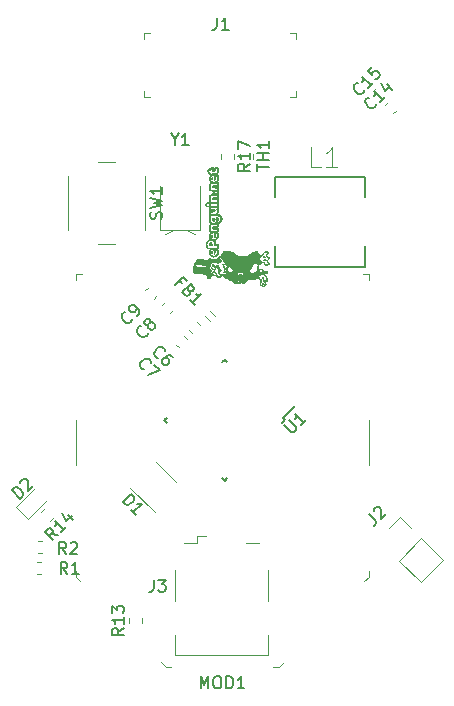
<source format=gto>
%TF.GenerationSoftware,KiCad,Pcbnew,5.1.7*%
%TF.CreationDate,2020-10-06T16:47:45-05:00*%
%TF.ProjectId,ARC-Boat0,4152432d-426f-4617-9430-2e6b69636164,rev?*%
%TF.SameCoordinates,Original*%
%TF.FileFunction,Legend,Top*%
%TF.FilePolarity,Positive*%
%FSLAX46Y46*%
G04 Gerber Fmt 4.6, Leading zero omitted, Abs format (unit mm)*
G04 Created by KiCad (PCBNEW 5.1.7) date 2020-10-06 16:47:45*
%MOMM*%
%LPD*%
G01*
G04 APERTURE LIST*
%ADD10C,0.100000*%
%ADD11C,0.010000*%
%ADD12C,0.120000*%
%ADD13C,0.150000*%
%ADD14C,0.152400*%
%ADD15C,0.015000*%
G04 APERTURE END LIST*
D10*
%TO.C,J1*%
X128800000Y-43900000D02*
X128800000Y-43400000D01*
X128800000Y-43900000D02*
X128300000Y-43900000D01*
X115900000Y-43900000D02*
X115900000Y-43400000D01*
X115900000Y-43900000D02*
X116400000Y-43900000D01*
X115900000Y-38500000D02*
X115900000Y-39000000D01*
X115900000Y-38500000D02*
X116400000Y-38500000D01*
X128800000Y-38500000D02*
X128800000Y-39000000D01*
X128800000Y-38500000D02*
X128300000Y-38500000D01*
D11*
%TO.C,G\u002A\u002A\u002A*%
G36*
X121131368Y-52912145D02*
G01*
X121132064Y-52909271D01*
X121170963Y-52832530D01*
X121237912Y-52771342D01*
X121319235Y-52736440D01*
X121357738Y-52732167D01*
X121440167Y-52732167D01*
X121442601Y-52610458D01*
X121443234Y-52515757D01*
X121442126Y-52410603D01*
X121440863Y-52360148D01*
X121440977Y-52283221D01*
X121450576Y-52231570D01*
X121474289Y-52188415D01*
X121495649Y-52161478D01*
X121582490Y-52086337D01*
X121685176Y-52042416D01*
X121754973Y-52033667D01*
X121794689Y-52030844D01*
X121810079Y-52014270D01*
X121808738Y-51971791D01*
X121806150Y-51951744D01*
X121804374Y-51891116D01*
X121816597Y-51856868D01*
X121818748Y-51855245D01*
X121842702Y-51830631D01*
X121825940Y-51812486D01*
X121769674Y-51801445D01*
X121710042Y-51798329D01*
X121627739Y-51794765D01*
X121553090Y-51788171D01*
X121514250Y-51782255D01*
X121503667Y-51779994D01*
X121503667Y-51737333D01*
X122117500Y-51737333D01*
X122117500Y-51546833D01*
X121939928Y-51546833D01*
X121817410Y-51540564D01*
X121733949Y-51521291D01*
X121688096Y-51488313D01*
X121678403Y-51440931D01*
X121682706Y-51422599D01*
X121708094Y-51382047D01*
X121757598Y-51355156D01*
X121836906Y-51340132D01*
X121951708Y-51335183D01*
X121960128Y-51335167D01*
X122117500Y-51335167D01*
X122117500Y-51144667D01*
X121911125Y-51142159D01*
X121779431Y-51141422D01*
X121735813Y-51142550D01*
X121735813Y-51054602D01*
X121845389Y-51050563D01*
X121942438Y-51018433D01*
X122032643Y-50956497D01*
X122091555Y-50871149D01*
X122116566Y-50770108D01*
X122105072Y-50661092D01*
X122082990Y-50602092D01*
X122047963Y-50545275D01*
X122006748Y-50501551D01*
X121968846Y-50479150D01*
X121945967Y-50483405D01*
X121927664Y-50520085D01*
X121916752Y-50571886D01*
X121915524Y-50620290D01*
X121925761Y-50646484D01*
X121946325Y-50681117D01*
X121946448Y-50735371D01*
X121930450Y-50794538D01*
X121902657Y-50843905D01*
X121867391Y-50868762D01*
X121860219Y-50869500D01*
X121852711Y-50849830D01*
X121846755Y-50796794D01*
X121843108Y-50719349D01*
X121842333Y-50657833D01*
X121841897Y-50561735D01*
X121839432Y-50500269D01*
X121833201Y-50465735D01*
X121821468Y-50450433D01*
X121802497Y-50446662D01*
X121794708Y-50446632D01*
X121719496Y-50461404D01*
X121639744Y-50498212D01*
X121586861Y-50536881D01*
X121586861Y-50403833D01*
X121642588Y-50399781D01*
X121668824Y-50383393D01*
X121676819Y-50357848D01*
X121683459Y-50334172D01*
X121700927Y-50320907D01*
X121738645Y-50315645D01*
X121806035Y-50315983D01*
X121837059Y-50316935D01*
X121941916Y-50317843D01*
X122013477Y-50310426D01*
X122060427Y-50291805D01*
X122091453Y-50259103D01*
X122107959Y-50227188D01*
X122133328Y-50151886D01*
X122133324Y-50087409D01*
X122116027Y-50029542D01*
X122080650Y-49956143D01*
X122040641Y-49919827D01*
X121988355Y-49915447D01*
X121957586Y-49922890D01*
X121900972Y-49946516D01*
X121886089Y-49970238D01*
X121905833Y-49991083D01*
X121926145Y-50024284D01*
X121919231Y-50068350D01*
X121888626Y-50105061D01*
X121883082Y-50108348D01*
X121828975Y-50121238D01*
X121757853Y-50118109D01*
X121756082Y-50117816D01*
X121702667Y-50105968D01*
X121679075Y-50085435D01*
X121673150Y-50042049D01*
X121673000Y-50020973D01*
X121669874Y-49967108D01*
X121655582Y-49943481D01*
X121622754Y-49938168D01*
X121621814Y-49938167D01*
X121551753Y-49946371D01*
X121514626Y-49974408D01*
X121503667Y-50027415D01*
X121503667Y-50027868D01*
X121500612Y-50069991D01*
X121483023Y-50084825D01*
X121438257Y-50081239D01*
X121429583Y-50079850D01*
X121381073Y-50074223D01*
X121360347Y-50086009D01*
X121355584Y-50125914D01*
X121355500Y-50146931D01*
X121366507Y-50222740D01*
X121401089Y-50264984D01*
X121454983Y-50276833D01*
X121490010Y-50284641D01*
X121502718Y-50316256D01*
X121503667Y-50340333D01*
X121507105Y-50381303D01*
X121525572Y-50399334D01*
X121571294Y-50403759D01*
X121586861Y-50403833D01*
X121586861Y-50536881D01*
X121571975Y-50547766D01*
X121536820Y-50591619D01*
X121507041Y-50688631D01*
X121507799Y-50793492D01*
X121536156Y-50893956D01*
X121589178Y-50977776D01*
X121639556Y-51020087D01*
X121735813Y-51054602D01*
X121735813Y-51142550D01*
X121683402Y-51143906D01*
X121616402Y-51151120D01*
X121571796Y-51164574D01*
X121542949Y-51185778D01*
X121523227Y-51216241D01*
X121516120Y-51232037D01*
X121500921Y-51297597D01*
X121506348Y-51380150D01*
X121533095Y-51488887D01*
X121536243Y-51499208D01*
X121539827Y-51537672D01*
X121527302Y-51546833D01*
X121512322Y-51566185D01*
X121504340Y-51617451D01*
X121503667Y-51642083D01*
X121503667Y-51737333D01*
X121503667Y-51779994D01*
X121450750Y-51768686D01*
X121447115Y-51486653D01*
X121443481Y-51204620D01*
X121516217Y-51124110D01*
X121558038Y-51072871D01*
X121569719Y-51043446D01*
X121559607Y-51032339D01*
X121527153Y-51002231D01*
X121493386Y-50943817D01*
X121463993Y-50870545D01*
X121444664Y-50795859D01*
X121440166Y-50749988D01*
X121450242Y-50678371D01*
X121475603Y-50598152D01*
X121488633Y-50569274D01*
X121516430Y-50512573D01*
X121525612Y-50482022D01*
X121516714Y-50466017D01*
X121493925Y-50454562D01*
X121457663Y-50419016D01*
X121444176Y-50378657D01*
X121428329Y-50333687D01*
X121386558Y-50315916D01*
X121380701Y-50315157D01*
X121348257Y-50307716D01*
X121328694Y-50287841D01*
X121316065Y-50245043D01*
X121306559Y-50184375D01*
X121298391Y-50112071D01*
X121300734Y-50066775D01*
X121316098Y-50033924D01*
X121336682Y-50009750D01*
X121374545Y-49974929D01*
X121401627Y-49959388D01*
X121402538Y-49959333D01*
X121427661Y-49944736D01*
X121464129Y-49909162D01*
X121467880Y-49904868D01*
X121504316Y-49872040D01*
X121552179Y-49852307D01*
X121625339Y-49840519D01*
X121646781Y-49838428D01*
X121778833Y-49826454D01*
X121778833Y-49914060D01*
X121783924Y-49974513D01*
X121800663Y-49999910D01*
X121809919Y-50001667D01*
X121831220Y-49987780D01*
X121828518Y-49969128D01*
X121832753Y-49925277D01*
X121873920Y-49879515D01*
X121947141Y-49836558D01*
X121979856Y-49822898D01*
X122063026Y-49802036D01*
X122124793Y-49814636D01*
X122172534Y-49863112D01*
X122188394Y-49891169D01*
X122229752Y-50010707D01*
X122229676Y-50122215D01*
X122188263Y-50225018D01*
X122128426Y-50297668D01*
X122053868Y-50369932D01*
X122116136Y-50434508D01*
X122189751Y-50537909D01*
X122223083Y-50650557D01*
X122215670Y-50767339D01*
X122167053Y-50883141D01*
X122157838Y-50897621D01*
X122118787Y-50951812D01*
X122086855Y-50987728D01*
X122073172Y-50996500D01*
X122054373Y-51012486D01*
X122054000Y-51016389D01*
X122072721Y-51030732D01*
X122119135Y-51041346D01*
X122133375Y-51042847D01*
X122212750Y-51049417D01*
X122219026Y-51180724D01*
X122218574Y-51271585D01*
X122202849Y-51333466D01*
X122165663Y-51371682D01*
X122100824Y-51391545D01*
X122002142Y-51398368D01*
X121965100Y-51398667D01*
X121874325Y-51401254D01*
X121823529Y-51407947D01*
X121810741Y-51417139D01*
X121833994Y-51427225D01*
X121891318Y-51436601D01*
X121980746Y-51443662D01*
X122022409Y-51445393D01*
X122212750Y-51451583D01*
X122219151Y-51575078D01*
X122218758Y-51650714D01*
X122210344Y-51707563D01*
X122201535Y-51727511D01*
X122188847Y-51760905D01*
X122198369Y-51812949D01*
X122205229Y-51833083D01*
X122221181Y-51889931D01*
X122216085Y-51933315D01*
X122195199Y-51975477D01*
X122172067Y-52020694D01*
X122171603Y-52044599D01*
X122190395Y-52059671D01*
X122214124Y-52094438D01*
X122224682Y-52155337D01*
X122222548Y-52228428D01*
X122208202Y-52299771D01*
X122182124Y-52355427D01*
X122180126Y-52358054D01*
X122154598Y-52385655D01*
X122124013Y-52402809D01*
X122077451Y-52412639D01*
X122003994Y-52418266D01*
X121963167Y-52420100D01*
X121789417Y-52427217D01*
X121980975Y-52431525D01*
X122068136Y-52435542D01*
X122139431Y-52442648D01*
X122184077Y-52451599D01*
X122192642Y-52455939D01*
X122198390Y-52482604D01*
X122203101Y-52547260D01*
X122206651Y-52645575D01*
X122208918Y-52773216D01*
X122209780Y-52925853D01*
X122209458Y-53049277D01*
X122206166Y-53622511D01*
X122151250Y-53694510D01*
X122117530Y-53740679D01*
X122098157Y-53771002D01*
X122096333Y-53775752D01*
X122115178Y-53783429D01*
X122162769Y-53792090D01*
X122189650Y-53795513D01*
X122301073Y-53827122D01*
X122390710Y-53889953D01*
X122454867Y-53976957D01*
X122489853Y-54081084D01*
X122491974Y-54195286D01*
X122458904Y-54309535D01*
X122422154Y-54369061D01*
X122365468Y-54438265D01*
X122311202Y-54492685D01*
X122253657Y-54546181D01*
X122221035Y-54585761D01*
X122206275Y-54625238D01*
X122202311Y-54678423D01*
X122202167Y-54705911D01*
X122197795Y-54784311D01*
X122180187Y-54837149D01*
X122142599Y-54869318D01*
X122078289Y-54885714D01*
X121980515Y-54891230D01*
X121946500Y-54891491D01*
X121856193Y-54893435D01*
X121806433Y-54899019D01*
X121795572Y-54908478D01*
X121800000Y-54912333D01*
X121834718Y-54921682D01*
X121899867Y-54928883D01*
X121983556Y-54932792D01*
X122016958Y-54933176D01*
X122202167Y-54933500D01*
X122202167Y-55064428D01*
X122198671Y-55146649D01*
X122185953Y-55200487D01*
X122160666Y-55239484D01*
X122158256Y-55242096D01*
X122114345Y-55288836D01*
X122158256Y-55374908D01*
X122191022Y-55471046D01*
X122201150Y-55576010D01*
X122187925Y-55672471D01*
X122172161Y-55712426D01*
X122127678Y-55776110D01*
X122063213Y-55844542D01*
X121992372Y-55904989D01*
X121928762Y-55944720D01*
X121920048Y-55948347D01*
X121860180Y-55970881D01*
X121903233Y-56040543D01*
X121935546Y-56109543D01*
X121958449Y-56187588D01*
X121960352Y-56198168D01*
X121974418Y-56286131D01*
X122083001Y-56292441D01*
X122191583Y-56298750D01*
X122197757Y-56449978D01*
X122199837Y-56530022D01*
X122195940Y-56579877D01*
X122183005Y-56611584D01*
X122157973Y-56637188D01*
X122148183Y-56645057D01*
X122092436Y-56688908D01*
X122140546Y-56756473D01*
X122180060Y-56840964D01*
X122197957Y-56936191D01*
X122199487Y-57015788D01*
X122184597Y-57078792D01*
X122152844Y-57141193D01*
X122072186Y-57247151D01*
X121975965Y-57323386D01*
X121870717Y-57369347D01*
X121768580Y-57383696D01*
X121768580Y-57325021D01*
X121877776Y-57306975D01*
X121972308Y-57256621D01*
X122044764Y-57180894D01*
X122087730Y-57086730D01*
X122096333Y-57018417D01*
X122077023Y-56913776D01*
X122048708Y-56859491D01*
X122000914Y-56799889D01*
X121956398Y-56762563D01*
X121923080Y-56753591D01*
X121916079Y-56757699D01*
X121906066Y-56789765D01*
X121903269Y-56848957D01*
X121907616Y-56920699D01*
X121917199Y-56982210D01*
X121920790Y-57044525D01*
X121896311Y-57091296D01*
X121894494Y-57093335D01*
X121860510Y-57124452D01*
X121839819Y-57134833D01*
X121831972Y-57115181D01*
X121824682Y-57062271D01*
X121818968Y-56985181D01*
X121816641Y-56928458D01*
X121810583Y-56722083D01*
X121736603Y-56729515D01*
X121627263Y-56756519D01*
X121548609Y-56812614D01*
X121500456Y-56898011D01*
X121482624Y-57012924D01*
X121482500Y-57024819D01*
X121499977Y-57139293D01*
X121549732Y-57229927D01*
X121627747Y-57292508D01*
X121730004Y-57322818D01*
X121768580Y-57325021D01*
X121768580Y-57383696D01*
X121762981Y-57384483D01*
X121659292Y-57368243D01*
X121566188Y-57320075D01*
X121490206Y-57239428D01*
X121466625Y-57199053D01*
X121427628Y-57078237D01*
X121426745Y-56953964D01*
X121462660Y-56835849D01*
X121529533Y-56738247D01*
X121574546Y-56690333D01*
X121297292Y-56690333D01*
X121297292Y-56629272D01*
X121322565Y-56628500D01*
X121383223Y-56627828D01*
X121472315Y-56627299D01*
X121582893Y-56626953D01*
X121704750Y-56626833D01*
X122096333Y-56626833D01*
X122096333Y-56394000D01*
X121868886Y-56394000D01*
X121858565Y-56286590D01*
X121830905Y-56174845D01*
X121776175Y-56085726D01*
X121744663Y-56058507D01*
X121744663Y-55917169D01*
X121840735Y-55914578D01*
X121934507Y-55881062D01*
X122018422Y-55815053D01*
X122055658Y-55767360D01*
X122085001Y-55693876D01*
X122095768Y-55603300D01*
X122086746Y-55516492D01*
X122072521Y-55477150D01*
X122041366Y-55428221D01*
X122001891Y-55380113D01*
X121965318Y-55345387D01*
X121946118Y-55335667D01*
X121925796Y-55354022D01*
X121908056Y-55397892D01*
X121896972Y-55450487D01*
X121896617Y-55495013D01*
X121903549Y-55511182D01*
X121922067Y-55553308D01*
X121925827Y-55613147D01*
X121915064Y-55668824D01*
X121901600Y-55691267D01*
X121868189Y-55717452D01*
X121845041Y-55715484D01*
X121830557Y-55681811D01*
X121823135Y-55612881D01*
X121821167Y-55512797D01*
X121821167Y-55308926D01*
X121735693Y-55320391D01*
X121627709Y-55352841D01*
X121548264Y-55415197D01*
X121500110Y-55503793D01*
X121486001Y-55614963D01*
X121488527Y-55649655D01*
X121518224Y-55755078D01*
X121575851Y-55835851D01*
X121653850Y-55890404D01*
X121744663Y-55917169D01*
X121744663Y-56058507D01*
X121701469Y-56021197D01*
X121613879Y-55983222D01*
X121520498Y-55973765D01*
X121428418Y-55994790D01*
X121344732Y-56048260D01*
X121281788Y-56126879D01*
X121230402Y-56243242D01*
X121215996Y-56360044D01*
X121237425Y-56488544D01*
X121243051Y-56507563D01*
X121265482Y-56572145D01*
X121285516Y-56616136D01*
X121297292Y-56629272D01*
X121297292Y-56690333D01*
X121247506Y-56690333D01*
X121212910Y-56610958D01*
X121193712Y-56548005D01*
X121177869Y-56462343D01*
X121169513Y-56381484D01*
X121167206Y-56289992D01*
X121174763Y-56223647D01*
X121194630Y-56165916D01*
X121204372Y-56145805D01*
X121269494Y-56046426D01*
X121353441Y-55958014D01*
X121441375Y-55895959D01*
X121501591Y-55864820D01*
X121460760Y-55774868D01*
X121426042Y-55651265D01*
X121431702Y-55528445D01*
X121476815Y-55413476D01*
X121515063Y-55359727D01*
X121553923Y-55310068D01*
X121562614Y-55283765D01*
X121540227Y-55273581D01*
X121504070Y-55272167D01*
X121482500Y-55266620D01*
X121482500Y-55229833D01*
X122096333Y-55229833D01*
X122096333Y-55039333D01*
X121938961Y-55039333D01*
X121824763Y-55035899D01*
X121746797Y-55024096D01*
X121699406Y-55001672D01*
X121676934Y-54966377D01*
X121673000Y-54933500D01*
X121681630Y-54888058D01*
X121711293Y-54857033D01*
X121767644Y-54838175D01*
X121856341Y-54829232D01*
X121938961Y-54827667D01*
X122096333Y-54827667D01*
X122096333Y-54637167D01*
X121911125Y-54632895D01*
X121791248Y-54630926D01*
X121791248Y-54552500D01*
X121865889Y-54535766D01*
X121943404Y-54492907D01*
X122006349Y-54434937D01*
X122026921Y-54403698D01*
X122049043Y-54325476D01*
X122051140Y-54232927D01*
X122032995Y-54149140D01*
X122029395Y-54140657D01*
X122014688Y-54090684D01*
X122031074Y-54068980D01*
X122080550Y-54073066D01*
X122083284Y-54073740D01*
X122150038Y-54107328D01*
X122191343Y-54161327D01*
X122203738Y-54224567D01*
X122183762Y-54285878D01*
X122157901Y-54314582D01*
X122124183Y-54348904D01*
X122097980Y-54394448D01*
X122072027Y-54464685D01*
X122064979Y-54486872D01*
X122057663Y-54519967D01*
X122071005Y-54531211D01*
X122114757Y-54526995D01*
X122123943Y-54525522D01*
X122231380Y-54489202D01*
X122313077Y-54419272D01*
X122354042Y-54352304D01*
X122382557Y-54252000D01*
X122381637Y-54147519D01*
X122352206Y-54054331D01*
X122334573Y-54026207D01*
X122296036Y-53980284D01*
X122253866Y-53946003D01*
X122201012Y-53921333D01*
X122130425Y-53904244D01*
X122035053Y-53892703D01*
X121907846Y-53884681D01*
X121831981Y-53881427D01*
X121678263Y-53875424D01*
X121678263Y-53786032D01*
X121819529Y-53785781D01*
X121925676Y-53773351D01*
X122002570Y-53747151D01*
X122056077Y-53705593D01*
X122076053Y-53678299D01*
X122112417Y-53588407D01*
X122107859Y-53499934D01*
X122084349Y-53441674D01*
X122065640Y-53392271D01*
X122073896Y-53371118D01*
X122086874Y-53347485D01*
X122094976Y-53295578D01*
X122096333Y-53259570D01*
X122096333Y-53155500D01*
X121503667Y-53155500D01*
X121503667Y-53070833D01*
X122096333Y-53070833D01*
X122096333Y-52859167D01*
X121503667Y-52859167D01*
X121503667Y-52753333D01*
X121796472Y-52753333D01*
X121903901Y-52752295D01*
X121995871Y-52749448D01*
X122064233Y-52745191D01*
X122100835Y-52739925D01*
X122104385Y-52738226D01*
X122112517Y-52709255D01*
X122114178Y-52655687D01*
X122113204Y-52637685D01*
X122106917Y-52552250D01*
X121917519Y-52546073D01*
X121829693Y-52540864D01*
X121756622Y-52532214D01*
X121709708Y-52521651D01*
X121700560Y-52517023D01*
X121674879Y-52472383D01*
X121687271Y-52418357D01*
X121708030Y-52389875D01*
X121732838Y-52370549D01*
X121770812Y-52358763D01*
X121831485Y-52352857D01*
X121924391Y-52351170D01*
X121930280Y-52351167D01*
X122117500Y-52351167D01*
X122117500Y-52164467D01*
X121979333Y-52152958D01*
X121979333Y-52055279D01*
X122038570Y-52041080D01*
X122088415Y-52008781D01*
X122115689Y-51962255D01*
X122117500Y-51945720D01*
X122103244Y-51902299D01*
X122075167Y-51864333D01*
X122015130Y-51826418D01*
X121955888Y-51823527D01*
X121905841Y-51849039D01*
X121873390Y-51896333D01*
X121866934Y-51958790D01*
X121885411Y-52013892D01*
X121923887Y-52047507D01*
X121979333Y-52055279D01*
X121979333Y-52152958D01*
X121936279Y-52149371D01*
X121785832Y-52141555D01*
X121671488Y-52147337D01*
X121588823Y-52168090D01*
X121533409Y-52205186D01*
X121500823Y-52259997D01*
X121493296Y-52286696D01*
X121492326Y-52342689D01*
X121505196Y-52413390D01*
X121512676Y-52437959D01*
X121529015Y-52498497D01*
X121528831Y-52533484D01*
X121524246Y-52538139D01*
X121512346Y-52561512D01*
X121504914Y-52613237D01*
X121503667Y-52649264D01*
X121503667Y-52753333D01*
X121503667Y-52859167D01*
X121503667Y-53070833D01*
X121503667Y-53155500D01*
X121503667Y-53367167D01*
X121660072Y-53367167D01*
X121751632Y-53369965D01*
X121812745Y-53379867D01*
X121855019Y-53399133D01*
X121866020Y-53407285D01*
X121899691Y-53442673D01*
X121902473Y-53480893D01*
X121894366Y-53507826D01*
X121882937Y-53536134D01*
X121866831Y-53554144D01*
X121837155Y-53564575D01*
X121785014Y-53570145D01*
X121701515Y-53573573D01*
X121676707Y-53574351D01*
X121480246Y-53580452D01*
X121486665Y-53680184D01*
X121493083Y-53779917D01*
X121678263Y-53786032D01*
X121678263Y-53875424D01*
X121500836Y-53868495D01*
X121503948Y-53993539D01*
X121503106Y-54085894D01*
X121497486Y-54181388D01*
X121492893Y-54224417D01*
X121487271Y-54295692D01*
X121496772Y-54346732D01*
X121525500Y-54398176D01*
X121528239Y-54402183D01*
X121599497Y-54477004D01*
X121689076Y-54529917D01*
X121781851Y-54552277D01*
X121791248Y-54552500D01*
X121791248Y-54630926D01*
X121785346Y-54630829D01*
X121694256Y-54632018D01*
X121630271Y-54637464D01*
X121585807Y-54648168D01*
X121553281Y-54665131D01*
X121531705Y-54682987D01*
X121491552Y-54748615D01*
X121484260Y-54835460D01*
X121510241Y-54937551D01*
X121513558Y-54945693D01*
X121531916Y-54995378D01*
X121531425Y-55020024D01*
X121513558Y-55031944D01*
X121490539Y-55063055D01*
X121482511Y-55133276D01*
X121482500Y-55136848D01*
X121482500Y-55229833D01*
X121482500Y-55266620D01*
X121454487Y-55259415D01*
X121427120Y-55218624D01*
X121420472Y-55145995D01*
X121427008Y-55076581D01*
X121435752Y-55010848D01*
X121439242Y-54965398D01*
X121437523Y-54921346D01*
X121430639Y-54859806D01*
X121427582Y-54835176D01*
X121421672Y-54772590D01*
X121427209Y-54729655D01*
X121450049Y-54690012D01*
X121496047Y-54637304D01*
X121499919Y-54633101D01*
X121546664Y-54580989D01*
X121567662Y-54550203D01*
X121566303Y-54531360D01*
X121545977Y-54515075D01*
X121543184Y-54513321D01*
X121507668Y-54477444D01*
X121471768Y-54420922D01*
X121463220Y-54403282D01*
X121449776Y-54368266D01*
X121440349Y-54328154D01*
X121434521Y-54275889D01*
X121431875Y-54204414D01*
X121431995Y-54106671D01*
X121434464Y-53975602D01*
X121435482Y-53933470D01*
X121439399Y-53782756D01*
X121444498Y-53669115D01*
X121453561Y-53587319D01*
X121469370Y-53532137D01*
X121494710Y-53498342D01*
X121532361Y-53480702D01*
X121585108Y-53473990D01*
X121655732Y-53472975D01*
X121680514Y-53473000D01*
X121770119Y-53470295D01*
X121819659Y-53463327D01*
X121830975Y-53453818D01*
X121805909Y-53443488D01*
X121746303Y-53434060D01*
X121654000Y-53427253D01*
X121630548Y-53426315D01*
X121450750Y-53420083D01*
X121444531Y-53266625D01*
X121440692Y-53192164D01*
X121436314Y-53137622D01*
X121432268Y-53113517D01*
X121431814Y-53113167D01*
X121409511Y-53119386D01*
X121364167Y-53134487D01*
X121360422Y-53135789D01*
X121303783Y-53140785D01*
X121303783Y-53092000D01*
X121362208Y-53074795D01*
X121412195Y-53032406D01*
X121438878Y-52978675D01*
X121440167Y-52965000D01*
X121425801Y-52918922D01*
X121397833Y-52880333D01*
X121339812Y-52845307D01*
X121278218Y-52842170D01*
X121224878Y-52866962D01*
X121191617Y-52915723D01*
X121186166Y-52951219D01*
X121201982Y-53015800D01*
X121241957Y-53067022D01*
X121294882Y-53091470D01*
X121303783Y-53092000D01*
X121303783Y-53140785D01*
X121285084Y-53142435D01*
X121216141Y-53115093D01*
X121161963Y-53062064D01*
X121130916Y-52991648D01*
X121131368Y-52912145D01*
G37*
X121131368Y-52912145D02*
X121132064Y-52909271D01*
X121170963Y-52832530D01*
X121237912Y-52771342D01*
X121319235Y-52736440D01*
X121357738Y-52732167D01*
X121440167Y-52732167D01*
X121442601Y-52610458D01*
X121443234Y-52515757D01*
X121442126Y-52410603D01*
X121440863Y-52360148D01*
X121440977Y-52283221D01*
X121450576Y-52231570D01*
X121474289Y-52188415D01*
X121495649Y-52161478D01*
X121582490Y-52086337D01*
X121685176Y-52042416D01*
X121754973Y-52033667D01*
X121794689Y-52030844D01*
X121810079Y-52014270D01*
X121808738Y-51971791D01*
X121806150Y-51951744D01*
X121804374Y-51891116D01*
X121816597Y-51856868D01*
X121818748Y-51855245D01*
X121842702Y-51830631D01*
X121825940Y-51812486D01*
X121769674Y-51801445D01*
X121710042Y-51798329D01*
X121627739Y-51794765D01*
X121553090Y-51788171D01*
X121514250Y-51782255D01*
X121503667Y-51779994D01*
X121503667Y-51737333D01*
X122117500Y-51737333D01*
X122117500Y-51546833D01*
X121939928Y-51546833D01*
X121817410Y-51540564D01*
X121733949Y-51521291D01*
X121688096Y-51488313D01*
X121678403Y-51440931D01*
X121682706Y-51422599D01*
X121708094Y-51382047D01*
X121757598Y-51355156D01*
X121836906Y-51340132D01*
X121951708Y-51335183D01*
X121960128Y-51335167D01*
X122117500Y-51335167D01*
X122117500Y-51144667D01*
X121911125Y-51142159D01*
X121779431Y-51141422D01*
X121735813Y-51142550D01*
X121735813Y-51054602D01*
X121845389Y-51050563D01*
X121942438Y-51018433D01*
X122032643Y-50956497D01*
X122091555Y-50871149D01*
X122116566Y-50770108D01*
X122105072Y-50661092D01*
X122082990Y-50602092D01*
X122047963Y-50545275D01*
X122006748Y-50501551D01*
X121968846Y-50479150D01*
X121945967Y-50483405D01*
X121927664Y-50520085D01*
X121916752Y-50571886D01*
X121915524Y-50620290D01*
X121925761Y-50646484D01*
X121946325Y-50681117D01*
X121946448Y-50735371D01*
X121930450Y-50794538D01*
X121902657Y-50843905D01*
X121867391Y-50868762D01*
X121860219Y-50869500D01*
X121852711Y-50849830D01*
X121846755Y-50796794D01*
X121843108Y-50719349D01*
X121842333Y-50657833D01*
X121841897Y-50561735D01*
X121839432Y-50500269D01*
X121833201Y-50465735D01*
X121821468Y-50450433D01*
X121802497Y-50446662D01*
X121794708Y-50446632D01*
X121719496Y-50461404D01*
X121639744Y-50498212D01*
X121586861Y-50536881D01*
X121586861Y-50403833D01*
X121642588Y-50399781D01*
X121668824Y-50383393D01*
X121676819Y-50357848D01*
X121683459Y-50334172D01*
X121700927Y-50320907D01*
X121738645Y-50315645D01*
X121806035Y-50315983D01*
X121837059Y-50316935D01*
X121941916Y-50317843D01*
X122013477Y-50310426D01*
X122060427Y-50291805D01*
X122091453Y-50259103D01*
X122107959Y-50227188D01*
X122133328Y-50151886D01*
X122133324Y-50087409D01*
X122116027Y-50029542D01*
X122080650Y-49956143D01*
X122040641Y-49919827D01*
X121988355Y-49915447D01*
X121957586Y-49922890D01*
X121900972Y-49946516D01*
X121886089Y-49970238D01*
X121905833Y-49991083D01*
X121926145Y-50024284D01*
X121919231Y-50068350D01*
X121888626Y-50105061D01*
X121883082Y-50108348D01*
X121828975Y-50121238D01*
X121757853Y-50118109D01*
X121756082Y-50117816D01*
X121702667Y-50105968D01*
X121679075Y-50085435D01*
X121673150Y-50042049D01*
X121673000Y-50020973D01*
X121669874Y-49967108D01*
X121655582Y-49943481D01*
X121622754Y-49938168D01*
X121621814Y-49938167D01*
X121551753Y-49946371D01*
X121514626Y-49974408D01*
X121503667Y-50027415D01*
X121503667Y-50027868D01*
X121500612Y-50069991D01*
X121483023Y-50084825D01*
X121438257Y-50081239D01*
X121429583Y-50079850D01*
X121381073Y-50074223D01*
X121360347Y-50086009D01*
X121355584Y-50125914D01*
X121355500Y-50146931D01*
X121366507Y-50222740D01*
X121401089Y-50264984D01*
X121454983Y-50276833D01*
X121490010Y-50284641D01*
X121502718Y-50316256D01*
X121503667Y-50340333D01*
X121507105Y-50381303D01*
X121525572Y-50399334D01*
X121571294Y-50403759D01*
X121586861Y-50403833D01*
X121586861Y-50536881D01*
X121571975Y-50547766D01*
X121536820Y-50591619D01*
X121507041Y-50688631D01*
X121507799Y-50793492D01*
X121536156Y-50893956D01*
X121589178Y-50977776D01*
X121639556Y-51020087D01*
X121735813Y-51054602D01*
X121735813Y-51142550D01*
X121683402Y-51143906D01*
X121616402Y-51151120D01*
X121571796Y-51164574D01*
X121542949Y-51185778D01*
X121523227Y-51216241D01*
X121516120Y-51232037D01*
X121500921Y-51297597D01*
X121506348Y-51380150D01*
X121533095Y-51488887D01*
X121536243Y-51499208D01*
X121539827Y-51537672D01*
X121527302Y-51546833D01*
X121512322Y-51566185D01*
X121504340Y-51617451D01*
X121503667Y-51642083D01*
X121503667Y-51737333D01*
X121503667Y-51779994D01*
X121450750Y-51768686D01*
X121447115Y-51486653D01*
X121443481Y-51204620D01*
X121516217Y-51124110D01*
X121558038Y-51072871D01*
X121569719Y-51043446D01*
X121559607Y-51032339D01*
X121527153Y-51002231D01*
X121493386Y-50943817D01*
X121463993Y-50870545D01*
X121444664Y-50795859D01*
X121440166Y-50749988D01*
X121450242Y-50678371D01*
X121475603Y-50598152D01*
X121488633Y-50569274D01*
X121516430Y-50512573D01*
X121525612Y-50482022D01*
X121516714Y-50466017D01*
X121493925Y-50454562D01*
X121457663Y-50419016D01*
X121444176Y-50378657D01*
X121428329Y-50333687D01*
X121386558Y-50315916D01*
X121380701Y-50315157D01*
X121348257Y-50307716D01*
X121328694Y-50287841D01*
X121316065Y-50245043D01*
X121306559Y-50184375D01*
X121298391Y-50112071D01*
X121300734Y-50066775D01*
X121316098Y-50033924D01*
X121336682Y-50009750D01*
X121374545Y-49974929D01*
X121401627Y-49959388D01*
X121402538Y-49959333D01*
X121427661Y-49944736D01*
X121464129Y-49909162D01*
X121467880Y-49904868D01*
X121504316Y-49872040D01*
X121552179Y-49852307D01*
X121625339Y-49840519D01*
X121646781Y-49838428D01*
X121778833Y-49826454D01*
X121778833Y-49914060D01*
X121783924Y-49974513D01*
X121800663Y-49999910D01*
X121809919Y-50001667D01*
X121831220Y-49987780D01*
X121828518Y-49969128D01*
X121832753Y-49925277D01*
X121873920Y-49879515D01*
X121947141Y-49836558D01*
X121979856Y-49822898D01*
X122063026Y-49802036D01*
X122124793Y-49814636D01*
X122172534Y-49863112D01*
X122188394Y-49891169D01*
X122229752Y-50010707D01*
X122229676Y-50122215D01*
X122188263Y-50225018D01*
X122128426Y-50297668D01*
X122053868Y-50369932D01*
X122116136Y-50434508D01*
X122189751Y-50537909D01*
X122223083Y-50650557D01*
X122215670Y-50767339D01*
X122167053Y-50883141D01*
X122157838Y-50897621D01*
X122118787Y-50951812D01*
X122086855Y-50987728D01*
X122073172Y-50996500D01*
X122054373Y-51012486D01*
X122054000Y-51016389D01*
X122072721Y-51030732D01*
X122119135Y-51041346D01*
X122133375Y-51042847D01*
X122212750Y-51049417D01*
X122219026Y-51180724D01*
X122218574Y-51271585D01*
X122202849Y-51333466D01*
X122165663Y-51371682D01*
X122100824Y-51391545D01*
X122002142Y-51398368D01*
X121965100Y-51398667D01*
X121874325Y-51401254D01*
X121823529Y-51407947D01*
X121810741Y-51417139D01*
X121833994Y-51427225D01*
X121891318Y-51436601D01*
X121980746Y-51443662D01*
X122022409Y-51445393D01*
X122212750Y-51451583D01*
X122219151Y-51575078D01*
X122218758Y-51650714D01*
X122210344Y-51707563D01*
X122201535Y-51727511D01*
X122188847Y-51760905D01*
X122198369Y-51812949D01*
X122205229Y-51833083D01*
X122221181Y-51889931D01*
X122216085Y-51933315D01*
X122195199Y-51975477D01*
X122172067Y-52020694D01*
X122171603Y-52044599D01*
X122190395Y-52059671D01*
X122214124Y-52094438D01*
X122224682Y-52155337D01*
X122222548Y-52228428D01*
X122208202Y-52299771D01*
X122182124Y-52355427D01*
X122180126Y-52358054D01*
X122154598Y-52385655D01*
X122124013Y-52402809D01*
X122077451Y-52412639D01*
X122003994Y-52418266D01*
X121963167Y-52420100D01*
X121789417Y-52427217D01*
X121980975Y-52431525D01*
X122068136Y-52435542D01*
X122139431Y-52442648D01*
X122184077Y-52451599D01*
X122192642Y-52455939D01*
X122198390Y-52482604D01*
X122203101Y-52547260D01*
X122206651Y-52645575D01*
X122208918Y-52773216D01*
X122209780Y-52925853D01*
X122209458Y-53049277D01*
X122206166Y-53622511D01*
X122151250Y-53694510D01*
X122117530Y-53740679D01*
X122098157Y-53771002D01*
X122096333Y-53775752D01*
X122115178Y-53783429D01*
X122162769Y-53792090D01*
X122189650Y-53795513D01*
X122301073Y-53827122D01*
X122390710Y-53889953D01*
X122454867Y-53976957D01*
X122489853Y-54081084D01*
X122491974Y-54195286D01*
X122458904Y-54309535D01*
X122422154Y-54369061D01*
X122365468Y-54438265D01*
X122311202Y-54492685D01*
X122253657Y-54546181D01*
X122221035Y-54585761D01*
X122206275Y-54625238D01*
X122202311Y-54678423D01*
X122202167Y-54705911D01*
X122197795Y-54784311D01*
X122180187Y-54837149D01*
X122142599Y-54869318D01*
X122078289Y-54885714D01*
X121980515Y-54891230D01*
X121946500Y-54891491D01*
X121856193Y-54893435D01*
X121806433Y-54899019D01*
X121795572Y-54908478D01*
X121800000Y-54912333D01*
X121834718Y-54921682D01*
X121899867Y-54928883D01*
X121983556Y-54932792D01*
X122016958Y-54933176D01*
X122202167Y-54933500D01*
X122202167Y-55064428D01*
X122198671Y-55146649D01*
X122185953Y-55200487D01*
X122160666Y-55239484D01*
X122158256Y-55242096D01*
X122114345Y-55288836D01*
X122158256Y-55374908D01*
X122191022Y-55471046D01*
X122201150Y-55576010D01*
X122187925Y-55672471D01*
X122172161Y-55712426D01*
X122127678Y-55776110D01*
X122063213Y-55844542D01*
X121992372Y-55904989D01*
X121928762Y-55944720D01*
X121920048Y-55948347D01*
X121860180Y-55970881D01*
X121903233Y-56040543D01*
X121935546Y-56109543D01*
X121958449Y-56187588D01*
X121960352Y-56198168D01*
X121974418Y-56286131D01*
X122083001Y-56292441D01*
X122191583Y-56298750D01*
X122197757Y-56449978D01*
X122199837Y-56530022D01*
X122195940Y-56579877D01*
X122183005Y-56611584D01*
X122157973Y-56637188D01*
X122148183Y-56645057D01*
X122092436Y-56688908D01*
X122140546Y-56756473D01*
X122180060Y-56840964D01*
X122197957Y-56936191D01*
X122199487Y-57015788D01*
X122184597Y-57078792D01*
X122152844Y-57141193D01*
X122072186Y-57247151D01*
X121975965Y-57323386D01*
X121870717Y-57369347D01*
X121768580Y-57383696D01*
X121768580Y-57325021D01*
X121877776Y-57306975D01*
X121972308Y-57256621D01*
X122044764Y-57180894D01*
X122087730Y-57086730D01*
X122096333Y-57018417D01*
X122077023Y-56913776D01*
X122048708Y-56859491D01*
X122000914Y-56799889D01*
X121956398Y-56762563D01*
X121923080Y-56753591D01*
X121916079Y-56757699D01*
X121906066Y-56789765D01*
X121903269Y-56848957D01*
X121907616Y-56920699D01*
X121917199Y-56982210D01*
X121920790Y-57044525D01*
X121896311Y-57091296D01*
X121894494Y-57093335D01*
X121860510Y-57124452D01*
X121839819Y-57134833D01*
X121831972Y-57115181D01*
X121824682Y-57062271D01*
X121818968Y-56985181D01*
X121816641Y-56928458D01*
X121810583Y-56722083D01*
X121736603Y-56729515D01*
X121627263Y-56756519D01*
X121548609Y-56812614D01*
X121500456Y-56898011D01*
X121482624Y-57012924D01*
X121482500Y-57024819D01*
X121499977Y-57139293D01*
X121549732Y-57229927D01*
X121627747Y-57292508D01*
X121730004Y-57322818D01*
X121768580Y-57325021D01*
X121768580Y-57383696D01*
X121762981Y-57384483D01*
X121659292Y-57368243D01*
X121566188Y-57320075D01*
X121490206Y-57239428D01*
X121466625Y-57199053D01*
X121427628Y-57078237D01*
X121426745Y-56953964D01*
X121462660Y-56835849D01*
X121529533Y-56738247D01*
X121574546Y-56690333D01*
X121297292Y-56690333D01*
X121297292Y-56629272D01*
X121322565Y-56628500D01*
X121383223Y-56627828D01*
X121472315Y-56627299D01*
X121582893Y-56626953D01*
X121704750Y-56626833D01*
X122096333Y-56626833D01*
X122096333Y-56394000D01*
X121868886Y-56394000D01*
X121858565Y-56286590D01*
X121830905Y-56174845D01*
X121776175Y-56085726D01*
X121744663Y-56058507D01*
X121744663Y-55917169D01*
X121840735Y-55914578D01*
X121934507Y-55881062D01*
X122018422Y-55815053D01*
X122055658Y-55767360D01*
X122085001Y-55693876D01*
X122095768Y-55603300D01*
X122086746Y-55516492D01*
X122072521Y-55477150D01*
X122041366Y-55428221D01*
X122001891Y-55380113D01*
X121965318Y-55345387D01*
X121946118Y-55335667D01*
X121925796Y-55354022D01*
X121908056Y-55397892D01*
X121896972Y-55450487D01*
X121896617Y-55495013D01*
X121903549Y-55511182D01*
X121922067Y-55553308D01*
X121925827Y-55613147D01*
X121915064Y-55668824D01*
X121901600Y-55691267D01*
X121868189Y-55717452D01*
X121845041Y-55715484D01*
X121830557Y-55681811D01*
X121823135Y-55612881D01*
X121821167Y-55512797D01*
X121821167Y-55308926D01*
X121735693Y-55320391D01*
X121627709Y-55352841D01*
X121548264Y-55415197D01*
X121500110Y-55503793D01*
X121486001Y-55614963D01*
X121488527Y-55649655D01*
X121518224Y-55755078D01*
X121575851Y-55835851D01*
X121653850Y-55890404D01*
X121744663Y-55917169D01*
X121744663Y-56058507D01*
X121701469Y-56021197D01*
X121613879Y-55983222D01*
X121520498Y-55973765D01*
X121428418Y-55994790D01*
X121344732Y-56048260D01*
X121281788Y-56126879D01*
X121230402Y-56243242D01*
X121215996Y-56360044D01*
X121237425Y-56488544D01*
X121243051Y-56507563D01*
X121265482Y-56572145D01*
X121285516Y-56616136D01*
X121297292Y-56629272D01*
X121297292Y-56690333D01*
X121247506Y-56690333D01*
X121212910Y-56610958D01*
X121193712Y-56548005D01*
X121177869Y-56462343D01*
X121169513Y-56381484D01*
X121167206Y-56289992D01*
X121174763Y-56223647D01*
X121194630Y-56165916D01*
X121204372Y-56145805D01*
X121269494Y-56046426D01*
X121353441Y-55958014D01*
X121441375Y-55895959D01*
X121501591Y-55864820D01*
X121460760Y-55774868D01*
X121426042Y-55651265D01*
X121431702Y-55528445D01*
X121476815Y-55413476D01*
X121515063Y-55359727D01*
X121553923Y-55310068D01*
X121562614Y-55283765D01*
X121540227Y-55273581D01*
X121504070Y-55272167D01*
X121482500Y-55266620D01*
X121482500Y-55229833D01*
X122096333Y-55229833D01*
X122096333Y-55039333D01*
X121938961Y-55039333D01*
X121824763Y-55035899D01*
X121746797Y-55024096D01*
X121699406Y-55001672D01*
X121676934Y-54966377D01*
X121673000Y-54933500D01*
X121681630Y-54888058D01*
X121711293Y-54857033D01*
X121767644Y-54838175D01*
X121856341Y-54829232D01*
X121938961Y-54827667D01*
X122096333Y-54827667D01*
X122096333Y-54637167D01*
X121911125Y-54632895D01*
X121791248Y-54630926D01*
X121791248Y-54552500D01*
X121865889Y-54535766D01*
X121943404Y-54492907D01*
X122006349Y-54434937D01*
X122026921Y-54403698D01*
X122049043Y-54325476D01*
X122051140Y-54232927D01*
X122032995Y-54149140D01*
X122029395Y-54140657D01*
X122014688Y-54090684D01*
X122031074Y-54068980D01*
X122080550Y-54073066D01*
X122083284Y-54073740D01*
X122150038Y-54107328D01*
X122191343Y-54161327D01*
X122203738Y-54224567D01*
X122183762Y-54285878D01*
X122157901Y-54314582D01*
X122124183Y-54348904D01*
X122097980Y-54394448D01*
X122072027Y-54464685D01*
X122064979Y-54486872D01*
X122057663Y-54519967D01*
X122071005Y-54531211D01*
X122114757Y-54526995D01*
X122123943Y-54525522D01*
X122231380Y-54489202D01*
X122313077Y-54419272D01*
X122354042Y-54352304D01*
X122382557Y-54252000D01*
X122381637Y-54147519D01*
X122352206Y-54054331D01*
X122334573Y-54026207D01*
X122296036Y-53980284D01*
X122253866Y-53946003D01*
X122201012Y-53921333D01*
X122130425Y-53904244D01*
X122035053Y-53892703D01*
X121907846Y-53884681D01*
X121831981Y-53881427D01*
X121678263Y-53875424D01*
X121678263Y-53786032D01*
X121819529Y-53785781D01*
X121925676Y-53773351D01*
X122002570Y-53747151D01*
X122056077Y-53705593D01*
X122076053Y-53678299D01*
X122112417Y-53588407D01*
X122107859Y-53499934D01*
X122084349Y-53441674D01*
X122065640Y-53392271D01*
X122073896Y-53371118D01*
X122086874Y-53347485D01*
X122094976Y-53295578D01*
X122096333Y-53259570D01*
X122096333Y-53155500D01*
X121503667Y-53155500D01*
X121503667Y-53070833D01*
X122096333Y-53070833D01*
X122096333Y-52859167D01*
X121503667Y-52859167D01*
X121503667Y-52753333D01*
X121796472Y-52753333D01*
X121903901Y-52752295D01*
X121995871Y-52749448D01*
X122064233Y-52745191D01*
X122100835Y-52739925D01*
X122104385Y-52738226D01*
X122112517Y-52709255D01*
X122114178Y-52655687D01*
X122113204Y-52637685D01*
X122106917Y-52552250D01*
X121917519Y-52546073D01*
X121829693Y-52540864D01*
X121756622Y-52532214D01*
X121709708Y-52521651D01*
X121700560Y-52517023D01*
X121674879Y-52472383D01*
X121687271Y-52418357D01*
X121708030Y-52389875D01*
X121732838Y-52370549D01*
X121770812Y-52358763D01*
X121831485Y-52352857D01*
X121924391Y-52351170D01*
X121930280Y-52351167D01*
X122117500Y-52351167D01*
X122117500Y-52164467D01*
X121979333Y-52152958D01*
X121979333Y-52055279D01*
X122038570Y-52041080D01*
X122088415Y-52008781D01*
X122115689Y-51962255D01*
X122117500Y-51945720D01*
X122103244Y-51902299D01*
X122075167Y-51864333D01*
X122015130Y-51826418D01*
X121955888Y-51823527D01*
X121905841Y-51849039D01*
X121873390Y-51896333D01*
X121866934Y-51958790D01*
X121885411Y-52013892D01*
X121923887Y-52047507D01*
X121979333Y-52055279D01*
X121979333Y-52152958D01*
X121936279Y-52149371D01*
X121785832Y-52141555D01*
X121671488Y-52147337D01*
X121588823Y-52168090D01*
X121533409Y-52205186D01*
X121500823Y-52259997D01*
X121493296Y-52286696D01*
X121492326Y-52342689D01*
X121505196Y-52413390D01*
X121512676Y-52437959D01*
X121529015Y-52498497D01*
X121528831Y-52533484D01*
X121524246Y-52538139D01*
X121512346Y-52561512D01*
X121504914Y-52613237D01*
X121503667Y-52649264D01*
X121503667Y-52753333D01*
X121503667Y-52859167D01*
X121503667Y-53070833D01*
X121503667Y-53155500D01*
X121503667Y-53367167D01*
X121660072Y-53367167D01*
X121751632Y-53369965D01*
X121812745Y-53379867D01*
X121855019Y-53399133D01*
X121866020Y-53407285D01*
X121899691Y-53442673D01*
X121902473Y-53480893D01*
X121894366Y-53507826D01*
X121882937Y-53536134D01*
X121866831Y-53554144D01*
X121837155Y-53564575D01*
X121785014Y-53570145D01*
X121701515Y-53573573D01*
X121676707Y-53574351D01*
X121480246Y-53580452D01*
X121486665Y-53680184D01*
X121493083Y-53779917D01*
X121678263Y-53786032D01*
X121678263Y-53875424D01*
X121500836Y-53868495D01*
X121503948Y-53993539D01*
X121503106Y-54085894D01*
X121497486Y-54181388D01*
X121492893Y-54224417D01*
X121487271Y-54295692D01*
X121496772Y-54346732D01*
X121525500Y-54398176D01*
X121528239Y-54402183D01*
X121599497Y-54477004D01*
X121689076Y-54529917D01*
X121781851Y-54552277D01*
X121791248Y-54552500D01*
X121791248Y-54630926D01*
X121785346Y-54630829D01*
X121694256Y-54632018D01*
X121630271Y-54637464D01*
X121585807Y-54648168D01*
X121553281Y-54665131D01*
X121531705Y-54682987D01*
X121491552Y-54748615D01*
X121484260Y-54835460D01*
X121510241Y-54937551D01*
X121513558Y-54945693D01*
X121531916Y-54995378D01*
X121531425Y-55020024D01*
X121513558Y-55031944D01*
X121490539Y-55063055D01*
X121482511Y-55133276D01*
X121482500Y-55136848D01*
X121482500Y-55229833D01*
X121482500Y-55266620D01*
X121454487Y-55259415D01*
X121427120Y-55218624D01*
X121420472Y-55145995D01*
X121427008Y-55076581D01*
X121435752Y-55010848D01*
X121439242Y-54965398D01*
X121437523Y-54921346D01*
X121430639Y-54859806D01*
X121427582Y-54835176D01*
X121421672Y-54772590D01*
X121427209Y-54729655D01*
X121450049Y-54690012D01*
X121496047Y-54637304D01*
X121499919Y-54633101D01*
X121546664Y-54580989D01*
X121567662Y-54550203D01*
X121566303Y-54531360D01*
X121545977Y-54515075D01*
X121543184Y-54513321D01*
X121507668Y-54477444D01*
X121471768Y-54420922D01*
X121463220Y-54403282D01*
X121449776Y-54368266D01*
X121440349Y-54328154D01*
X121434521Y-54275889D01*
X121431875Y-54204414D01*
X121431995Y-54106671D01*
X121434464Y-53975602D01*
X121435482Y-53933470D01*
X121439399Y-53782756D01*
X121444498Y-53669115D01*
X121453561Y-53587319D01*
X121469370Y-53532137D01*
X121494710Y-53498342D01*
X121532361Y-53480702D01*
X121585108Y-53473990D01*
X121655732Y-53472975D01*
X121680514Y-53473000D01*
X121770119Y-53470295D01*
X121819659Y-53463327D01*
X121830975Y-53453818D01*
X121805909Y-53443488D01*
X121746303Y-53434060D01*
X121654000Y-53427253D01*
X121630548Y-53426315D01*
X121450750Y-53420083D01*
X121444531Y-53266625D01*
X121440692Y-53192164D01*
X121436314Y-53137622D01*
X121432268Y-53113517D01*
X121431814Y-53113167D01*
X121409511Y-53119386D01*
X121364167Y-53134487D01*
X121360422Y-53135789D01*
X121303783Y-53140785D01*
X121303783Y-53092000D01*
X121362208Y-53074795D01*
X121412195Y-53032406D01*
X121438878Y-52978675D01*
X121440167Y-52965000D01*
X121425801Y-52918922D01*
X121397833Y-52880333D01*
X121339812Y-52845307D01*
X121278218Y-52842170D01*
X121224878Y-52866962D01*
X121191617Y-52915723D01*
X121186166Y-52951219D01*
X121201982Y-53015800D01*
X121241957Y-53067022D01*
X121294882Y-53091470D01*
X121303783Y-53092000D01*
X121303783Y-53140785D01*
X121285084Y-53142435D01*
X121216141Y-53115093D01*
X121161963Y-53062064D01*
X121130916Y-52991648D01*
X121131368Y-52912145D01*
G36*
X121668765Y-54170373D02*
G01*
X121717354Y-54132660D01*
X121772328Y-54123875D01*
X121821724Y-54138520D01*
X121870067Y-54173634D01*
X121901457Y-54215980D01*
X121905833Y-54235000D01*
X121893751Y-54261902D01*
X121867512Y-54298801D01*
X121814032Y-54338770D01*
X121802592Y-54340329D01*
X121802592Y-54235000D01*
X121833169Y-54230366D01*
X121827028Y-54210610D01*
X121821167Y-54203250D01*
X121790611Y-54176642D01*
X121776241Y-54171500D01*
X121759751Y-54188682D01*
X121757667Y-54203250D01*
X121775551Y-54229043D01*
X121802592Y-54235000D01*
X121802592Y-54340329D01*
X121753913Y-54346965D01*
X121699096Y-54326918D01*
X121661520Y-54282163D01*
X121651833Y-54235000D01*
X121668765Y-54170373D01*
G37*
X121668765Y-54170373D02*
X121717354Y-54132660D01*
X121772328Y-54123875D01*
X121821724Y-54138520D01*
X121870067Y-54173634D01*
X121901457Y-54215980D01*
X121905833Y-54235000D01*
X121893751Y-54261902D01*
X121867512Y-54298801D01*
X121814032Y-54338770D01*
X121802592Y-54340329D01*
X121802592Y-54235000D01*
X121833169Y-54230366D01*
X121827028Y-54210610D01*
X121821167Y-54203250D01*
X121790611Y-54176642D01*
X121776241Y-54171500D01*
X121759751Y-54188682D01*
X121757667Y-54203250D01*
X121775551Y-54229043D01*
X121802592Y-54235000D01*
X121802592Y-54340329D01*
X121753913Y-54346965D01*
X121699096Y-54326918D01*
X121661520Y-54282163D01*
X121651833Y-54235000D01*
X121668765Y-54170373D01*
G36*
X121656066Y-50683233D02*
G01*
X121687016Y-50660640D01*
X121705542Y-50671041D01*
X121714043Y-50717825D01*
X121715333Y-50766947D01*
X121714539Y-50829999D01*
X121709391Y-50857654D01*
X121695741Y-50856852D01*
X121673000Y-50837750D01*
X121638081Y-50784582D01*
X121633717Y-50725859D01*
X121656066Y-50683233D01*
G37*
X121656066Y-50683233D02*
X121687016Y-50660640D01*
X121705542Y-50671041D01*
X121714043Y-50717825D01*
X121715333Y-50766947D01*
X121714539Y-50829999D01*
X121709391Y-50857654D01*
X121695741Y-50856852D01*
X121673000Y-50837750D01*
X121638081Y-50784582D01*
X121633717Y-50725859D01*
X121656066Y-50683233D01*
G36*
X121622257Y-56965738D02*
G01*
X121634900Y-56948567D01*
X121666039Y-56925905D01*
X121684604Y-56936574D01*
X121693004Y-56983873D01*
X121694167Y-57029745D01*
X121692885Y-57091794D01*
X121686243Y-57119849D01*
X121670040Y-57122236D01*
X121651833Y-57113667D01*
X121619903Y-57075683D01*
X121609370Y-57019794D01*
X121622257Y-56965738D01*
G37*
X121622257Y-56965738D02*
X121634900Y-56948567D01*
X121666039Y-56925905D01*
X121684604Y-56936574D01*
X121693004Y-56983873D01*
X121694167Y-57029745D01*
X121692885Y-57091794D01*
X121686243Y-57119849D01*
X121670040Y-57122236D01*
X121651833Y-57113667D01*
X121619903Y-57075683D01*
X121609370Y-57019794D01*
X121622257Y-56965738D01*
G36*
X121412288Y-56291652D02*
G01*
X121447402Y-56236137D01*
X121495107Y-56194995D01*
X121535417Y-56182333D01*
X121581705Y-56197836D01*
X121623281Y-56236978D01*
X121654801Y-56288706D01*
X121670918Y-56341969D01*
X121666287Y-56385717D01*
X121643852Y-56406514D01*
X121606455Y-56411854D01*
X121547764Y-56412584D01*
X121547764Y-56309333D01*
X121578797Y-56298181D01*
X121579595Y-56274578D01*
X121552338Y-56253304D01*
X121538954Y-56249573D01*
X121508745Y-56258691D01*
X121503667Y-56276031D01*
X121521472Y-56303511D01*
X121547764Y-56309333D01*
X121547764Y-56412584D01*
X121544938Y-56412620D01*
X121511560Y-56411141D01*
X121449259Y-56404997D01*
X121417553Y-56392342D01*
X121404702Y-56366297D01*
X121401758Y-56346780D01*
X121412288Y-56291652D01*
G37*
X121412288Y-56291652D02*
X121447402Y-56236137D01*
X121495107Y-56194995D01*
X121535417Y-56182333D01*
X121581705Y-56197836D01*
X121623281Y-56236978D01*
X121654801Y-56288706D01*
X121670918Y-56341969D01*
X121666287Y-56385717D01*
X121643852Y-56406514D01*
X121606455Y-56411854D01*
X121547764Y-56412584D01*
X121547764Y-56309333D01*
X121578797Y-56298181D01*
X121579595Y-56274578D01*
X121552338Y-56253304D01*
X121538954Y-56249573D01*
X121508745Y-56258691D01*
X121503667Y-56276031D01*
X121521472Y-56303511D01*
X121547764Y-56309333D01*
X121547764Y-56412584D01*
X121544938Y-56412620D01*
X121511560Y-56411141D01*
X121449259Y-56404997D01*
X121417553Y-56392342D01*
X121404702Y-56366297D01*
X121401758Y-56346780D01*
X121412288Y-56291652D01*
G36*
X121630202Y-55556794D02*
G01*
X121634900Y-55551567D01*
X121666920Y-55528606D01*
X121685665Y-55540521D01*
X121693530Y-55590134D01*
X121694167Y-55621417D01*
X121690802Y-55678232D01*
X121682289Y-55712304D01*
X121677233Y-55716667D01*
X121639808Y-55698777D01*
X121616794Y-55655637D01*
X121612242Y-55603044D01*
X121630202Y-55556794D01*
G37*
X121630202Y-55556794D02*
X121634900Y-55551567D01*
X121666920Y-55528606D01*
X121685665Y-55540521D01*
X121693530Y-55590134D01*
X121694167Y-55621417D01*
X121690802Y-55678232D01*
X121682289Y-55712304D01*
X121677233Y-55716667D01*
X121639808Y-55698777D01*
X121616794Y-55655637D01*
X121612242Y-55603044D01*
X121630202Y-55556794D01*
G36*
X120087971Y-58356626D02*
G01*
X120103605Y-58238054D01*
X120115864Y-58182749D01*
X120149307Y-58078685D01*
X120195858Y-57966839D01*
X120249898Y-57858111D01*
X120305808Y-57763401D01*
X120357969Y-57693607D01*
X120378393Y-57673509D01*
X120442316Y-57632757D01*
X120512116Y-57605894D01*
X120519838Y-57604243D01*
X120607309Y-57597330D01*
X120726552Y-57601865D01*
X120868798Y-57617116D01*
X121025274Y-57642351D01*
X121062763Y-57649571D01*
X121241090Y-57684986D01*
X121352170Y-57608576D01*
X121458185Y-57550645D01*
X121549998Y-57532521D01*
X121627748Y-57554180D01*
X121639033Y-57561435D01*
X121671434Y-57575838D01*
X121720989Y-57581649D01*
X121797086Y-57579409D01*
X121861332Y-57574249D01*
X121998118Y-57556200D01*
X122101760Y-57530512D01*
X122169462Y-57498199D01*
X122198432Y-57460271D01*
X122199333Y-57451795D01*
X122220220Y-57412652D01*
X122281769Y-57374431D01*
X122284108Y-57373368D01*
X122361816Y-57318662D01*
X122442444Y-57224336D01*
X122524015Y-57092819D01*
X122545943Y-57051253D01*
X122582764Y-56997497D01*
X122624849Y-56959576D01*
X122627507Y-56958076D01*
X122666657Y-56947308D01*
X122737704Y-56936944D01*
X122830219Y-56928225D01*
X122924207Y-56922769D01*
X123174171Y-56912474D01*
X123330029Y-56989504D01*
X123426255Y-57041270D01*
X123527875Y-57102518D01*
X123611706Y-57159155D01*
X123694812Y-57219218D01*
X123757865Y-57259296D01*
X123814544Y-57284980D01*
X123878532Y-57301861D01*
X123963510Y-57315528D01*
X124009704Y-57321782D01*
X124141477Y-57334168D01*
X124281706Y-57338617D01*
X124419884Y-57335588D01*
X124545505Y-57325542D01*
X124648065Y-57308939D01*
X124706288Y-57291311D01*
X124763076Y-57258798D01*
X124834396Y-57206487D01*
X124905568Y-57145220D01*
X124910963Y-57140116D01*
X124997622Y-57063201D01*
X125069611Y-57014828D01*
X125137476Y-56989533D01*
X125211763Y-56981853D01*
X125216473Y-56981833D01*
X125278891Y-56970833D01*
X125321383Y-56931842D01*
X125324085Y-56927815D01*
X125368062Y-56886667D01*
X125416498Y-56881685D01*
X125463835Y-56907906D01*
X125504514Y-56960364D01*
X125532978Y-57034096D01*
X125543667Y-57123924D01*
X125545084Y-57179516D01*
X125553905Y-57201404D01*
X125576981Y-57198215D01*
X125596060Y-57189887D01*
X125634170Y-57178674D01*
X125672544Y-57186736D01*
X125726531Y-57217718D01*
X125734014Y-57222637D01*
X125796205Y-57257723D01*
X125838771Y-57265329D01*
X125856246Y-57259490D01*
X125917736Y-57210869D01*
X125979071Y-57136680D01*
X126017799Y-57072150D01*
X126076944Y-56999258D01*
X126162311Y-56953965D01*
X126265822Y-56939057D01*
X126363875Y-56952841D01*
X126402649Y-56980748D01*
X126411883Y-57030327D01*
X126392247Y-57093599D01*
X126346434Y-57160300D01*
X126298498Y-57232060D01*
X126291025Y-57291886D01*
X126324001Y-57339527D01*
X126358583Y-57360083D01*
X126425570Y-57398795D01*
X126480621Y-57444239D01*
X126512998Y-57486724D01*
X126517333Y-57503370D01*
X126503128Y-57538118D01*
X126468147Y-57585734D01*
X126423846Y-57633624D01*
X126381680Y-57669192D01*
X126356390Y-57680333D01*
X126330336Y-57695105D01*
X126326361Y-57729758D01*
X126341840Y-57769800D01*
X126374142Y-57800738D01*
X126378630Y-57802972D01*
X126444468Y-57854344D01*
X126492866Y-57935217D01*
X126506610Y-57977971D01*
X126508902Y-58021478D01*
X126481551Y-58048958D01*
X126464714Y-58057346D01*
X126385439Y-58077738D01*
X126295083Y-58080482D01*
X126295083Y-58039554D01*
X126393771Y-58033152D01*
X126453300Y-58013568D01*
X126474877Y-57980383D01*
X126475000Y-57977053D01*
X126461443Y-57930165D01*
X126428534Y-57881850D01*
X126387915Y-57845340D01*
X126351228Y-57833869D01*
X126349381Y-57834272D01*
X126322902Y-57829919D01*
X126310691Y-57793279D01*
X126309278Y-57778887D01*
X126304653Y-57735570D01*
X126292743Y-57708161D01*
X126264123Y-57688087D01*
X126209367Y-57666773D01*
X126171821Y-57653854D01*
X126123093Y-57636617D01*
X126102804Y-57627237D01*
X126114006Y-57625660D01*
X126159750Y-57631829D01*
X126243086Y-57645688D01*
X126279030Y-57651883D01*
X126326595Y-57654397D01*
X126367013Y-57637839D01*
X126416027Y-57595335D01*
X126421905Y-57589495D01*
X126464770Y-57543163D01*
X126491266Y-57507832D01*
X126495501Y-57497242D01*
X126479577Y-57473143D01*
X126443788Y-57442128D01*
X126387900Y-57411993D01*
X126319442Y-57387856D01*
X126312161Y-57386046D01*
X126267725Y-57373898D01*
X126252562Y-57366084D01*
X126256126Y-57364960D01*
X126268285Y-57351826D01*
X126265410Y-57311320D01*
X126252514Y-57256107D01*
X126237178Y-57194377D01*
X126234465Y-57164464D01*
X126245517Y-57157437D01*
X126264547Y-57162135D01*
X126299469Y-57160125D01*
X126333843Y-57125738D01*
X126347454Y-57104820D01*
X126381401Y-57042203D01*
X126386008Y-57005174D01*
X126357314Y-56987251D01*
X126291355Y-56981950D01*
X126272288Y-56981833D01*
X126199230Y-56984894D01*
X126151667Y-56997915D01*
X126112973Y-57026658D01*
X126097663Y-57042336D01*
X126046255Y-57104656D01*
X125999958Y-57171924D01*
X125998591Y-57174202D01*
X125956863Y-57223813D01*
X125891570Y-57279749D01*
X125829446Y-57322181D01*
X125741997Y-57384615D01*
X125691339Y-57448029D01*
X125672720Y-57521546D01*
X125680284Y-57608547D01*
X125709743Y-57685488D01*
X125762048Y-57754995D01*
X125826451Y-57806218D01*
X125892202Y-57828311D01*
X125898225Y-57828500D01*
X126002006Y-57843448D01*
X126083158Y-57885742D01*
X126129346Y-57941920D01*
X126164252Y-57999678D01*
X126202543Y-58028882D01*
X126260045Y-58038856D01*
X126295083Y-58039554D01*
X126295083Y-58080482D01*
X126290278Y-58080628D01*
X126202033Y-58065705D01*
X126188712Y-58061129D01*
X126139097Y-58024931D01*
X126109195Y-57978012D01*
X126065393Y-57911626D01*
X126002135Y-57877882D01*
X125928511Y-57878163D01*
X125853610Y-57913847D01*
X125828364Y-57935353D01*
X125769083Y-57979532D01*
X125709698Y-58003342D01*
X125700429Y-58004590D01*
X125687562Y-58009152D01*
X125687562Y-57888504D01*
X125686097Y-57868421D01*
X125659736Y-57822079D01*
X125638917Y-57790714D01*
X125606478Y-57737305D01*
X125587793Y-57695560D01*
X125586000Y-57686003D01*
X125572790Y-57661146D01*
X125564833Y-57659167D01*
X125547408Y-57674507D01*
X125550036Y-57713317D01*
X125567940Y-57764777D01*
X125596344Y-57818072D01*
X125630470Y-57862384D01*
X125665375Y-57886841D01*
X125687562Y-57888504D01*
X125687562Y-58009152D01*
X125648067Y-58023158D01*
X125609984Y-58072073D01*
X125584405Y-58155011D01*
X125569557Y-58275647D01*
X125569551Y-58275730D01*
X125559341Y-58418430D01*
X125729230Y-58408383D01*
X125814216Y-58404122D01*
X125867954Y-58405260D01*
X125901421Y-58414180D01*
X125925594Y-58433266D01*
X125943643Y-58454940D01*
X125977067Y-58520808D01*
X125988167Y-58582771D01*
X125990840Y-58623210D01*
X126003880Y-58645842D01*
X126034819Y-58652154D01*
X126091188Y-58643635D01*
X126180519Y-58621770D01*
X126182751Y-58621192D01*
X126274147Y-58603838D01*
X126332570Y-58609244D01*
X126361598Y-58638819D01*
X126364945Y-58692889D01*
X126356282Y-58721970D01*
X126332716Y-58745259D01*
X126285724Y-58768254D01*
X126206787Y-58796454D01*
X126201919Y-58798075D01*
X126045255Y-58850165D01*
X126162505Y-58958458D01*
X126232952Y-59029452D01*
X126278078Y-59092698D01*
X126308163Y-59163356D01*
X126313878Y-59181717D01*
X126342250Y-59296361D01*
X126348127Y-59377267D01*
X126330549Y-59427140D01*
X126288557Y-59448687D01*
X126221193Y-59444613D01*
X126220768Y-59444529D01*
X126176305Y-59440375D01*
X126160208Y-59455639D01*
X126170560Y-59496335D01*
X126190557Y-59539260D01*
X126211530Y-59607162D01*
X126217297Y-59681418D01*
X126217015Y-59685387D01*
X126209783Y-59737265D01*
X126193065Y-59758037D01*
X126156687Y-59758925D01*
X126150934Y-59758277D01*
X126112233Y-59756449D01*
X126098779Y-59771095D01*
X126103155Y-59813484D01*
X126105664Y-59827068D01*
X126112700Y-59877068D01*
X126102549Y-59898151D01*
X126072424Y-59902070D01*
X126072424Y-59883359D01*
X126084035Y-59877520D01*
X126083766Y-59853587D01*
X126071276Y-59806404D01*
X126067599Y-59795604D01*
X126048450Y-59741976D01*
X126035960Y-59716453D01*
X126021818Y-59707543D01*
X126001599Y-59704346D01*
X125954221Y-59681088D01*
X125901705Y-59632468D01*
X125855288Y-59572130D01*
X125826203Y-59513724D01*
X125821716Y-59485841D01*
X125824263Y-59446431D01*
X125827958Y-59447841D01*
X125834056Y-59479500D01*
X125863642Y-59545260D01*
X125922885Y-59611906D01*
X126000659Y-59668970D01*
X126069341Y-59700892D01*
X126139278Y-59723546D01*
X126178373Y-59730530D01*
X126195557Y-59720668D01*
X126199763Y-59692787D01*
X126199833Y-59683742D01*
X126192564Y-59620174D01*
X126174262Y-59562650D01*
X126150185Y-59523301D01*
X126126269Y-59513980D01*
X126091759Y-59508817D01*
X126082287Y-59498839D01*
X126078378Y-59482718D01*
X126088511Y-59486691D01*
X126113004Y-59482080D01*
X126124684Y-59464062D01*
X126120616Y-59425434D01*
X126090887Y-59392281D01*
X126051099Y-59379533D01*
X126039033Y-59382108D01*
X126013932Y-59372068D01*
X125989402Y-59336175D01*
X125970449Y-59284497D01*
X125954565Y-59224171D01*
X125943898Y-59167071D01*
X125940594Y-59125069D01*
X125946800Y-59110040D01*
X125948659Y-59110830D01*
X125964437Y-59139232D01*
X125967000Y-59160091D01*
X125983820Y-59253622D01*
X126035110Y-59325191D01*
X126122108Y-59375967D01*
X126226292Y-59403866D01*
X126305667Y-59417918D01*
X126305667Y-59332721D01*
X126297060Y-59253327D01*
X126276083Y-59173854D01*
X126273536Y-59167222D01*
X126243627Y-59114715D01*
X126195105Y-59051996D01*
X126136152Y-58987244D01*
X126074949Y-58928639D01*
X126019679Y-58884361D01*
X125978523Y-58862591D01*
X125968180Y-58861942D01*
X125933672Y-58871076D01*
X125870418Y-58889434D01*
X125790080Y-58913608D01*
X125760625Y-58922645D01*
X125672764Y-58951608D01*
X125619090Y-58974876D01*
X125592540Y-58996279D01*
X125586000Y-59017379D01*
X125599699Y-59076959D01*
X125636214Y-59153179D01*
X125688671Y-59232503D01*
X125706741Y-59255183D01*
X125731317Y-59288290D01*
X125746050Y-59322746D01*
X125752959Y-59369665D01*
X125754062Y-59440166D01*
X125752525Y-59507319D01*
X125747023Y-59698024D01*
X125837926Y-59778693D01*
X125898452Y-59823088D01*
X125965537Y-59858474D01*
X126027441Y-59880136D01*
X126072424Y-59883359D01*
X126072424Y-59902070D01*
X126066941Y-59902784D01*
X126055400Y-59902833D01*
X125954554Y-59887363D01*
X125859790Y-59838082D01*
X125790766Y-59779865D01*
X125746575Y-59735395D01*
X125723575Y-59700482D01*
X125716689Y-59659442D01*
X125720840Y-59596588D01*
X125723412Y-59571767D01*
X125726303Y-59450013D01*
X125709661Y-59344884D01*
X125675449Y-59265671D01*
X125653084Y-59239327D01*
X125616604Y-59216746D01*
X125572897Y-59219346D01*
X125548284Y-59227062D01*
X125485935Y-59237506D01*
X125485935Y-59183167D01*
X125488805Y-59168790D01*
X125473203Y-59134251D01*
X125447110Y-59092439D01*
X125418508Y-59056241D01*
X125396585Y-59038890D01*
X125376281Y-59048021D01*
X125374333Y-59058330D01*
X125388324Y-59092025D01*
X125421087Y-59134345D01*
X125458805Y-59169834D01*
X125485935Y-59183167D01*
X125485935Y-59237506D01*
X125478214Y-59238800D01*
X125444294Y-59228695D01*
X125405593Y-59220512D01*
X125355140Y-59239505D01*
X125346906Y-59244340D01*
X125346906Y-59162000D01*
X125383129Y-59158285D01*
X125383484Y-59142383D01*
X125374333Y-59130250D01*
X125334815Y-59106766D01*
X125287075Y-59098500D01*
X125243613Y-59104192D01*
X125226167Y-59117402D01*
X125245341Y-59141670D01*
X125295264Y-59157790D01*
X125346906Y-59162000D01*
X125346906Y-59244340D01*
X125335701Y-59250920D01*
X125304122Y-59268954D01*
X125273395Y-59280127D01*
X125234598Y-59284901D01*
X125178806Y-59283737D01*
X125097096Y-59277098D01*
X125005670Y-59268012D01*
X124878602Y-59256362D01*
X124786026Y-59253431D01*
X124720469Y-59262348D01*
X124674462Y-59286242D01*
X124656078Y-59308997D01*
X124656078Y-59233210D01*
X124678662Y-59230565D01*
X124733160Y-59217061D01*
X124811224Y-59194931D01*
X124898083Y-59168434D01*
X125136610Y-59093306D01*
X125336855Y-59029900D01*
X125501003Y-58977501D01*
X125631236Y-58935394D01*
X125729740Y-58902863D01*
X125798697Y-58879194D01*
X125840292Y-58863672D01*
X125856708Y-58855581D01*
X125857017Y-58854462D01*
X125835475Y-58858089D01*
X125778492Y-58872218D01*
X125691252Y-58895439D01*
X125663588Y-58903050D01*
X125663588Y-58745699D01*
X125686668Y-58745265D01*
X125739287Y-58736291D01*
X125808767Y-58721016D01*
X125945833Y-58688221D01*
X125945833Y-58597852D01*
X125936565Y-58522029D01*
X125905264Y-58469948D01*
X125899509Y-58464325D01*
X125850147Y-58428688D01*
X125806456Y-58427682D01*
X125754935Y-58461703D01*
X125746877Y-58468792D01*
X125700776Y-58534783D01*
X125674601Y-58627002D01*
X125665296Y-58690290D01*
X125661947Y-58734015D01*
X125663588Y-58745699D01*
X125663588Y-58903050D01*
X125578935Y-58926343D01*
X125446724Y-58963520D01*
X125299802Y-59005559D01*
X125269371Y-59014350D01*
X125085985Y-59067841D01*
X124991911Y-59095989D01*
X124991911Y-58782203D01*
X125068423Y-58772526D01*
X125164116Y-58747441D01*
X125313132Y-58692527D01*
X125422503Y-58625676D01*
X125493592Y-58545478D01*
X125527759Y-58450523D01*
X125529926Y-58368250D01*
X125528293Y-58281389D01*
X125535617Y-58192127D01*
X125539844Y-58167167D01*
X125549572Y-58106020D01*
X125543554Y-58067153D01*
X125516838Y-58031912D01*
X125499389Y-58014788D01*
X125443194Y-57975020D01*
X125367982Y-57938519D01*
X125329033Y-57924830D01*
X125262631Y-57906401D01*
X125253417Y-57904260D01*
X125253417Y-57164306D01*
X125272644Y-57158297D01*
X125303238Y-57127096D01*
X125336310Y-57082683D01*
X125362968Y-57037038D01*
X125374322Y-57002140D01*
X125374333Y-57001376D01*
X125370597Y-56967812D01*
X125365761Y-56960667D01*
X125349695Y-56977297D01*
X125323166Y-57018379D01*
X125293464Y-57070700D01*
X125267877Y-57121047D01*
X125253695Y-57156208D01*
X125253417Y-57164306D01*
X125253417Y-57904260D01*
X125211371Y-57894490D01*
X125193450Y-57892000D01*
X125172347Y-57910148D01*
X125145903Y-57956534D01*
X125130740Y-57992542D01*
X125066205Y-58135742D01*
X124995863Y-58252536D01*
X124995863Y-58099664D01*
X125009896Y-58093299D01*
X125012092Y-58091318D01*
X125049892Y-58036115D01*
X125082238Y-57951083D01*
X125105676Y-57848681D01*
X125116756Y-57741364D01*
X125117173Y-57712083D01*
X125115993Y-57563917D01*
X125089052Y-57722667D01*
X125057926Y-57883127D01*
X125023994Y-58011237D01*
X125003097Y-58071917D01*
X124995863Y-58099664D01*
X124995863Y-58252536D01*
X124976303Y-58285014D01*
X124882427Y-58415108D01*
X124834835Y-58478995D01*
X124799363Y-58529976D01*
X124782317Y-58558891D01*
X124781667Y-58561421D01*
X124792261Y-58585960D01*
X124819642Y-58634000D01*
X124847373Y-58678605D01*
X124890977Y-58737327D01*
X124935959Y-58771164D01*
X124991911Y-58782203D01*
X124991911Y-59095989D01*
X124940044Y-59111509D01*
X124828127Y-59146575D01*
X124746814Y-59174259D01*
X124692682Y-59195783D01*
X124662311Y-59212368D01*
X124652278Y-59225234D01*
X124656078Y-59233210D01*
X124656078Y-59308997D01*
X124640532Y-59328240D01*
X124611209Y-59391471D01*
X124592714Y-59440915D01*
X124560113Y-59488045D01*
X124549155Y-59497295D01*
X124549155Y-59323999D01*
X124605698Y-59306946D01*
X124630064Y-59262393D01*
X124622193Y-59190410D01*
X124603497Y-59137697D01*
X124600592Y-59132288D01*
X124600592Y-58569009D01*
X124674274Y-58563984D01*
X124726004Y-58543862D01*
X124764412Y-58512668D01*
X124799565Y-58474312D01*
X124814002Y-58448836D01*
X124813112Y-58445557D01*
X124792427Y-58451050D01*
X124756428Y-58478579D01*
X124753760Y-58481056D01*
X124716466Y-58507760D01*
X124668083Y-58521962D01*
X124595003Y-58527064D01*
X124591167Y-58527101D01*
X124591167Y-58442333D01*
X124611718Y-58426226D01*
X124612333Y-58421167D01*
X124596226Y-58400615D01*
X124591167Y-58400000D01*
X124570615Y-58416107D01*
X124570000Y-58421167D01*
X124586107Y-58441718D01*
X124591167Y-58442333D01*
X124591167Y-58527101D01*
X124568636Y-58527324D01*
X124494661Y-58529572D01*
X124460400Y-58536190D01*
X124463407Y-58547666D01*
X124464167Y-58548167D01*
X124503229Y-58560342D01*
X124566171Y-58567869D01*
X124600592Y-58569009D01*
X124600592Y-59132288D01*
X124572333Y-59079661D01*
X124535135Y-59032514D01*
X124500625Y-59005483D01*
X124479017Y-59006038D01*
X124481256Y-59029938D01*
X124505002Y-59069611D01*
X124507193Y-59072439D01*
X124534985Y-59114272D01*
X124548329Y-59146399D01*
X124545192Y-59159730D01*
X124523541Y-59145175D01*
X124523433Y-59145067D01*
X124487058Y-59121189D01*
X124463352Y-59136230D01*
X124451349Y-59191106D01*
X124449908Y-59214917D01*
X124450559Y-59272536D01*
X124456449Y-59308248D01*
X124460491Y-59313480D01*
X124549155Y-59323999D01*
X124549155Y-59497295D01*
X124501126Y-59537841D01*
X124474185Y-59555034D01*
X124414852Y-59587532D01*
X124370197Y-59601162D01*
X124351960Y-59600307D01*
X124351960Y-59564167D01*
X124394233Y-59557092D01*
X124445273Y-59539814D01*
X124491753Y-59518252D01*
X124520343Y-59498327D01*
X124522483Y-59488427D01*
X124498502Y-59488520D01*
X124451904Y-59500795D01*
X124445064Y-59503119D01*
X124351996Y-59517172D01*
X124248104Y-59503703D01*
X124204875Y-59489620D01*
X124174530Y-59486714D01*
X124167833Y-59496332D01*
X124186399Y-59517637D01*
X124232521Y-59539570D01*
X124291839Y-59556840D01*
X124349992Y-59564156D01*
X124351960Y-59564167D01*
X124351960Y-59600307D01*
X124320614Y-59598835D01*
X124260885Y-59586692D01*
X124189494Y-59573191D01*
X124138819Y-59573405D01*
X124088972Y-59589074D01*
X124055168Y-59604684D01*
X124003172Y-59622833D01*
X124003172Y-59580020D01*
X124038899Y-59575175D01*
X124089029Y-59557236D01*
X124102027Y-59538049D01*
X124077173Y-59524458D01*
X124044523Y-59521833D01*
X123981739Y-59504868D01*
X123939913Y-59474146D01*
X123897274Y-59414995D01*
X123873520Y-59370620D01*
X123873520Y-59037260D01*
X123900032Y-59036290D01*
X123946045Y-59013548D01*
X124030001Y-58982485D01*
X124131848Y-58975187D01*
X124234041Y-58992260D01*
X124263083Y-59002611D01*
X124290877Y-59011180D01*
X124285032Y-58998010D01*
X124281608Y-58994199D01*
X124246973Y-58970850D01*
X124191330Y-58945737D01*
X124177404Y-58940695D01*
X124077073Y-58925584D01*
X123977191Y-58951022D01*
X123921819Y-58981839D01*
X123879276Y-59017138D01*
X123873520Y-59037260D01*
X123873520Y-59370620D01*
X123852962Y-59332214D01*
X123838810Y-59299197D01*
X123838810Y-58992667D01*
X123860579Y-58981847D01*
X123904218Y-58954561D01*
X123926430Y-58939750D01*
X124025780Y-58895870D01*
X124131918Y-58889513D01*
X124233348Y-58921056D01*
X124247720Y-58929246D01*
X124294710Y-58956445D01*
X124324190Y-58970824D01*
X124327095Y-58971500D01*
X124332648Y-58952366D01*
X124336306Y-58903079D01*
X124337167Y-58856834D01*
X124337167Y-58742168D01*
X124241839Y-58705762D01*
X124152781Y-58685324D01*
X124048620Y-58681159D01*
X123947737Y-58692631D01*
X123869274Y-58718691D01*
X123845391Y-58727676D01*
X123833501Y-58715597D01*
X123829497Y-58674072D01*
X123829167Y-58636892D01*
X123816291Y-58525263D01*
X123779898Y-58392631D01*
X123723338Y-58250705D01*
X123711395Y-58225326D01*
X123688442Y-58173452D01*
X123685795Y-58139380D01*
X123705144Y-58102889D01*
X123723786Y-58077159D01*
X123774460Y-58008417D01*
X123722438Y-58042453D01*
X123674479Y-58085049D01*
X123645846Y-58124739D01*
X123632997Y-58166677D01*
X123650097Y-58203144D01*
X123662236Y-58216955D01*
X123702444Y-58279467D01*
X123739489Y-58370952D01*
X123769785Y-58478052D01*
X123789742Y-58587408D01*
X123795775Y-58685664D01*
X123794479Y-58709383D01*
X123790193Y-58777689D01*
X123793358Y-58808041D01*
X123804443Y-58804238D01*
X123805976Y-58802167D01*
X123819300Y-58793154D01*
X123826466Y-58816722D01*
X123828827Y-58877566D01*
X123828842Y-58881542D01*
X123830681Y-58943646D01*
X123835057Y-58983979D01*
X123838810Y-58992667D01*
X123838810Y-59299197D01*
X123814380Y-59242199D01*
X123788926Y-59161345D01*
X123783228Y-59127030D01*
X123778197Y-59060999D01*
X123605667Y-59041586D01*
X123605667Y-58505833D01*
X123636250Y-58498858D01*
X123628491Y-58483347D01*
X123628491Y-57906171D01*
X123654554Y-57898281D01*
X123702897Y-57862884D01*
X123750575Y-57826902D01*
X123787481Y-57806138D01*
X123793749Y-57804451D01*
X123795394Y-57799296D01*
X123766359Y-57791793D01*
X123716299Y-57796567D01*
X123668101Y-57835590D01*
X123664731Y-57839451D01*
X123630842Y-57885922D01*
X123628491Y-57906171D01*
X123628491Y-58483347D01*
X123627082Y-58480530D01*
X123618962Y-58474987D01*
X123591777Y-58477642D01*
X123585963Y-58484322D01*
X123590562Y-58502729D01*
X123605667Y-58505833D01*
X123605667Y-59041586D01*
X123557939Y-59036215D01*
X123466280Y-59026788D01*
X123391491Y-59020771D01*
X123342733Y-59018798D01*
X123328777Y-59020334D01*
X123342900Y-59028489D01*
X123390430Y-59040971D01*
X123462880Y-59056032D01*
X123551759Y-59071927D01*
X123648582Y-59086910D01*
X123660672Y-59088611D01*
X123719151Y-59098389D01*
X123745958Y-59112848D01*
X123751402Y-59142106D01*
X123748282Y-59174597D01*
X123755085Y-59248874D01*
X123785650Y-59338921D01*
X123833583Y-59430796D01*
X123892492Y-59510556D01*
X123911182Y-59529877D01*
X123959831Y-59568901D01*
X124003172Y-59580020D01*
X124003172Y-59622833D01*
X123910150Y-59655302D01*
X123771159Y-59664257D01*
X123639257Y-59631672D01*
X123576015Y-59593853D01*
X123576015Y-59469441D01*
X123585085Y-59460828D01*
X123584620Y-59428085D01*
X123576694Y-59387790D01*
X123563381Y-59356524D01*
X123561606Y-59354264D01*
X123556042Y-59365471D01*
X123554000Y-59400640D01*
X123561631Y-59447057D01*
X123576015Y-59469441D01*
X123576015Y-59593853D01*
X123515508Y-59557668D01*
X123495057Y-59540717D01*
X123408951Y-59477031D01*
X123404126Y-59474107D01*
X123404126Y-59391383D01*
X123388903Y-59374718D01*
X123374083Y-59361533D01*
X123320277Y-59322444D01*
X123289417Y-59303892D01*
X123289417Y-59013833D01*
X123300000Y-59003250D01*
X123289417Y-58992667D01*
X123278833Y-59003250D01*
X123289417Y-59013833D01*
X123289417Y-59303892D01*
X123245821Y-59277682D01*
X123183583Y-59245236D01*
X123139508Y-59226137D01*
X123139508Y-58904435D01*
X123180621Y-58887730D01*
X123245217Y-58850552D01*
X123305860Y-58811061D01*
X123329698Y-58789491D01*
X123317302Y-58787619D01*
X123269241Y-58807222D01*
X123236499Y-58823334D01*
X123177836Y-58848174D01*
X123131687Y-58858845D01*
X123119109Y-58857639D01*
X123099489Y-58860180D01*
X123102259Y-58877328D01*
X123116283Y-58900426D01*
X123139508Y-58904435D01*
X123139508Y-59226137D01*
X123104756Y-59211077D01*
X123029147Y-59184428D01*
X122982500Y-59172880D01*
X122944111Y-59167978D01*
X122937522Y-59171483D01*
X122965307Y-59186258D01*
X123014250Y-59208222D01*
X123085946Y-59241218D01*
X123176863Y-59284975D01*
X123268690Y-59330662D01*
X123278833Y-59335820D01*
X123352875Y-59372955D01*
X123393378Y-59391136D01*
X123404126Y-59391383D01*
X123404126Y-59474107D01*
X123294730Y-59407803D01*
X123164837Y-59339622D01*
X123031715Y-59279076D01*
X122922546Y-59237601D01*
X122898415Y-59228541D01*
X122898415Y-58906091D01*
X122958453Y-58895036D01*
X123011468Y-58864252D01*
X123042812Y-58823590D01*
X123046000Y-58806840D01*
X123042766Y-58793403D01*
X123042766Y-58734302D01*
X123110802Y-58729379D01*
X123120039Y-58728443D01*
X123223364Y-58710855D01*
X123320473Y-58682247D01*
X123402870Y-58646460D01*
X123462061Y-58607337D01*
X123489550Y-58568721D01*
X123490500Y-58560882D01*
X123476180Y-58536305D01*
X123457873Y-58514526D01*
X123457873Y-57923750D01*
X123411234Y-57857752D01*
X123366574Y-57804394D01*
X123320274Y-57762850D01*
X123316422Y-57760224D01*
X123269306Y-57736792D01*
X123199497Y-57710146D01*
X123148430Y-57693888D01*
X123087479Y-57669411D01*
X123014527Y-57630359D01*
X122939066Y-57583171D01*
X122870590Y-57534284D01*
X122818593Y-57490138D01*
X122792566Y-57457170D01*
X122791239Y-57451629D01*
X122778232Y-57427479D01*
X122746873Y-57385800D01*
X122736577Y-57373417D01*
X122702569Y-57334512D01*
X122690014Y-57326618D01*
X122693271Y-57348219D01*
X122697203Y-57362833D01*
X122718346Y-57401896D01*
X122761959Y-57459700D01*
X122819889Y-57525758D01*
X122840963Y-57547791D01*
X122919116Y-57622481D01*
X122986415Y-57672543D01*
X123056951Y-57707554D01*
X123098056Y-57722480D01*
X123184086Y-57754221D01*
X123258910Y-57790450D01*
X123338604Y-57839730D01*
X123405395Y-57886220D01*
X123457873Y-57923750D01*
X123457873Y-58514526D01*
X123437756Y-58490592D01*
X123382033Y-58431534D01*
X123347625Y-58397303D01*
X123314523Y-58366704D01*
X123314523Y-58139527D01*
X123318476Y-58135558D01*
X123303241Y-58100943D01*
X123267915Y-58032687D01*
X123266267Y-58029583D01*
X123226785Y-57956917D01*
X123193261Y-57898196D01*
X123171827Y-57864091D01*
X123169405Y-57861020D01*
X123143910Y-57861094D01*
X123102515Y-57893057D01*
X123093336Y-57902517D01*
X123067662Y-57932059D01*
X123068613Y-57936385D01*
X123079417Y-57928205D01*
X123124756Y-57898278D01*
X123157447Y-57900887D01*
X123186823Y-57939410D01*
X123203081Y-57972967D01*
X123241239Y-58043321D01*
X123286561Y-58108906D01*
X123292286Y-58115842D01*
X123314523Y-58139527D01*
X123314523Y-58366704D01*
X123271759Y-58327173D01*
X123198149Y-58265655D01*
X123131970Y-58216146D01*
X123078394Y-58182040D01*
X123042596Y-58166733D01*
X123029749Y-58173620D01*
X123037273Y-58193625D01*
X123043619Y-58209496D01*
X123024824Y-58194662D01*
X123023705Y-58193625D01*
X123020195Y-58191098D01*
X123020195Y-58008417D01*
X123022514Y-57909654D01*
X123021100Y-57849565D01*
X123007605Y-57809334D01*
X122973467Y-57772559D01*
X122934875Y-57741756D01*
X122844917Y-57672620D01*
X122914160Y-57746743D01*
X122976859Y-57839888D01*
X123001799Y-57914641D01*
X123020195Y-58008417D01*
X123020195Y-58191098D01*
X122992343Y-58171044D01*
X122980561Y-58167167D01*
X122964770Y-58186494D01*
X122950527Y-58237123D01*
X122938822Y-58308026D01*
X122930646Y-58388176D01*
X122926992Y-58466545D01*
X122928850Y-58532105D01*
X122937211Y-58573829D01*
X122943289Y-58581847D01*
X122953572Y-58600355D01*
X122942396Y-58610289D01*
X122935684Y-58634403D01*
X122960028Y-58668890D01*
X122985056Y-58705252D01*
X122986517Y-58728437D01*
X122998257Y-58733988D01*
X123042766Y-58734302D01*
X123042766Y-58793403D01*
X123041456Y-58787960D01*
X123024091Y-58803443D01*
X123013301Y-58818264D01*
X122969640Y-58857417D01*
X122912760Y-58884565D01*
X122870762Y-58897754D01*
X122867367Y-58903773D01*
X122898415Y-58906091D01*
X122898415Y-59228541D01*
X122841712Y-59207250D01*
X122784924Y-59174396D01*
X122735644Y-59127140D01*
X122689962Y-59070247D01*
X122641764Y-59011058D01*
X122601046Y-58968212D01*
X122576142Y-58950416D01*
X122575212Y-58950334D01*
X122541393Y-58937558D01*
X122518500Y-58921087D01*
X122475190Y-58892561D01*
X122430299Y-58875848D01*
X122397775Y-58874817D01*
X122389833Y-58885407D01*
X122406862Y-58905662D01*
X122420334Y-58908000D01*
X122456462Y-58918766D01*
X122456181Y-58951073D01*
X122419487Y-59004940D01*
X122393534Y-59033664D01*
X122339349Y-59085343D01*
X122294189Y-59111179D01*
X122241956Y-59119399D01*
X122225289Y-59119667D01*
X122217756Y-59118487D01*
X122217756Y-59073381D01*
X122288132Y-59071941D01*
X122337830Y-59051415D01*
X122360585Y-59032650D01*
X122395363Y-58995244D01*
X122410940Y-58969132D01*
X122411000Y-58968241D01*
X122393851Y-58949220D01*
X122350575Y-58921070D01*
X122326643Y-58908158D01*
X122259283Y-58867453D01*
X122213506Y-58820517D01*
X122185348Y-58758494D01*
X122170846Y-58672523D01*
X122166035Y-58553745D01*
X122165996Y-58549103D01*
X122161353Y-58426231D01*
X122148125Y-58336797D01*
X122124007Y-58272375D01*
X122086694Y-58224537D01*
X122074167Y-58213462D01*
X122054094Y-58193530D01*
X122068462Y-58192974D01*
X122071045Y-58193630D01*
X122104393Y-58215230D01*
X122142264Y-58256177D01*
X122142762Y-58256842D01*
X122162904Y-58292001D01*
X122176360Y-58339425D01*
X122184814Y-58408647D01*
X122189944Y-58509201D01*
X122190537Y-58527772D01*
X122194025Y-58618646D01*
X122198251Y-58692340D01*
X122202598Y-58739519D01*
X122205357Y-58751746D01*
X122220675Y-58742798D01*
X122244866Y-58705126D01*
X122272729Y-58649928D01*
X122299062Y-58588405D01*
X122318664Y-58531758D01*
X122326333Y-58491238D01*
X122315041Y-58438369D01*
X122286134Y-58370401D01*
X122262833Y-58329326D01*
X122228057Y-58271844D01*
X122205223Y-58229022D01*
X122199875Y-58214057D01*
X122208493Y-58212074D01*
X122229602Y-58239329D01*
X122258201Y-58286508D01*
X122289291Y-58344298D01*
X122317869Y-58403387D01*
X122338935Y-58454462D01*
X122347489Y-58488208D01*
X122347500Y-58488978D01*
X122357361Y-58536285D01*
X122384542Y-58550622D01*
X122409195Y-58553919D01*
X122392328Y-58560819D01*
X122386588Y-58562363D01*
X122351535Y-58587127D01*
X122310057Y-58636626D01*
X122271843Y-58696450D01*
X122246579Y-58752185D01*
X122241667Y-58777955D01*
X122252082Y-58820061D01*
X122287329Y-58845373D01*
X122353409Y-58856489D01*
X122424426Y-58857137D01*
X122499164Y-58857661D01*
X122537345Y-58864794D01*
X122544375Y-58879568D01*
X122544210Y-58880015D01*
X122551931Y-58904227D01*
X122587366Y-58918801D01*
X122636491Y-58921166D01*
X122685280Y-58908749D01*
X122689487Y-58906655D01*
X122740726Y-58874537D01*
X122796626Y-58832666D01*
X122798916Y-58830772D01*
X122853232Y-58796991D01*
X122905677Y-58781164D01*
X122910041Y-58781000D01*
X122951004Y-58767595D01*
X122960397Y-58732718D01*
X122937028Y-58684378D01*
X122926303Y-58671542D01*
X122886127Y-58637748D01*
X122861736Y-58640573D01*
X122855500Y-58668629D01*
X122852162Y-58690721D01*
X122836812Y-58679637D01*
X122823750Y-58663337D01*
X122798291Y-58634835D01*
X122779378Y-58640087D01*
X122760250Y-58663337D01*
X122736597Y-58690723D01*
X122728735Y-58681051D01*
X122727613Y-58652754D01*
X122725191Y-58623476D01*
X122715784Y-58625271D01*
X122693920Y-58661096D01*
X122686167Y-58675167D01*
X122657810Y-58721296D01*
X122645552Y-58730866D01*
X122651051Y-58707111D01*
X122675450Y-58654258D01*
X122703461Y-58612587D01*
X122738772Y-58600570D01*
X122776973Y-58604463D01*
X122839281Y-58604478D01*
X122876287Y-58580374D01*
X122894115Y-58548487D01*
X122879880Y-58528986D01*
X122864384Y-58498715D01*
X122867631Y-58477683D01*
X122867832Y-58449859D01*
X122835587Y-58442333D01*
X122787225Y-58425195D01*
X122735469Y-58382581D01*
X122694136Y-58327692D01*
X122679878Y-58293572D01*
X122673960Y-58257631D01*
X122684221Y-58259499D01*
X122709448Y-58298391D01*
X122721600Y-58320625D01*
X122746435Y-58361796D01*
X122760326Y-58367159D01*
X122766245Y-58351251D01*
X122778966Y-58325758D01*
X122804352Y-58337968D01*
X122828662Y-58351570D01*
X122834657Y-58333800D01*
X122838894Y-58316513D01*
X122854370Y-58335396D01*
X122870960Y-58348848D01*
X122888092Y-58327924D01*
X122898641Y-58303646D01*
X122926303Y-58235647D01*
X122950466Y-58177750D01*
X122968542Y-58121695D01*
X122958358Y-58092753D01*
X122915294Y-58082920D01*
X122895486Y-58082500D01*
X122837002Y-58071818D01*
X122768568Y-58045170D01*
X122749123Y-58034875D01*
X122692352Y-58006339D01*
X122654613Y-58000673D01*
X122625103Y-58012712D01*
X122590890Y-58027502D01*
X122574386Y-58012831D01*
X122573898Y-58011594D01*
X122582542Y-57991144D01*
X122620092Y-57981250D01*
X122674420Y-57982068D01*
X122733396Y-57993753D01*
X122772050Y-58009046D01*
X122831393Y-58035655D01*
X122863883Y-58039117D01*
X122869254Y-58017634D01*
X122847239Y-57969410D01*
X122797570Y-57892649D01*
X122743578Y-57817399D01*
X122659229Y-57708944D01*
X122573231Y-57609326D01*
X122490981Y-57523867D01*
X122417875Y-57457885D01*
X122359310Y-57416703D01*
X122325451Y-57405167D01*
X122282913Y-57417345D01*
X122251004Y-57436244D01*
X122224630Y-57459303D01*
X122232375Y-57467269D01*
X122245077Y-57467994D01*
X122276676Y-57482716D01*
X122317684Y-57520372D01*
X122362301Y-57572627D01*
X122404727Y-57631148D01*
X122439163Y-57687601D01*
X122459809Y-57733652D01*
X122460865Y-57760967D01*
X122451773Y-57765000D01*
X122424535Y-57777072D01*
X122374236Y-57808964D01*
X122310985Y-57854189D01*
X122300713Y-57861943D01*
X122173241Y-57958887D01*
X122034408Y-57890540D01*
X121895575Y-57822192D01*
X121719475Y-57879542D01*
X121587987Y-57929018D01*
X121495779Y-57979899D01*
X121439808Y-58034506D01*
X121417032Y-58095163D01*
X121416167Y-58110980D01*
X121429424Y-58218844D01*
X121471348Y-58333816D01*
X121532434Y-58444865D01*
X121582696Y-58533963D01*
X121604593Y-58593093D01*
X121598314Y-58623537D01*
X121564049Y-58626582D01*
X121559042Y-58625416D01*
X121536015Y-58621294D01*
X121522344Y-58628427D01*
X121516121Y-58654632D01*
X121515436Y-58707726D01*
X121518263Y-58792442D01*
X121522345Y-58879756D01*
X121528258Y-58933779D01*
X121538780Y-58963539D01*
X121556687Y-58978070D01*
X121577324Y-58984579D01*
X121639855Y-58980913D01*
X121667958Y-58962915D01*
X121710872Y-58940723D01*
X121740924Y-58941403D01*
X121784031Y-58943980D01*
X121840614Y-58931938D01*
X121842730Y-58931212D01*
X121895558Y-58918573D01*
X121931870Y-58929306D01*
X121948040Y-58942200D01*
X121995068Y-58967455D01*
X122030699Y-58957597D01*
X122044750Y-58918119D01*
X122041263Y-58891928D01*
X122024489Y-58847282D01*
X122007268Y-58826861D01*
X121989286Y-58802562D01*
X121987667Y-58790250D01*
X121969538Y-58761570D01*
X121924843Y-58730014D01*
X121868122Y-58702832D01*
X121813913Y-58687275D01*
X121782516Y-58687941D01*
X121758724Y-58693330D01*
X121772049Y-58680512D01*
X121773420Y-58679530D01*
X121792115Y-58651406D01*
X121789604Y-58637721D01*
X121794028Y-58610304D01*
X121819908Y-58564290D01*
X121839809Y-58537194D01*
X121875960Y-58495469D01*
X121898828Y-58476313D01*
X121903000Y-58478476D01*
X121888749Y-58506901D01*
X121860667Y-58537583D01*
X121823082Y-58588634D01*
X121827521Y-58636048D01*
X121874077Y-58680212D01*
X121899124Y-58694356D01*
X121956199Y-58726314D01*
X121995914Y-58759572D01*
X122026480Y-58805031D01*
X122056104Y-58873592D01*
X122076833Y-58930326D01*
X122125343Y-59066750D01*
X122217756Y-59073381D01*
X122217756Y-59118487D01*
X122147776Y-59107522D01*
X122093997Y-59074660D01*
X122072419Y-59026435D01*
X122072333Y-59022905D01*
X122053329Y-58999265D01*
X122010082Y-58992667D01*
X121960728Y-58985490D01*
X121933496Y-58969472D01*
X121901858Y-58956377D01*
X121835774Y-58958331D01*
X121821122Y-58960245D01*
X121713241Y-58980490D01*
X121637624Y-59008360D01*
X121584275Y-59048983D01*
X121546899Y-59100930D01*
X121494089Y-59168917D01*
X121430009Y-59217319D01*
X121365973Y-59239043D01*
X121331346Y-59236035D01*
X121313798Y-59225304D01*
X121313798Y-59193103D01*
X121324605Y-59192693D01*
X121331500Y-59183167D01*
X121350992Y-59140672D01*
X121338924Y-59114269D01*
X121331500Y-59109083D01*
X121316258Y-59116957D01*
X121310657Y-59155459D01*
X121313798Y-59193103D01*
X121313798Y-59225304D01*
X121309614Y-59222745D01*
X121302185Y-59206538D01*
X121302185Y-58876555D01*
X121312976Y-58874617D01*
X121332557Y-58847263D01*
X121313502Y-58817124D01*
X121280524Y-58799501D01*
X121280524Y-58433791D01*
X121288820Y-58418575D01*
X121282257Y-58371813D01*
X121260788Y-58289802D01*
X121255495Y-58271550D01*
X121234191Y-58205341D01*
X121214839Y-58156092D01*
X121205208Y-58139105D01*
X121188997Y-58143901D01*
X121170058Y-58178100D01*
X121152996Y-58229412D01*
X121142420Y-58285545D01*
X121141000Y-58310377D01*
X121147723Y-58347971D01*
X121174143Y-58353621D01*
X121183333Y-58351534D01*
X121218405Y-58352848D01*
X121225667Y-58367640D01*
X121240515Y-58402941D01*
X121257417Y-58421167D01*
X121280524Y-58433791D01*
X121280524Y-58799501D01*
X121258997Y-58787996D01*
X121232673Y-58778908D01*
X121167788Y-58753714D01*
X121130450Y-58721974D01*
X121107283Y-58674650D01*
X121088410Y-58622381D01*
X121088410Y-58287565D01*
X121114024Y-58259507D01*
X121118738Y-58248798D01*
X121137265Y-58181387D01*
X121124415Y-58135229D01*
X121076067Y-58103240D01*
X121024583Y-58086929D01*
X120958614Y-58074355D01*
X120864586Y-58062107D01*
X120756753Y-58051850D01*
X120680625Y-58046742D01*
X120573342Y-58039838D01*
X120502249Y-58032141D01*
X120461201Y-58022525D01*
X120444055Y-58009861D01*
X120442500Y-58003007D01*
X120428217Y-57981776D01*
X120411828Y-57983908D01*
X120390117Y-57982704D01*
X120392294Y-57959714D01*
X120386025Y-57953701D01*
X120358368Y-57974944D01*
X120325174Y-58008417D01*
X120246915Y-58093083D01*
X120282180Y-58019000D01*
X120317444Y-57944917D01*
X120266216Y-58005428D01*
X120226295Y-58065060D01*
X120195671Y-58133377D01*
X120178439Y-58197610D01*
X120178694Y-58244986D01*
X120185458Y-58257259D01*
X120213815Y-58259058D01*
X120258229Y-58222749D01*
X120263032Y-58217613D01*
X120297057Y-58185229D01*
X120309152Y-58184918D01*
X120307441Y-58193625D01*
X120305749Y-58211073D01*
X120319024Y-58222068D01*
X120354593Y-58228116D01*
X120419780Y-58230723D01*
X120490789Y-58231320D01*
X120625475Y-58235181D01*
X120765962Y-58244999D01*
X120898184Y-58259408D01*
X121008070Y-58277041D01*
X121044185Y-58285082D01*
X121088410Y-58287565D01*
X121088410Y-58622381D01*
X121080720Y-58601083D01*
X121079399Y-58664583D01*
X121084029Y-58747358D01*
X121106975Y-58800768D01*
X121155505Y-58836316D01*
X121198698Y-58853438D01*
X121258696Y-58870449D01*
X121302185Y-58876555D01*
X121302185Y-59206538D01*
X121296251Y-59193591D01*
X121288592Y-59139127D01*
X121284779Y-59070902D01*
X121278583Y-58918583D01*
X121130417Y-58867020D01*
X121071907Y-58848000D01*
X121016429Y-58834085D01*
X120955461Y-58824357D01*
X120880482Y-58817898D01*
X120782973Y-58813792D01*
X120654412Y-58811120D01*
X120604682Y-58810409D01*
X120458666Y-58807899D01*
X120368545Y-58804328D01*
X120368545Y-58732288D01*
X120479139Y-58729111D01*
X120544356Y-58725265D01*
X120646296Y-58718115D01*
X120709695Y-58712272D01*
X120738295Y-58706942D01*
X120735836Y-58701333D01*
X120706059Y-58694652D01*
X120696500Y-58693007D01*
X120621713Y-58684376D01*
X120528764Y-58678861D01*
X120463667Y-58677713D01*
X120385969Y-58677822D01*
X120321453Y-58677440D01*
X120288174Y-58676773D01*
X120253552Y-58655825D01*
X120217492Y-58600549D01*
X120210294Y-58585208D01*
X120185776Y-58535510D01*
X120172593Y-58523879D01*
X120168828Y-58541497D01*
X120180616Y-58620009D01*
X120215829Y-58686293D01*
X120252301Y-58717661D01*
X120294191Y-58728504D01*
X120368545Y-58732288D01*
X120368545Y-58804328D01*
X120348770Y-58803544D01*
X120268781Y-58795452D01*
X120212486Y-58781725D01*
X120173671Y-58760470D01*
X120146123Y-58729790D01*
X120123628Y-58687790D01*
X120111495Y-58659972D01*
X120091791Y-58581239D01*
X120083991Y-58475572D01*
X120087971Y-58356626D01*
G37*
X120087971Y-58356626D02*
X120103605Y-58238054D01*
X120115864Y-58182749D01*
X120149307Y-58078685D01*
X120195858Y-57966839D01*
X120249898Y-57858111D01*
X120305808Y-57763401D01*
X120357969Y-57693607D01*
X120378393Y-57673509D01*
X120442316Y-57632757D01*
X120512116Y-57605894D01*
X120519838Y-57604243D01*
X120607309Y-57597330D01*
X120726552Y-57601865D01*
X120868798Y-57617116D01*
X121025274Y-57642351D01*
X121062763Y-57649571D01*
X121241090Y-57684986D01*
X121352170Y-57608576D01*
X121458185Y-57550645D01*
X121549998Y-57532521D01*
X121627748Y-57554180D01*
X121639033Y-57561435D01*
X121671434Y-57575838D01*
X121720989Y-57581649D01*
X121797086Y-57579409D01*
X121861332Y-57574249D01*
X121998118Y-57556200D01*
X122101760Y-57530512D01*
X122169462Y-57498199D01*
X122198432Y-57460271D01*
X122199333Y-57451795D01*
X122220220Y-57412652D01*
X122281769Y-57374431D01*
X122284108Y-57373368D01*
X122361816Y-57318662D01*
X122442444Y-57224336D01*
X122524015Y-57092819D01*
X122545943Y-57051253D01*
X122582764Y-56997497D01*
X122624849Y-56959576D01*
X122627507Y-56958076D01*
X122666657Y-56947308D01*
X122737704Y-56936944D01*
X122830219Y-56928225D01*
X122924207Y-56922769D01*
X123174171Y-56912474D01*
X123330029Y-56989504D01*
X123426255Y-57041270D01*
X123527875Y-57102518D01*
X123611706Y-57159155D01*
X123694812Y-57219218D01*
X123757865Y-57259296D01*
X123814544Y-57284980D01*
X123878532Y-57301861D01*
X123963510Y-57315528D01*
X124009704Y-57321782D01*
X124141477Y-57334168D01*
X124281706Y-57338617D01*
X124419884Y-57335588D01*
X124545505Y-57325542D01*
X124648065Y-57308939D01*
X124706288Y-57291311D01*
X124763076Y-57258798D01*
X124834396Y-57206487D01*
X124905568Y-57145220D01*
X124910963Y-57140116D01*
X124997622Y-57063201D01*
X125069611Y-57014828D01*
X125137476Y-56989533D01*
X125211763Y-56981853D01*
X125216473Y-56981833D01*
X125278891Y-56970833D01*
X125321383Y-56931842D01*
X125324085Y-56927815D01*
X125368062Y-56886667D01*
X125416498Y-56881685D01*
X125463835Y-56907906D01*
X125504514Y-56960364D01*
X125532978Y-57034096D01*
X125543667Y-57123924D01*
X125545084Y-57179516D01*
X125553905Y-57201404D01*
X125576981Y-57198215D01*
X125596060Y-57189887D01*
X125634170Y-57178674D01*
X125672544Y-57186736D01*
X125726531Y-57217718D01*
X125734014Y-57222637D01*
X125796205Y-57257723D01*
X125838771Y-57265329D01*
X125856246Y-57259490D01*
X125917736Y-57210869D01*
X125979071Y-57136680D01*
X126017799Y-57072150D01*
X126076944Y-56999258D01*
X126162311Y-56953965D01*
X126265822Y-56939057D01*
X126363875Y-56952841D01*
X126402649Y-56980748D01*
X126411883Y-57030327D01*
X126392247Y-57093599D01*
X126346434Y-57160300D01*
X126298498Y-57232060D01*
X126291025Y-57291886D01*
X126324001Y-57339527D01*
X126358583Y-57360083D01*
X126425570Y-57398795D01*
X126480621Y-57444239D01*
X126512998Y-57486724D01*
X126517333Y-57503370D01*
X126503128Y-57538118D01*
X126468147Y-57585734D01*
X126423846Y-57633624D01*
X126381680Y-57669192D01*
X126356390Y-57680333D01*
X126330336Y-57695105D01*
X126326361Y-57729758D01*
X126341840Y-57769800D01*
X126374142Y-57800738D01*
X126378630Y-57802972D01*
X126444468Y-57854344D01*
X126492866Y-57935217D01*
X126506610Y-57977971D01*
X126508902Y-58021478D01*
X126481551Y-58048958D01*
X126464714Y-58057346D01*
X126385439Y-58077738D01*
X126295083Y-58080482D01*
X126295083Y-58039554D01*
X126393771Y-58033152D01*
X126453300Y-58013568D01*
X126474877Y-57980383D01*
X126475000Y-57977053D01*
X126461443Y-57930165D01*
X126428534Y-57881850D01*
X126387915Y-57845340D01*
X126351228Y-57833869D01*
X126349381Y-57834272D01*
X126322902Y-57829919D01*
X126310691Y-57793279D01*
X126309278Y-57778887D01*
X126304653Y-57735570D01*
X126292743Y-57708161D01*
X126264123Y-57688087D01*
X126209367Y-57666773D01*
X126171821Y-57653854D01*
X126123093Y-57636617D01*
X126102804Y-57627237D01*
X126114006Y-57625660D01*
X126159750Y-57631829D01*
X126243086Y-57645688D01*
X126279030Y-57651883D01*
X126326595Y-57654397D01*
X126367013Y-57637839D01*
X126416027Y-57595335D01*
X126421905Y-57589495D01*
X126464770Y-57543163D01*
X126491266Y-57507832D01*
X126495501Y-57497242D01*
X126479577Y-57473143D01*
X126443788Y-57442128D01*
X126387900Y-57411993D01*
X126319442Y-57387856D01*
X126312161Y-57386046D01*
X126267725Y-57373898D01*
X126252562Y-57366084D01*
X126256126Y-57364960D01*
X126268285Y-57351826D01*
X126265410Y-57311320D01*
X126252514Y-57256107D01*
X126237178Y-57194377D01*
X126234465Y-57164464D01*
X126245517Y-57157437D01*
X126264547Y-57162135D01*
X126299469Y-57160125D01*
X126333843Y-57125738D01*
X126347454Y-57104820D01*
X126381401Y-57042203D01*
X126386008Y-57005174D01*
X126357314Y-56987251D01*
X126291355Y-56981950D01*
X126272288Y-56981833D01*
X126199230Y-56984894D01*
X126151667Y-56997915D01*
X126112973Y-57026658D01*
X126097663Y-57042336D01*
X126046255Y-57104656D01*
X125999958Y-57171924D01*
X125998591Y-57174202D01*
X125956863Y-57223813D01*
X125891570Y-57279749D01*
X125829446Y-57322181D01*
X125741997Y-57384615D01*
X125691339Y-57448029D01*
X125672720Y-57521546D01*
X125680284Y-57608547D01*
X125709743Y-57685488D01*
X125762048Y-57754995D01*
X125826451Y-57806218D01*
X125892202Y-57828311D01*
X125898225Y-57828500D01*
X126002006Y-57843448D01*
X126083158Y-57885742D01*
X126129346Y-57941920D01*
X126164252Y-57999678D01*
X126202543Y-58028882D01*
X126260045Y-58038856D01*
X126295083Y-58039554D01*
X126295083Y-58080482D01*
X126290278Y-58080628D01*
X126202033Y-58065705D01*
X126188712Y-58061129D01*
X126139097Y-58024931D01*
X126109195Y-57978012D01*
X126065393Y-57911626D01*
X126002135Y-57877882D01*
X125928511Y-57878163D01*
X125853610Y-57913847D01*
X125828364Y-57935353D01*
X125769083Y-57979532D01*
X125709698Y-58003342D01*
X125700429Y-58004590D01*
X125687562Y-58009152D01*
X125687562Y-57888504D01*
X125686097Y-57868421D01*
X125659736Y-57822079D01*
X125638917Y-57790714D01*
X125606478Y-57737305D01*
X125587793Y-57695560D01*
X125586000Y-57686003D01*
X125572790Y-57661146D01*
X125564833Y-57659167D01*
X125547408Y-57674507D01*
X125550036Y-57713317D01*
X125567940Y-57764777D01*
X125596344Y-57818072D01*
X125630470Y-57862384D01*
X125665375Y-57886841D01*
X125687562Y-57888504D01*
X125687562Y-58009152D01*
X125648067Y-58023158D01*
X125609984Y-58072073D01*
X125584405Y-58155011D01*
X125569557Y-58275647D01*
X125569551Y-58275730D01*
X125559341Y-58418430D01*
X125729230Y-58408383D01*
X125814216Y-58404122D01*
X125867954Y-58405260D01*
X125901421Y-58414180D01*
X125925594Y-58433266D01*
X125943643Y-58454940D01*
X125977067Y-58520808D01*
X125988167Y-58582771D01*
X125990840Y-58623210D01*
X126003880Y-58645842D01*
X126034819Y-58652154D01*
X126091188Y-58643635D01*
X126180519Y-58621770D01*
X126182751Y-58621192D01*
X126274147Y-58603838D01*
X126332570Y-58609244D01*
X126361598Y-58638819D01*
X126364945Y-58692889D01*
X126356282Y-58721970D01*
X126332716Y-58745259D01*
X126285724Y-58768254D01*
X126206787Y-58796454D01*
X126201919Y-58798075D01*
X126045255Y-58850165D01*
X126162505Y-58958458D01*
X126232952Y-59029452D01*
X126278078Y-59092698D01*
X126308163Y-59163356D01*
X126313878Y-59181717D01*
X126342250Y-59296361D01*
X126348127Y-59377267D01*
X126330549Y-59427140D01*
X126288557Y-59448687D01*
X126221193Y-59444613D01*
X126220768Y-59444529D01*
X126176305Y-59440375D01*
X126160208Y-59455639D01*
X126170560Y-59496335D01*
X126190557Y-59539260D01*
X126211530Y-59607162D01*
X126217297Y-59681418D01*
X126217015Y-59685387D01*
X126209783Y-59737265D01*
X126193065Y-59758037D01*
X126156687Y-59758925D01*
X126150934Y-59758277D01*
X126112233Y-59756449D01*
X126098779Y-59771095D01*
X126103155Y-59813484D01*
X126105664Y-59827068D01*
X126112700Y-59877068D01*
X126102549Y-59898151D01*
X126072424Y-59902070D01*
X126072424Y-59883359D01*
X126084035Y-59877520D01*
X126083766Y-59853587D01*
X126071276Y-59806404D01*
X126067599Y-59795604D01*
X126048450Y-59741976D01*
X126035960Y-59716453D01*
X126021818Y-59707543D01*
X126001599Y-59704346D01*
X125954221Y-59681088D01*
X125901705Y-59632468D01*
X125855288Y-59572130D01*
X125826203Y-59513724D01*
X125821716Y-59485841D01*
X125824263Y-59446431D01*
X125827958Y-59447841D01*
X125834056Y-59479500D01*
X125863642Y-59545260D01*
X125922885Y-59611906D01*
X126000659Y-59668970D01*
X126069341Y-59700892D01*
X126139278Y-59723546D01*
X126178373Y-59730530D01*
X126195557Y-59720668D01*
X126199763Y-59692787D01*
X126199833Y-59683742D01*
X126192564Y-59620174D01*
X126174262Y-59562650D01*
X126150185Y-59523301D01*
X126126269Y-59513980D01*
X126091759Y-59508817D01*
X126082287Y-59498839D01*
X126078378Y-59482718D01*
X126088511Y-59486691D01*
X126113004Y-59482080D01*
X126124684Y-59464062D01*
X126120616Y-59425434D01*
X126090887Y-59392281D01*
X126051099Y-59379533D01*
X126039033Y-59382108D01*
X126013932Y-59372068D01*
X125989402Y-59336175D01*
X125970449Y-59284497D01*
X125954565Y-59224171D01*
X125943898Y-59167071D01*
X125940594Y-59125069D01*
X125946800Y-59110040D01*
X125948659Y-59110830D01*
X125964437Y-59139232D01*
X125967000Y-59160091D01*
X125983820Y-59253622D01*
X126035110Y-59325191D01*
X126122108Y-59375967D01*
X126226292Y-59403866D01*
X126305667Y-59417918D01*
X126305667Y-59332721D01*
X126297060Y-59253327D01*
X126276083Y-59173854D01*
X126273536Y-59167222D01*
X126243627Y-59114715D01*
X126195105Y-59051996D01*
X126136152Y-58987244D01*
X126074949Y-58928639D01*
X126019679Y-58884361D01*
X125978523Y-58862591D01*
X125968180Y-58861942D01*
X125933672Y-58871076D01*
X125870418Y-58889434D01*
X125790080Y-58913608D01*
X125760625Y-58922645D01*
X125672764Y-58951608D01*
X125619090Y-58974876D01*
X125592540Y-58996279D01*
X125586000Y-59017379D01*
X125599699Y-59076959D01*
X125636214Y-59153179D01*
X125688671Y-59232503D01*
X125706741Y-59255183D01*
X125731317Y-59288290D01*
X125746050Y-59322746D01*
X125752959Y-59369665D01*
X125754062Y-59440166D01*
X125752525Y-59507319D01*
X125747023Y-59698024D01*
X125837926Y-59778693D01*
X125898452Y-59823088D01*
X125965537Y-59858474D01*
X126027441Y-59880136D01*
X126072424Y-59883359D01*
X126072424Y-59902070D01*
X126066941Y-59902784D01*
X126055400Y-59902833D01*
X125954554Y-59887363D01*
X125859790Y-59838082D01*
X125790766Y-59779865D01*
X125746575Y-59735395D01*
X125723575Y-59700482D01*
X125716689Y-59659442D01*
X125720840Y-59596588D01*
X125723412Y-59571767D01*
X125726303Y-59450013D01*
X125709661Y-59344884D01*
X125675449Y-59265671D01*
X125653084Y-59239327D01*
X125616604Y-59216746D01*
X125572897Y-59219346D01*
X125548284Y-59227062D01*
X125485935Y-59237506D01*
X125485935Y-59183167D01*
X125488805Y-59168790D01*
X125473203Y-59134251D01*
X125447110Y-59092439D01*
X125418508Y-59056241D01*
X125396585Y-59038890D01*
X125376281Y-59048021D01*
X125374333Y-59058330D01*
X125388324Y-59092025D01*
X125421087Y-59134345D01*
X125458805Y-59169834D01*
X125485935Y-59183167D01*
X125485935Y-59237506D01*
X125478214Y-59238800D01*
X125444294Y-59228695D01*
X125405593Y-59220512D01*
X125355140Y-59239505D01*
X125346906Y-59244340D01*
X125346906Y-59162000D01*
X125383129Y-59158285D01*
X125383484Y-59142383D01*
X125374333Y-59130250D01*
X125334815Y-59106766D01*
X125287075Y-59098500D01*
X125243613Y-59104192D01*
X125226167Y-59117402D01*
X125245341Y-59141670D01*
X125295264Y-59157790D01*
X125346906Y-59162000D01*
X125346906Y-59244340D01*
X125335701Y-59250920D01*
X125304122Y-59268954D01*
X125273395Y-59280127D01*
X125234598Y-59284901D01*
X125178806Y-59283737D01*
X125097096Y-59277098D01*
X125005670Y-59268012D01*
X124878602Y-59256362D01*
X124786026Y-59253431D01*
X124720469Y-59262348D01*
X124674462Y-59286242D01*
X124656078Y-59308997D01*
X124656078Y-59233210D01*
X124678662Y-59230565D01*
X124733160Y-59217061D01*
X124811224Y-59194931D01*
X124898083Y-59168434D01*
X125136610Y-59093306D01*
X125336855Y-59029900D01*
X125501003Y-58977501D01*
X125631236Y-58935394D01*
X125729740Y-58902863D01*
X125798697Y-58879194D01*
X125840292Y-58863672D01*
X125856708Y-58855581D01*
X125857017Y-58854462D01*
X125835475Y-58858089D01*
X125778492Y-58872218D01*
X125691252Y-58895439D01*
X125663588Y-58903050D01*
X125663588Y-58745699D01*
X125686668Y-58745265D01*
X125739287Y-58736291D01*
X125808767Y-58721016D01*
X125945833Y-58688221D01*
X125945833Y-58597852D01*
X125936565Y-58522029D01*
X125905264Y-58469948D01*
X125899509Y-58464325D01*
X125850147Y-58428688D01*
X125806456Y-58427682D01*
X125754935Y-58461703D01*
X125746877Y-58468792D01*
X125700776Y-58534783D01*
X125674601Y-58627002D01*
X125665296Y-58690290D01*
X125661947Y-58734015D01*
X125663588Y-58745699D01*
X125663588Y-58903050D01*
X125578935Y-58926343D01*
X125446724Y-58963520D01*
X125299802Y-59005559D01*
X125269371Y-59014350D01*
X125085985Y-59067841D01*
X124991911Y-59095989D01*
X124991911Y-58782203D01*
X125068423Y-58772526D01*
X125164116Y-58747441D01*
X125313132Y-58692527D01*
X125422503Y-58625676D01*
X125493592Y-58545478D01*
X125527759Y-58450523D01*
X125529926Y-58368250D01*
X125528293Y-58281389D01*
X125535617Y-58192127D01*
X125539844Y-58167167D01*
X125549572Y-58106020D01*
X125543554Y-58067153D01*
X125516838Y-58031912D01*
X125499389Y-58014788D01*
X125443194Y-57975020D01*
X125367982Y-57938519D01*
X125329033Y-57924830D01*
X125262631Y-57906401D01*
X125253417Y-57904260D01*
X125253417Y-57164306D01*
X125272644Y-57158297D01*
X125303238Y-57127096D01*
X125336310Y-57082683D01*
X125362968Y-57037038D01*
X125374322Y-57002140D01*
X125374333Y-57001376D01*
X125370597Y-56967812D01*
X125365761Y-56960667D01*
X125349695Y-56977297D01*
X125323166Y-57018379D01*
X125293464Y-57070700D01*
X125267877Y-57121047D01*
X125253695Y-57156208D01*
X125253417Y-57164306D01*
X125253417Y-57904260D01*
X125211371Y-57894490D01*
X125193450Y-57892000D01*
X125172347Y-57910148D01*
X125145903Y-57956534D01*
X125130740Y-57992542D01*
X125066205Y-58135742D01*
X124995863Y-58252536D01*
X124995863Y-58099664D01*
X125009896Y-58093299D01*
X125012092Y-58091318D01*
X125049892Y-58036115D01*
X125082238Y-57951083D01*
X125105676Y-57848681D01*
X125116756Y-57741364D01*
X125117173Y-57712083D01*
X125115993Y-57563917D01*
X125089052Y-57722667D01*
X125057926Y-57883127D01*
X125023994Y-58011237D01*
X125003097Y-58071917D01*
X124995863Y-58099664D01*
X124995863Y-58252536D01*
X124976303Y-58285014D01*
X124882427Y-58415108D01*
X124834835Y-58478995D01*
X124799363Y-58529976D01*
X124782317Y-58558891D01*
X124781667Y-58561421D01*
X124792261Y-58585960D01*
X124819642Y-58634000D01*
X124847373Y-58678605D01*
X124890977Y-58737327D01*
X124935959Y-58771164D01*
X124991911Y-58782203D01*
X124991911Y-59095989D01*
X124940044Y-59111509D01*
X124828127Y-59146575D01*
X124746814Y-59174259D01*
X124692682Y-59195783D01*
X124662311Y-59212368D01*
X124652278Y-59225234D01*
X124656078Y-59233210D01*
X124656078Y-59308997D01*
X124640532Y-59328240D01*
X124611209Y-59391471D01*
X124592714Y-59440915D01*
X124560113Y-59488045D01*
X124549155Y-59497295D01*
X124549155Y-59323999D01*
X124605698Y-59306946D01*
X124630064Y-59262393D01*
X124622193Y-59190410D01*
X124603497Y-59137697D01*
X124600592Y-59132288D01*
X124600592Y-58569009D01*
X124674274Y-58563984D01*
X124726004Y-58543862D01*
X124764412Y-58512668D01*
X124799565Y-58474312D01*
X124814002Y-58448836D01*
X124813112Y-58445557D01*
X124792427Y-58451050D01*
X124756428Y-58478579D01*
X124753760Y-58481056D01*
X124716466Y-58507760D01*
X124668083Y-58521962D01*
X124595003Y-58527064D01*
X124591167Y-58527101D01*
X124591167Y-58442333D01*
X124611718Y-58426226D01*
X124612333Y-58421167D01*
X124596226Y-58400615D01*
X124591167Y-58400000D01*
X124570615Y-58416107D01*
X124570000Y-58421167D01*
X124586107Y-58441718D01*
X124591167Y-58442333D01*
X124591167Y-58527101D01*
X124568636Y-58527324D01*
X124494661Y-58529572D01*
X124460400Y-58536190D01*
X124463407Y-58547666D01*
X124464167Y-58548167D01*
X124503229Y-58560342D01*
X124566171Y-58567869D01*
X124600592Y-58569009D01*
X124600592Y-59132288D01*
X124572333Y-59079661D01*
X124535135Y-59032514D01*
X124500625Y-59005483D01*
X124479017Y-59006038D01*
X124481256Y-59029938D01*
X124505002Y-59069611D01*
X124507193Y-59072439D01*
X124534985Y-59114272D01*
X124548329Y-59146399D01*
X124545192Y-59159730D01*
X124523541Y-59145175D01*
X124523433Y-59145067D01*
X124487058Y-59121189D01*
X124463352Y-59136230D01*
X124451349Y-59191106D01*
X124449908Y-59214917D01*
X124450559Y-59272536D01*
X124456449Y-59308248D01*
X124460491Y-59313480D01*
X124549155Y-59323999D01*
X124549155Y-59497295D01*
X124501126Y-59537841D01*
X124474185Y-59555034D01*
X124414852Y-59587532D01*
X124370197Y-59601162D01*
X124351960Y-59600307D01*
X124351960Y-59564167D01*
X124394233Y-59557092D01*
X124445273Y-59539814D01*
X124491753Y-59518252D01*
X124520343Y-59498327D01*
X124522483Y-59488427D01*
X124498502Y-59488520D01*
X124451904Y-59500795D01*
X124445064Y-59503119D01*
X124351996Y-59517172D01*
X124248104Y-59503703D01*
X124204875Y-59489620D01*
X124174530Y-59486714D01*
X124167833Y-59496332D01*
X124186399Y-59517637D01*
X124232521Y-59539570D01*
X124291839Y-59556840D01*
X124349992Y-59564156D01*
X124351960Y-59564167D01*
X124351960Y-59600307D01*
X124320614Y-59598835D01*
X124260885Y-59586692D01*
X124189494Y-59573191D01*
X124138819Y-59573405D01*
X124088972Y-59589074D01*
X124055168Y-59604684D01*
X124003172Y-59622833D01*
X124003172Y-59580020D01*
X124038899Y-59575175D01*
X124089029Y-59557236D01*
X124102027Y-59538049D01*
X124077173Y-59524458D01*
X124044523Y-59521833D01*
X123981739Y-59504868D01*
X123939913Y-59474146D01*
X123897274Y-59414995D01*
X123873520Y-59370620D01*
X123873520Y-59037260D01*
X123900032Y-59036290D01*
X123946045Y-59013548D01*
X124030001Y-58982485D01*
X124131848Y-58975187D01*
X124234041Y-58992260D01*
X124263083Y-59002611D01*
X124290877Y-59011180D01*
X124285032Y-58998010D01*
X124281608Y-58994199D01*
X124246973Y-58970850D01*
X124191330Y-58945737D01*
X124177404Y-58940695D01*
X124077073Y-58925584D01*
X123977191Y-58951022D01*
X123921819Y-58981839D01*
X123879276Y-59017138D01*
X123873520Y-59037260D01*
X123873520Y-59370620D01*
X123852962Y-59332214D01*
X123838810Y-59299197D01*
X123838810Y-58992667D01*
X123860579Y-58981847D01*
X123904218Y-58954561D01*
X123926430Y-58939750D01*
X124025780Y-58895870D01*
X124131918Y-58889513D01*
X124233348Y-58921056D01*
X124247720Y-58929246D01*
X124294710Y-58956445D01*
X124324190Y-58970824D01*
X124327095Y-58971500D01*
X124332648Y-58952366D01*
X124336306Y-58903079D01*
X124337167Y-58856834D01*
X124337167Y-58742168D01*
X124241839Y-58705762D01*
X124152781Y-58685324D01*
X124048620Y-58681159D01*
X123947737Y-58692631D01*
X123869274Y-58718691D01*
X123845391Y-58727676D01*
X123833501Y-58715597D01*
X123829497Y-58674072D01*
X123829167Y-58636892D01*
X123816291Y-58525263D01*
X123779898Y-58392631D01*
X123723338Y-58250705D01*
X123711395Y-58225326D01*
X123688442Y-58173452D01*
X123685795Y-58139380D01*
X123705144Y-58102889D01*
X123723786Y-58077159D01*
X123774460Y-58008417D01*
X123722438Y-58042453D01*
X123674479Y-58085049D01*
X123645846Y-58124739D01*
X123632997Y-58166677D01*
X123650097Y-58203144D01*
X123662236Y-58216955D01*
X123702444Y-58279467D01*
X123739489Y-58370952D01*
X123769785Y-58478052D01*
X123789742Y-58587408D01*
X123795775Y-58685664D01*
X123794479Y-58709383D01*
X123790193Y-58777689D01*
X123793358Y-58808041D01*
X123804443Y-58804238D01*
X123805976Y-58802167D01*
X123819300Y-58793154D01*
X123826466Y-58816722D01*
X123828827Y-58877566D01*
X123828842Y-58881542D01*
X123830681Y-58943646D01*
X123835057Y-58983979D01*
X123838810Y-58992667D01*
X123838810Y-59299197D01*
X123814380Y-59242199D01*
X123788926Y-59161345D01*
X123783228Y-59127030D01*
X123778197Y-59060999D01*
X123605667Y-59041586D01*
X123605667Y-58505833D01*
X123636250Y-58498858D01*
X123628491Y-58483347D01*
X123628491Y-57906171D01*
X123654554Y-57898281D01*
X123702897Y-57862884D01*
X123750575Y-57826902D01*
X123787481Y-57806138D01*
X123793749Y-57804451D01*
X123795394Y-57799296D01*
X123766359Y-57791793D01*
X123716299Y-57796567D01*
X123668101Y-57835590D01*
X123664731Y-57839451D01*
X123630842Y-57885922D01*
X123628491Y-57906171D01*
X123628491Y-58483347D01*
X123627082Y-58480530D01*
X123618962Y-58474987D01*
X123591777Y-58477642D01*
X123585963Y-58484322D01*
X123590562Y-58502729D01*
X123605667Y-58505833D01*
X123605667Y-59041586D01*
X123557939Y-59036215D01*
X123466280Y-59026788D01*
X123391491Y-59020771D01*
X123342733Y-59018798D01*
X123328777Y-59020334D01*
X123342900Y-59028489D01*
X123390430Y-59040971D01*
X123462880Y-59056032D01*
X123551759Y-59071927D01*
X123648582Y-59086910D01*
X123660672Y-59088611D01*
X123719151Y-59098389D01*
X123745958Y-59112848D01*
X123751402Y-59142106D01*
X123748282Y-59174597D01*
X123755085Y-59248874D01*
X123785650Y-59338921D01*
X123833583Y-59430796D01*
X123892492Y-59510556D01*
X123911182Y-59529877D01*
X123959831Y-59568901D01*
X124003172Y-59580020D01*
X124003172Y-59622833D01*
X123910150Y-59655302D01*
X123771159Y-59664257D01*
X123639257Y-59631672D01*
X123576015Y-59593853D01*
X123576015Y-59469441D01*
X123585085Y-59460828D01*
X123584620Y-59428085D01*
X123576694Y-59387790D01*
X123563381Y-59356524D01*
X123561606Y-59354264D01*
X123556042Y-59365471D01*
X123554000Y-59400640D01*
X123561631Y-59447057D01*
X123576015Y-59469441D01*
X123576015Y-59593853D01*
X123515508Y-59557668D01*
X123495057Y-59540717D01*
X123408951Y-59477031D01*
X123404126Y-59474107D01*
X123404126Y-59391383D01*
X123388903Y-59374718D01*
X123374083Y-59361533D01*
X123320277Y-59322444D01*
X123289417Y-59303892D01*
X123289417Y-59013833D01*
X123300000Y-59003250D01*
X123289417Y-58992667D01*
X123278833Y-59003250D01*
X123289417Y-59013833D01*
X123289417Y-59303892D01*
X123245821Y-59277682D01*
X123183583Y-59245236D01*
X123139508Y-59226137D01*
X123139508Y-58904435D01*
X123180621Y-58887730D01*
X123245217Y-58850552D01*
X123305860Y-58811061D01*
X123329698Y-58789491D01*
X123317302Y-58787619D01*
X123269241Y-58807222D01*
X123236499Y-58823334D01*
X123177836Y-58848174D01*
X123131687Y-58858845D01*
X123119109Y-58857639D01*
X123099489Y-58860180D01*
X123102259Y-58877328D01*
X123116283Y-58900426D01*
X123139508Y-58904435D01*
X123139508Y-59226137D01*
X123104756Y-59211077D01*
X123029147Y-59184428D01*
X122982500Y-59172880D01*
X122944111Y-59167978D01*
X122937522Y-59171483D01*
X122965307Y-59186258D01*
X123014250Y-59208222D01*
X123085946Y-59241218D01*
X123176863Y-59284975D01*
X123268690Y-59330662D01*
X123278833Y-59335820D01*
X123352875Y-59372955D01*
X123393378Y-59391136D01*
X123404126Y-59391383D01*
X123404126Y-59474107D01*
X123294730Y-59407803D01*
X123164837Y-59339622D01*
X123031715Y-59279076D01*
X122922546Y-59237601D01*
X122898415Y-59228541D01*
X122898415Y-58906091D01*
X122958453Y-58895036D01*
X123011468Y-58864252D01*
X123042812Y-58823590D01*
X123046000Y-58806840D01*
X123042766Y-58793403D01*
X123042766Y-58734302D01*
X123110802Y-58729379D01*
X123120039Y-58728443D01*
X123223364Y-58710855D01*
X123320473Y-58682247D01*
X123402870Y-58646460D01*
X123462061Y-58607337D01*
X123489550Y-58568721D01*
X123490500Y-58560882D01*
X123476180Y-58536305D01*
X123457873Y-58514526D01*
X123457873Y-57923750D01*
X123411234Y-57857752D01*
X123366574Y-57804394D01*
X123320274Y-57762850D01*
X123316422Y-57760224D01*
X123269306Y-57736792D01*
X123199497Y-57710146D01*
X123148430Y-57693888D01*
X123087479Y-57669411D01*
X123014527Y-57630359D01*
X122939066Y-57583171D01*
X122870590Y-57534284D01*
X122818593Y-57490138D01*
X122792566Y-57457170D01*
X122791239Y-57451629D01*
X122778232Y-57427479D01*
X122746873Y-57385800D01*
X122736577Y-57373417D01*
X122702569Y-57334512D01*
X122690014Y-57326618D01*
X122693271Y-57348219D01*
X122697203Y-57362833D01*
X122718346Y-57401896D01*
X122761959Y-57459700D01*
X122819889Y-57525758D01*
X122840963Y-57547791D01*
X122919116Y-57622481D01*
X122986415Y-57672543D01*
X123056951Y-57707554D01*
X123098056Y-57722480D01*
X123184086Y-57754221D01*
X123258910Y-57790450D01*
X123338604Y-57839730D01*
X123405395Y-57886220D01*
X123457873Y-57923750D01*
X123457873Y-58514526D01*
X123437756Y-58490592D01*
X123382033Y-58431534D01*
X123347625Y-58397303D01*
X123314523Y-58366704D01*
X123314523Y-58139527D01*
X123318476Y-58135558D01*
X123303241Y-58100943D01*
X123267915Y-58032687D01*
X123266267Y-58029583D01*
X123226785Y-57956917D01*
X123193261Y-57898196D01*
X123171827Y-57864091D01*
X123169405Y-57861020D01*
X123143910Y-57861094D01*
X123102515Y-57893057D01*
X123093336Y-57902517D01*
X123067662Y-57932059D01*
X123068613Y-57936385D01*
X123079417Y-57928205D01*
X123124756Y-57898278D01*
X123157447Y-57900887D01*
X123186823Y-57939410D01*
X123203081Y-57972967D01*
X123241239Y-58043321D01*
X123286561Y-58108906D01*
X123292286Y-58115842D01*
X123314523Y-58139527D01*
X123314523Y-58366704D01*
X123271759Y-58327173D01*
X123198149Y-58265655D01*
X123131970Y-58216146D01*
X123078394Y-58182040D01*
X123042596Y-58166733D01*
X123029749Y-58173620D01*
X123037273Y-58193625D01*
X123043619Y-58209496D01*
X123024824Y-58194662D01*
X123023705Y-58193625D01*
X123020195Y-58191098D01*
X123020195Y-58008417D01*
X123022514Y-57909654D01*
X123021100Y-57849565D01*
X123007605Y-57809334D01*
X122973467Y-57772559D01*
X122934875Y-57741756D01*
X122844917Y-57672620D01*
X122914160Y-57746743D01*
X122976859Y-57839888D01*
X123001799Y-57914641D01*
X123020195Y-58008417D01*
X123020195Y-58191098D01*
X122992343Y-58171044D01*
X122980561Y-58167167D01*
X122964770Y-58186494D01*
X122950527Y-58237123D01*
X122938822Y-58308026D01*
X122930646Y-58388176D01*
X122926992Y-58466545D01*
X122928850Y-58532105D01*
X122937211Y-58573829D01*
X122943289Y-58581847D01*
X122953572Y-58600355D01*
X122942396Y-58610289D01*
X122935684Y-58634403D01*
X122960028Y-58668890D01*
X122985056Y-58705252D01*
X122986517Y-58728437D01*
X122998257Y-58733988D01*
X123042766Y-58734302D01*
X123042766Y-58793403D01*
X123041456Y-58787960D01*
X123024091Y-58803443D01*
X123013301Y-58818264D01*
X122969640Y-58857417D01*
X122912760Y-58884565D01*
X122870762Y-58897754D01*
X122867367Y-58903773D01*
X122898415Y-58906091D01*
X122898415Y-59228541D01*
X122841712Y-59207250D01*
X122784924Y-59174396D01*
X122735644Y-59127140D01*
X122689962Y-59070247D01*
X122641764Y-59011058D01*
X122601046Y-58968212D01*
X122576142Y-58950416D01*
X122575212Y-58950334D01*
X122541393Y-58937558D01*
X122518500Y-58921087D01*
X122475190Y-58892561D01*
X122430299Y-58875848D01*
X122397775Y-58874817D01*
X122389833Y-58885407D01*
X122406862Y-58905662D01*
X122420334Y-58908000D01*
X122456462Y-58918766D01*
X122456181Y-58951073D01*
X122419487Y-59004940D01*
X122393534Y-59033664D01*
X122339349Y-59085343D01*
X122294189Y-59111179D01*
X122241956Y-59119399D01*
X122225289Y-59119667D01*
X122217756Y-59118487D01*
X122217756Y-59073381D01*
X122288132Y-59071941D01*
X122337830Y-59051415D01*
X122360585Y-59032650D01*
X122395363Y-58995244D01*
X122410940Y-58969132D01*
X122411000Y-58968241D01*
X122393851Y-58949220D01*
X122350575Y-58921070D01*
X122326643Y-58908158D01*
X122259283Y-58867453D01*
X122213506Y-58820517D01*
X122185348Y-58758494D01*
X122170846Y-58672523D01*
X122166035Y-58553745D01*
X122165996Y-58549103D01*
X122161353Y-58426231D01*
X122148125Y-58336797D01*
X122124007Y-58272375D01*
X122086694Y-58224537D01*
X122074167Y-58213462D01*
X122054094Y-58193530D01*
X122068462Y-58192974D01*
X122071045Y-58193630D01*
X122104393Y-58215230D01*
X122142264Y-58256177D01*
X122142762Y-58256842D01*
X122162904Y-58292001D01*
X122176360Y-58339425D01*
X122184814Y-58408647D01*
X122189944Y-58509201D01*
X122190537Y-58527772D01*
X122194025Y-58618646D01*
X122198251Y-58692340D01*
X122202598Y-58739519D01*
X122205357Y-58751746D01*
X122220675Y-58742798D01*
X122244866Y-58705126D01*
X122272729Y-58649928D01*
X122299062Y-58588405D01*
X122318664Y-58531758D01*
X122326333Y-58491238D01*
X122315041Y-58438369D01*
X122286134Y-58370401D01*
X122262833Y-58329326D01*
X122228057Y-58271844D01*
X122205223Y-58229022D01*
X122199875Y-58214057D01*
X122208493Y-58212074D01*
X122229602Y-58239329D01*
X122258201Y-58286508D01*
X122289291Y-58344298D01*
X122317869Y-58403387D01*
X122338935Y-58454462D01*
X122347489Y-58488208D01*
X122347500Y-58488978D01*
X122357361Y-58536285D01*
X122384542Y-58550622D01*
X122409195Y-58553919D01*
X122392328Y-58560819D01*
X122386588Y-58562363D01*
X122351535Y-58587127D01*
X122310057Y-58636626D01*
X122271843Y-58696450D01*
X122246579Y-58752185D01*
X122241667Y-58777955D01*
X122252082Y-58820061D01*
X122287329Y-58845373D01*
X122353409Y-58856489D01*
X122424426Y-58857137D01*
X122499164Y-58857661D01*
X122537345Y-58864794D01*
X122544375Y-58879568D01*
X122544210Y-58880015D01*
X122551931Y-58904227D01*
X122587366Y-58918801D01*
X122636491Y-58921166D01*
X122685280Y-58908749D01*
X122689487Y-58906655D01*
X122740726Y-58874537D01*
X122796626Y-58832666D01*
X122798916Y-58830772D01*
X122853232Y-58796991D01*
X122905677Y-58781164D01*
X122910041Y-58781000D01*
X122951004Y-58767595D01*
X122960397Y-58732718D01*
X122937028Y-58684378D01*
X122926303Y-58671542D01*
X122886127Y-58637748D01*
X122861736Y-58640573D01*
X122855500Y-58668629D01*
X122852162Y-58690721D01*
X122836812Y-58679637D01*
X122823750Y-58663337D01*
X122798291Y-58634835D01*
X122779378Y-58640087D01*
X122760250Y-58663337D01*
X122736597Y-58690723D01*
X122728735Y-58681051D01*
X122727613Y-58652754D01*
X122725191Y-58623476D01*
X122715784Y-58625271D01*
X122693920Y-58661096D01*
X122686167Y-58675167D01*
X122657810Y-58721296D01*
X122645552Y-58730866D01*
X122651051Y-58707111D01*
X122675450Y-58654258D01*
X122703461Y-58612587D01*
X122738772Y-58600570D01*
X122776973Y-58604463D01*
X122839281Y-58604478D01*
X122876287Y-58580374D01*
X122894115Y-58548487D01*
X122879880Y-58528986D01*
X122864384Y-58498715D01*
X122867631Y-58477683D01*
X122867832Y-58449859D01*
X122835587Y-58442333D01*
X122787225Y-58425195D01*
X122735469Y-58382581D01*
X122694136Y-58327692D01*
X122679878Y-58293572D01*
X122673960Y-58257631D01*
X122684221Y-58259499D01*
X122709448Y-58298391D01*
X122721600Y-58320625D01*
X122746435Y-58361796D01*
X122760326Y-58367159D01*
X122766245Y-58351251D01*
X122778966Y-58325758D01*
X122804352Y-58337968D01*
X122828662Y-58351570D01*
X122834657Y-58333800D01*
X122838894Y-58316513D01*
X122854370Y-58335396D01*
X122870960Y-58348848D01*
X122888092Y-58327924D01*
X122898641Y-58303646D01*
X122926303Y-58235647D01*
X122950466Y-58177750D01*
X122968542Y-58121695D01*
X122958358Y-58092753D01*
X122915294Y-58082920D01*
X122895486Y-58082500D01*
X122837002Y-58071818D01*
X122768568Y-58045170D01*
X122749123Y-58034875D01*
X122692352Y-58006339D01*
X122654613Y-58000673D01*
X122625103Y-58012712D01*
X122590890Y-58027502D01*
X122574386Y-58012831D01*
X122573898Y-58011594D01*
X122582542Y-57991144D01*
X122620092Y-57981250D01*
X122674420Y-57982068D01*
X122733396Y-57993753D01*
X122772050Y-58009046D01*
X122831393Y-58035655D01*
X122863883Y-58039117D01*
X122869254Y-58017634D01*
X122847239Y-57969410D01*
X122797570Y-57892649D01*
X122743578Y-57817399D01*
X122659229Y-57708944D01*
X122573231Y-57609326D01*
X122490981Y-57523867D01*
X122417875Y-57457885D01*
X122359310Y-57416703D01*
X122325451Y-57405167D01*
X122282913Y-57417345D01*
X122251004Y-57436244D01*
X122224630Y-57459303D01*
X122232375Y-57467269D01*
X122245077Y-57467994D01*
X122276676Y-57482716D01*
X122317684Y-57520372D01*
X122362301Y-57572627D01*
X122404727Y-57631148D01*
X122439163Y-57687601D01*
X122459809Y-57733652D01*
X122460865Y-57760967D01*
X122451773Y-57765000D01*
X122424535Y-57777072D01*
X122374236Y-57808964D01*
X122310985Y-57854189D01*
X122300713Y-57861943D01*
X122173241Y-57958887D01*
X122034408Y-57890540D01*
X121895575Y-57822192D01*
X121719475Y-57879542D01*
X121587987Y-57929018D01*
X121495779Y-57979899D01*
X121439808Y-58034506D01*
X121417032Y-58095163D01*
X121416167Y-58110980D01*
X121429424Y-58218844D01*
X121471348Y-58333816D01*
X121532434Y-58444865D01*
X121582696Y-58533963D01*
X121604593Y-58593093D01*
X121598314Y-58623537D01*
X121564049Y-58626582D01*
X121559042Y-58625416D01*
X121536015Y-58621294D01*
X121522344Y-58628427D01*
X121516121Y-58654632D01*
X121515436Y-58707726D01*
X121518263Y-58792442D01*
X121522345Y-58879756D01*
X121528258Y-58933779D01*
X121538780Y-58963539D01*
X121556687Y-58978070D01*
X121577324Y-58984579D01*
X121639855Y-58980913D01*
X121667958Y-58962915D01*
X121710872Y-58940723D01*
X121740924Y-58941403D01*
X121784031Y-58943980D01*
X121840614Y-58931938D01*
X121842730Y-58931212D01*
X121895558Y-58918573D01*
X121931870Y-58929306D01*
X121948040Y-58942200D01*
X121995068Y-58967455D01*
X122030699Y-58957597D01*
X122044750Y-58918119D01*
X122041263Y-58891928D01*
X122024489Y-58847282D01*
X122007268Y-58826861D01*
X121989286Y-58802562D01*
X121987667Y-58790250D01*
X121969538Y-58761570D01*
X121924843Y-58730014D01*
X121868122Y-58702832D01*
X121813913Y-58687275D01*
X121782516Y-58687941D01*
X121758724Y-58693330D01*
X121772049Y-58680512D01*
X121773420Y-58679530D01*
X121792115Y-58651406D01*
X121789604Y-58637721D01*
X121794028Y-58610304D01*
X121819908Y-58564290D01*
X121839809Y-58537194D01*
X121875960Y-58495469D01*
X121898828Y-58476313D01*
X121903000Y-58478476D01*
X121888749Y-58506901D01*
X121860667Y-58537583D01*
X121823082Y-58588634D01*
X121827521Y-58636048D01*
X121874077Y-58680212D01*
X121899124Y-58694356D01*
X121956199Y-58726314D01*
X121995914Y-58759572D01*
X122026480Y-58805031D01*
X122056104Y-58873592D01*
X122076833Y-58930326D01*
X122125343Y-59066750D01*
X122217756Y-59073381D01*
X122217756Y-59118487D01*
X122147776Y-59107522D01*
X122093997Y-59074660D01*
X122072419Y-59026435D01*
X122072333Y-59022905D01*
X122053329Y-58999265D01*
X122010082Y-58992667D01*
X121960728Y-58985490D01*
X121933496Y-58969472D01*
X121901858Y-58956377D01*
X121835774Y-58958331D01*
X121821122Y-58960245D01*
X121713241Y-58980490D01*
X121637624Y-59008360D01*
X121584275Y-59048983D01*
X121546899Y-59100930D01*
X121494089Y-59168917D01*
X121430009Y-59217319D01*
X121365973Y-59239043D01*
X121331346Y-59236035D01*
X121313798Y-59225304D01*
X121313798Y-59193103D01*
X121324605Y-59192693D01*
X121331500Y-59183167D01*
X121350992Y-59140672D01*
X121338924Y-59114269D01*
X121331500Y-59109083D01*
X121316258Y-59116957D01*
X121310657Y-59155459D01*
X121313798Y-59193103D01*
X121313798Y-59225304D01*
X121309614Y-59222745D01*
X121302185Y-59206538D01*
X121302185Y-58876555D01*
X121312976Y-58874617D01*
X121332557Y-58847263D01*
X121313502Y-58817124D01*
X121280524Y-58799501D01*
X121280524Y-58433791D01*
X121288820Y-58418575D01*
X121282257Y-58371813D01*
X121260788Y-58289802D01*
X121255495Y-58271550D01*
X121234191Y-58205341D01*
X121214839Y-58156092D01*
X121205208Y-58139105D01*
X121188997Y-58143901D01*
X121170058Y-58178100D01*
X121152996Y-58229412D01*
X121142420Y-58285545D01*
X121141000Y-58310377D01*
X121147723Y-58347971D01*
X121174143Y-58353621D01*
X121183333Y-58351534D01*
X121218405Y-58352848D01*
X121225667Y-58367640D01*
X121240515Y-58402941D01*
X121257417Y-58421167D01*
X121280524Y-58433791D01*
X121280524Y-58799501D01*
X121258997Y-58787996D01*
X121232673Y-58778908D01*
X121167788Y-58753714D01*
X121130450Y-58721974D01*
X121107283Y-58674650D01*
X121088410Y-58622381D01*
X121088410Y-58287565D01*
X121114024Y-58259507D01*
X121118738Y-58248798D01*
X121137265Y-58181387D01*
X121124415Y-58135229D01*
X121076067Y-58103240D01*
X121024583Y-58086929D01*
X120958614Y-58074355D01*
X120864586Y-58062107D01*
X120756753Y-58051850D01*
X120680625Y-58046742D01*
X120573342Y-58039838D01*
X120502249Y-58032141D01*
X120461201Y-58022525D01*
X120444055Y-58009861D01*
X120442500Y-58003007D01*
X120428217Y-57981776D01*
X120411828Y-57983908D01*
X120390117Y-57982704D01*
X120392294Y-57959714D01*
X120386025Y-57953701D01*
X120358368Y-57974944D01*
X120325174Y-58008417D01*
X120246915Y-58093083D01*
X120282180Y-58019000D01*
X120317444Y-57944917D01*
X120266216Y-58005428D01*
X120226295Y-58065060D01*
X120195671Y-58133377D01*
X120178439Y-58197610D01*
X120178694Y-58244986D01*
X120185458Y-58257259D01*
X120213815Y-58259058D01*
X120258229Y-58222749D01*
X120263032Y-58217613D01*
X120297057Y-58185229D01*
X120309152Y-58184918D01*
X120307441Y-58193625D01*
X120305749Y-58211073D01*
X120319024Y-58222068D01*
X120354593Y-58228116D01*
X120419780Y-58230723D01*
X120490789Y-58231320D01*
X120625475Y-58235181D01*
X120765962Y-58244999D01*
X120898184Y-58259408D01*
X121008070Y-58277041D01*
X121044185Y-58285082D01*
X121088410Y-58287565D01*
X121088410Y-58622381D01*
X121080720Y-58601083D01*
X121079399Y-58664583D01*
X121084029Y-58747358D01*
X121106975Y-58800768D01*
X121155505Y-58836316D01*
X121198698Y-58853438D01*
X121258696Y-58870449D01*
X121302185Y-58876555D01*
X121302185Y-59206538D01*
X121296251Y-59193591D01*
X121288592Y-59139127D01*
X121284779Y-59070902D01*
X121278583Y-58918583D01*
X121130417Y-58867020D01*
X121071907Y-58848000D01*
X121016429Y-58834085D01*
X120955461Y-58824357D01*
X120880482Y-58817898D01*
X120782973Y-58813792D01*
X120654412Y-58811120D01*
X120604682Y-58810409D01*
X120458666Y-58807899D01*
X120368545Y-58804328D01*
X120368545Y-58732288D01*
X120479139Y-58729111D01*
X120544356Y-58725265D01*
X120646296Y-58718115D01*
X120709695Y-58712272D01*
X120738295Y-58706942D01*
X120735836Y-58701333D01*
X120706059Y-58694652D01*
X120696500Y-58693007D01*
X120621713Y-58684376D01*
X120528764Y-58678861D01*
X120463667Y-58677713D01*
X120385969Y-58677822D01*
X120321453Y-58677440D01*
X120288174Y-58676773D01*
X120253552Y-58655825D01*
X120217492Y-58600549D01*
X120210294Y-58585208D01*
X120185776Y-58535510D01*
X120172593Y-58523879D01*
X120168828Y-58541497D01*
X120180616Y-58620009D01*
X120215829Y-58686293D01*
X120252301Y-58717661D01*
X120294191Y-58728504D01*
X120368545Y-58732288D01*
X120368545Y-58804328D01*
X120348770Y-58803544D01*
X120268781Y-58795452D01*
X120212486Y-58781725D01*
X120173671Y-58760470D01*
X120146123Y-58729790D01*
X120123628Y-58687790D01*
X120111495Y-58659972D01*
X120091791Y-58581239D01*
X120083991Y-58475572D01*
X120087971Y-58356626D01*
G36*
X126023364Y-57393113D02*
G01*
X126064029Y-57403364D01*
X126125372Y-57410605D01*
X126164571Y-57401630D01*
X126193438Y-57390131D01*
X126199833Y-57392787D01*
X126183635Y-57410117D01*
X126158891Y-57425589D01*
X126109640Y-57445252D01*
X126070047Y-57436774D01*
X126039837Y-57416432D01*
X126015620Y-57396357D01*
X126023364Y-57393113D01*
G37*
X126023364Y-57393113D02*
X126064029Y-57403364D01*
X126125372Y-57410605D01*
X126164571Y-57401630D01*
X126193438Y-57390131D01*
X126199833Y-57392787D01*
X126183635Y-57410117D01*
X126158891Y-57425589D01*
X126109640Y-57445252D01*
X126070047Y-57436774D01*
X126039837Y-57416432D01*
X126015620Y-57396357D01*
X126023364Y-57393113D01*
G36*
X126041083Y-57638000D02*
G01*
X126051667Y-57648583D01*
X126041083Y-57659167D01*
X126030500Y-57648583D01*
X126041083Y-57638000D01*
G37*
X126041083Y-57638000D02*
X126051667Y-57648583D01*
X126041083Y-57659167D01*
X126030500Y-57648583D01*
X126041083Y-57638000D01*
G36*
X126041083Y-57341667D02*
G01*
X126051667Y-57352250D01*
X126041083Y-57362833D01*
X126030500Y-57352250D01*
X126041083Y-57341667D01*
G37*
X126041083Y-57341667D02*
X126051667Y-57352250D01*
X126041083Y-57362833D01*
X126030500Y-57352250D01*
X126041083Y-57341667D01*
G36*
X126041083Y-59416000D02*
G01*
X126051667Y-59426583D01*
X126041083Y-59437167D01*
X126030500Y-59426583D01*
X126041083Y-59416000D01*
G37*
X126041083Y-59416000D02*
X126051667Y-59426583D01*
X126041083Y-59437167D01*
X126030500Y-59426583D01*
X126041083Y-59416000D01*
G36*
X125825889Y-59317222D02*
G01*
X125838472Y-59320128D01*
X125840000Y-59331333D01*
X125832255Y-59348756D01*
X125825889Y-59345445D01*
X125823355Y-59320325D01*
X125825889Y-59317222D01*
G37*
X125825889Y-59317222D02*
X125838472Y-59320128D01*
X125840000Y-59331333D01*
X125832255Y-59348756D01*
X125825889Y-59345445D01*
X125823355Y-59320325D01*
X125825889Y-59317222D01*
G36*
X124557212Y-59188899D02*
G01*
X124566832Y-59195212D01*
X124568329Y-59216681D01*
X124563159Y-59239266D01*
X124555541Y-59229469D01*
X124553017Y-59196388D01*
X124557212Y-59188899D01*
G37*
X124557212Y-59188899D02*
X124566832Y-59195212D01*
X124568329Y-59216681D01*
X124563159Y-59239266D01*
X124555541Y-59229469D01*
X124553017Y-59196388D01*
X124557212Y-59188899D01*
G36*
X123037924Y-58263516D02*
G01*
X123055004Y-58233723D01*
X123066049Y-58238714D01*
X123067167Y-58250584D01*
X123051794Y-58279287D01*
X123046242Y-58283434D01*
X123034214Y-58280027D01*
X123037924Y-58263516D01*
G37*
X123037924Y-58263516D02*
X123055004Y-58233723D01*
X123066049Y-58238714D01*
X123067167Y-58250584D01*
X123051794Y-58279287D01*
X123046242Y-58283434D01*
X123034214Y-58280027D01*
X123037924Y-58263516D01*
G36*
X123035417Y-58654000D02*
G01*
X123046000Y-58664583D01*
X123035417Y-58675167D01*
X123024833Y-58664583D01*
X123035417Y-58654000D01*
G37*
X123035417Y-58654000D02*
X123046000Y-58664583D01*
X123035417Y-58675167D01*
X123024833Y-58664583D01*
X123035417Y-58654000D01*
G36*
X122993083Y-58611667D02*
G01*
X123003667Y-58622250D01*
X122993083Y-58632833D01*
X122982500Y-58622250D01*
X122993083Y-58611667D01*
G37*
X122993083Y-58611667D02*
X123003667Y-58622250D01*
X122993083Y-58632833D01*
X122982500Y-58622250D01*
X122993083Y-58611667D01*
G36*
X122714389Y-58449389D02*
G01*
X122726972Y-58452295D01*
X122728500Y-58463500D01*
X122720755Y-58480923D01*
X122714389Y-58477611D01*
X122711855Y-58452491D01*
X122714389Y-58449389D01*
G37*
X122714389Y-58449389D02*
X122726972Y-58452295D01*
X122728500Y-58463500D01*
X122720755Y-58480923D01*
X122714389Y-58477611D01*
X122711855Y-58452491D01*
X122714389Y-58449389D01*
G36*
X122693222Y-58512889D02*
G01*
X122705806Y-58515795D01*
X122707333Y-58527000D01*
X122699589Y-58544423D01*
X122693222Y-58541111D01*
X122690689Y-58515991D01*
X122693222Y-58512889D01*
G37*
X122693222Y-58512889D02*
X122705806Y-58515795D01*
X122707333Y-58527000D01*
X122699589Y-58544423D01*
X122693222Y-58541111D01*
X122690689Y-58515991D01*
X122693222Y-58512889D01*
G36*
X122654417Y-58209500D02*
G01*
X122665000Y-58220083D01*
X122654417Y-58230667D01*
X122643833Y-58220083D01*
X122654417Y-58209500D01*
G37*
X122654417Y-58209500D02*
X122665000Y-58220083D01*
X122654417Y-58230667D01*
X122643833Y-58220083D01*
X122654417Y-58209500D01*
G36*
X122605588Y-58854523D02*
G01*
X122621333Y-58860875D01*
X122631889Y-58880629D01*
X122638333Y-58905358D01*
X122622828Y-58895213D01*
X122620040Y-58892478D01*
X122603321Y-58864726D01*
X122605588Y-58854523D01*
G37*
X122605588Y-58854523D02*
X122621333Y-58860875D01*
X122631889Y-58880629D01*
X122638333Y-58905358D01*
X122622828Y-58895213D01*
X122620040Y-58892478D01*
X122603321Y-58864726D01*
X122605588Y-58854523D01*
G36*
X122633250Y-58146000D02*
G01*
X122643833Y-58156583D01*
X122633250Y-58167167D01*
X122622667Y-58156583D01*
X122633250Y-58146000D01*
G37*
X122633250Y-58146000D02*
X122643833Y-58156583D01*
X122633250Y-58167167D01*
X122622667Y-58156583D01*
X122633250Y-58146000D01*
G36*
X122612083Y-58082500D02*
G01*
X122622667Y-58093083D01*
X122612083Y-58103667D01*
X122601500Y-58093083D01*
X122612083Y-58082500D01*
G37*
X122612083Y-58082500D02*
X122622667Y-58093083D01*
X122612083Y-58103667D01*
X122601500Y-58093083D01*
X122612083Y-58082500D01*
G36*
X122185222Y-58153056D02*
G01*
X122197806Y-58155961D01*
X122199333Y-58167167D01*
X122191589Y-58184589D01*
X122185222Y-58181278D01*
X122182689Y-58156158D01*
X122185222Y-58153056D01*
G37*
X122185222Y-58153056D02*
X122197806Y-58155961D01*
X122199333Y-58167167D01*
X122191589Y-58184589D01*
X122185222Y-58181278D01*
X122182689Y-58156158D01*
X122185222Y-58153056D01*
G36*
X122146417Y-58103667D02*
G01*
X122157000Y-58114250D01*
X122146417Y-58124833D01*
X122135833Y-58114250D01*
X122146417Y-58103667D01*
G37*
X122146417Y-58103667D02*
X122157000Y-58114250D01*
X122146417Y-58124833D01*
X122135833Y-58114250D01*
X122146417Y-58103667D01*
G36*
X121962473Y-58159534D02*
G01*
X122002970Y-58121946D01*
X122050438Y-58094451D01*
X122086320Y-58088712D01*
X122109366Y-58096584D01*
X122092417Y-58100389D01*
X122079161Y-58101211D01*
X122034465Y-58118852D01*
X121990309Y-58158049D01*
X121989203Y-58159438D01*
X121960258Y-58191150D01*
X121945731Y-58197106D01*
X121945333Y-58194878D01*
X121962473Y-58159534D01*
G37*
X121962473Y-58159534D02*
X122002970Y-58121946D01*
X122050438Y-58094451D01*
X122086320Y-58088712D01*
X122109366Y-58096584D01*
X122092417Y-58100389D01*
X122079161Y-58101211D01*
X122034465Y-58118852D01*
X121990309Y-58158049D01*
X121989203Y-58159438D01*
X121960258Y-58191150D01*
X121945731Y-58197106D01*
X121945333Y-58194878D01*
X121962473Y-58159534D01*
G36*
X121930505Y-58398098D02*
G01*
X121958526Y-58334522D01*
X121972179Y-58281681D01*
X121981324Y-58220083D01*
X121984024Y-58283583D01*
X121970668Y-58351362D01*
X121942351Y-58400000D01*
X121897976Y-58452917D01*
X121930505Y-58398098D01*
G37*
X121930505Y-58398098D02*
X121958526Y-58334522D01*
X121972179Y-58281681D01*
X121981324Y-58220083D01*
X121984024Y-58283583D01*
X121970668Y-58351362D01*
X121942351Y-58400000D01*
X121897976Y-58452917D01*
X121930505Y-58398098D01*
G36*
X121910055Y-58788056D02*
G01*
X121922639Y-58790961D01*
X121924167Y-58802167D01*
X121916422Y-58819589D01*
X121910055Y-58816278D01*
X121907522Y-58791158D01*
X121910055Y-58788056D01*
G37*
X121910055Y-58788056D02*
X121922639Y-58790961D01*
X121924167Y-58802167D01*
X121916422Y-58819589D01*
X121910055Y-58816278D01*
X121907522Y-58791158D01*
X121910055Y-58788056D01*
G36*
X121867722Y-58237722D02*
G01*
X121880306Y-58240628D01*
X121881833Y-58251833D01*
X121874089Y-58269256D01*
X121867722Y-58265945D01*
X121865189Y-58240825D01*
X121867722Y-58237722D01*
G37*
X121867722Y-58237722D02*
X121880306Y-58240628D01*
X121881833Y-58251833D01*
X121874089Y-58269256D01*
X121867722Y-58265945D01*
X121865189Y-58240825D01*
X121867722Y-58237722D01*
G36*
X121694946Y-58109859D02*
G01*
X121705359Y-58100967D01*
X121735062Y-58083445D01*
X121749425Y-58098283D01*
X121749456Y-58098375D01*
X121775541Y-58122849D01*
X121787098Y-58124833D01*
X121823140Y-58138917D01*
X121825634Y-58174120D01*
X121819250Y-58186851D01*
X121800282Y-58203465D01*
X121767521Y-58198774D01*
X121735980Y-58185965D01*
X121686135Y-58159958D01*
X121673527Y-58137557D01*
X121694946Y-58109859D01*
G37*
X121694946Y-58109859D02*
X121705359Y-58100967D01*
X121735062Y-58083445D01*
X121749425Y-58098283D01*
X121749456Y-58098375D01*
X121775541Y-58122849D01*
X121787098Y-58124833D01*
X121823140Y-58138917D01*
X121825634Y-58174120D01*
X121819250Y-58186851D01*
X121800282Y-58203465D01*
X121767521Y-58198774D01*
X121735980Y-58185965D01*
X121686135Y-58159958D01*
X121673527Y-58137557D01*
X121694946Y-58109859D01*
G36*
X121807750Y-58400000D02*
G01*
X121818333Y-58410583D01*
X121807750Y-58421167D01*
X121797167Y-58410583D01*
X121807750Y-58400000D01*
G37*
X121807750Y-58400000D02*
X121818333Y-58410583D01*
X121807750Y-58421167D01*
X121797167Y-58410583D01*
X121807750Y-58400000D01*
G36*
X121693388Y-58026546D02*
G01*
X121697028Y-58025499D01*
X121743135Y-58022400D01*
X121760528Y-58026283D01*
X121761231Y-58033232D01*
X121728096Y-58036069D01*
X121723083Y-58036040D01*
X121690255Y-58032988D01*
X121693388Y-58026546D01*
G37*
X121693388Y-58026546D02*
X121697028Y-58025499D01*
X121743135Y-58022400D01*
X121760528Y-58026283D01*
X121761231Y-58033232D01*
X121728096Y-58036069D01*
X121723083Y-58036040D01*
X121690255Y-58032988D01*
X121693388Y-58026546D01*
G36*
X121719555Y-58830389D02*
G01*
X121732139Y-58833295D01*
X121733667Y-58844500D01*
X121725922Y-58861923D01*
X121719555Y-58858611D01*
X121717022Y-58833491D01*
X121719555Y-58830389D01*
G37*
X121719555Y-58830389D02*
X121732139Y-58833295D01*
X121733667Y-58844500D01*
X121725922Y-58861923D01*
X121719555Y-58858611D01*
X121717022Y-58833491D01*
X121719555Y-58830389D01*
G36*
X121640779Y-58797738D02*
G01*
X121672670Y-58753796D01*
X121680081Y-58745139D01*
X121717146Y-58705569D01*
X121729098Y-58698976D01*
X121715974Y-58724287D01*
X121678937Y-58778839D01*
X121648063Y-58817563D01*
X121629882Y-58831229D01*
X121627833Y-58827644D01*
X121640779Y-58797738D01*
G37*
X121640779Y-58797738D02*
X121672670Y-58753796D01*
X121680081Y-58745139D01*
X121717146Y-58705569D01*
X121729098Y-58698976D01*
X121715974Y-58724287D01*
X121678937Y-58778839D01*
X121648063Y-58817563D01*
X121629882Y-58831229D01*
X121627833Y-58827644D01*
X121640779Y-58797738D01*
G36*
X121705006Y-58385474D02*
G01*
X121712500Y-58389417D01*
X121732714Y-58409360D01*
X121733667Y-58413082D01*
X121719994Y-58414526D01*
X121712500Y-58410583D01*
X121692286Y-58390640D01*
X121691333Y-58386918D01*
X121705006Y-58385474D01*
G37*
X121705006Y-58385474D02*
X121712500Y-58389417D01*
X121732714Y-58409360D01*
X121733667Y-58413082D01*
X121719994Y-58414526D01*
X121712500Y-58410583D01*
X121692286Y-58390640D01*
X121691333Y-58386918D01*
X121705006Y-58385474D01*
G36*
X121659583Y-58886833D02*
G01*
X121670167Y-58897417D01*
X121659583Y-58908000D01*
X121649000Y-58897417D01*
X121659583Y-58886833D01*
G37*
X121659583Y-58886833D02*
X121670167Y-58897417D01*
X121659583Y-58908000D01*
X121649000Y-58897417D01*
X121659583Y-58886833D01*
G36*
X121520364Y-58048709D02*
G01*
X121542682Y-58040167D01*
X121552502Y-58053797D01*
X121540742Y-58078516D01*
X121533456Y-58127655D01*
X121555651Y-58195990D01*
X121604203Y-58275719D01*
X121635601Y-58315333D01*
X121680750Y-58368250D01*
X121625232Y-58319463D01*
X121576743Y-58265103D01*
X121539253Y-58201517D01*
X121515521Y-58138035D01*
X121508305Y-58083988D01*
X121520364Y-58048709D01*
G37*
X121520364Y-58048709D02*
X121542682Y-58040167D01*
X121552502Y-58053797D01*
X121540742Y-58078516D01*
X121533456Y-58127655D01*
X121555651Y-58195990D01*
X121604203Y-58275719D01*
X121635601Y-58315333D01*
X121680750Y-58368250D01*
X121625232Y-58319463D01*
X121576743Y-58265103D01*
X121539253Y-58201517D01*
X121515521Y-58138035D01*
X121508305Y-58083988D01*
X121520364Y-58048709D01*
G36*
X120241417Y-58103667D02*
G01*
X120252000Y-58114250D01*
X120241417Y-58124833D01*
X120230833Y-58114250D01*
X120241417Y-58103667D01*
G37*
X120241417Y-58103667D02*
X120252000Y-58114250D01*
X120241417Y-58124833D01*
X120230833Y-58114250D01*
X120241417Y-58103667D01*
G36*
X120220250Y-58146000D02*
G01*
X120230833Y-58156583D01*
X120220250Y-58167167D01*
X120209667Y-58156583D01*
X120220250Y-58146000D01*
G37*
X120220250Y-58146000D02*
X120230833Y-58156583D01*
X120220250Y-58167167D01*
X120209667Y-58156583D01*
X120220250Y-58146000D01*
D12*
%TO.C,C9*%
X116745522Y-60975727D02*
X116975727Y-60745522D01*
X116024273Y-60254478D02*
X116254478Y-60024273D01*
D13*
%TO.C,U1*%
X127717425Y-71090901D02*
X128725052Y-70083274D01*
X122750000Y-76376524D02*
X122979810Y-76146714D01*
X117623476Y-71250000D02*
X117853286Y-71020190D01*
X122750000Y-66123476D02*
X122520190Y-66353286D01*
X127876524Y-71250000D02*
X127646714Y-71479810D01*
X122750000Y-66123476D02*
X122979810Y-66353286D01*
X117623476Y-71250000D02*
X117853286Y-71479810D01*
X122750000Y-76376524D02*
X122520190Y-76146714D01*
X127876524Y-71250000D02*
X127717425Y-71090901D01*
D10*
%TO.C,MOD1*%
X110150000Y-75000000D02*
X110150000Y-71200000D01*
X134950000Y-75000000D02*
X134950000Y-71200000D01*
X117750000Y-92100000D02*
X117350000Y-91700000D01*
X117750000Y-92100000D02*
X118250000Y-92100000D01*
X127350000Y-92100000D02*
X126850000Y-92100000D01*
X127350000Y-92100000D02*
X127750000Y-91700000D01*
X110150000Y-84500000D02*
X110150000Y-84000000D01*
X110150000Y-84500000D02*
X110550000Y-84900000D01*
X134950000Y-84500000D02*
X134550000Y-84900000D01*
X134950000Y-84500000D02*
X134950000Y-84000000D01*
X134950000Y-58900000D02*
X134950000Y-59400000D01*
X134950000Y-58900000D02*
X134450000Y-58900000D01*
X110150000Y-58900000D02*
X110150000Y-59400000D01*
X110150000Y-58900000D02*
X110650000Y-58900000D01*
D12*
%TO.C,D1*%
X114755456Y-76947487D02*
X116841421Y-79033452D01*
X118644544Y-76452513D02*
X116947487Y-74755456D01*
%TO.C,SW1*%
X109500000Y-50600000D02*
X109500000Y-55100000D01*
X113500000Y-49350000D02*
X112000000Y-49350000D01*
X116000000Y-55100000D02*
X116000000Y-50600000D01*
X112000000Y-56350000D02*
X113500000Y-56350000D01*
%TO.C,R14*%
X108312230Y-79401697D02*
X107976697Y-79737230D01*
X107573303Y-78662770D02*
X107237770Y-78998303D01*
%TO.C,Y1*%
X117730000Y-55500000D02*
X117730000Y-55500000D01*
X118500000Y-55100000D02*
X117730000Y-55500000D01*
X120270000Y-55500000D02*
X120270000Y-55500000D01*
X119500000Y-55100000D02*
X120270000Y-55500000D01*
X117300000Y-55100000D02*
X117300000Y-51400000D01*
X120700000Y-55100000D02*
X117300000Y-55100000D01*
X120700000Y-51400000D02*
X120700000Y-55100000D01*
%TO.C,TH1*%
X125122500Y-49137258D02*
X125122500Y-48662742D01*
X124077500Y-49137258D02*
X124077500Y-48662742D01*
%TO.C,R17*%
X122477500Y-48662742D02*
X122477500Y-49137258D01*
X123522500Y-48662742D02*
X123522500Y-49137258D01*
%TO.C,R13*%
X115722500Y-88437258D02*
X115722500Y-87962742D01*
X114677500Y-88437258D02*
X114677500Y-87962742D01*
%TO.C,D2*%
X106119670Y-79619777D02*
X107735409Y-78004038D01*
X105080223Y-78580330D02*
X106119670Y-79619777D01*
X106695962Y-76964591D02*
X105080223Y-78580330D01*
D14*
%TO.C,L1*%
X126990000Y-50615000D02*
X126990000Y-52342200D01*
X134610000Y-50615000D02*
X126990000Y-50615000D01*
X134610000Y-58235000D02*
X134610000Y-56507800D01*
X126990000Y-58235000D02*
X134610000Y-58235000D01*
X126990000Y-56507800D02*
X126990000Y-58235000D01*
X134610000Y-52342200D02*
X134610000Y-50615000D01*
D12*
%TO.C,R2*%
X107262779Y-81440000D02*
X106937221Y-81440000D01*
X107262779Y-82460000D02*
X106937221Y-82460000D01*
%TO.C,R1*%
X106887221Y-84260000D02*
X107212779Y-84260000D01*
X106887221Y-83240000D02*
X107212779Y-83240000D01*
%TO.C,J2*%
X136634548Y-80359548D02*
X137575000Y-79419096D01*
X137575000Y-79419096D02*
X138515452Y-80359548D01*
X139413478Y-81257574D02*
X141251955Y-83096051D01*
X139371051Y-84976955D02*
X141251955Y-83096051D01*
X137532574Y-83138478D02*
X139371051Y-84976955D01*
X137532574Y-83138478D02*
X139413478Y-81257574D01*
%TO.C,C15*%
X136045522Y-44075727D02*
X136275727Y-43845522D01*
X135324273Y-43354478D02*
X135554478Y-43124273D01*
%TO.C,C14*%
X137045522Y-45275727D02*
X137275727Y-45045522D01*
X136324273Y-44554478D02*
X136554478Y-44324273D01*
%TO.C,C8*%
X117666978Y-61224273D02*
X117436773Y-61454478D01*
X118388227Y-61945522D02*
X118158022Y-62175727D01*
%TO.C,C7*%
X119575727Y-64354478D02*
X119345522Y-64124273D01*
X118854478Y-65075727D02*
X118624273Y-64845522D01*
%TO.C,C6*%
X120675727Y-63154478D02*
X120445522Y-62924273D01*
X119954478Y-63875727D02*
X119724273Y-63645522D01*
%TO.C,J3*%
X126460000Y-91100000D02*
X126460000Y-89440000D01*
X118540000Y-91100000D02*
X126460000Y-91100000D01*
X118540000Y-89440000D02*
X118540000Y-91100000D01*
X124550000Y-81630000D02*
X125700000Y-81630000D01*
X120450000Y-81040000D02*
X121150000Y-81040000D01*
X120450000Y-81630000D02*
X120450000Y-81040000D01*
X119300000Y-81630000D02*
X120450000Y-81630000D01*
X126460000Y-83940000D02*
X126460000Y-86540000D01*
X118540000Y-86540000D02*
X118540000Y-83940000D01*
%TO.C,FB1*%
X121500000Y-61975736D02*
X121924264Y-62400000D01*
X121075736Y-62400000D02*
X121500000Y-62824264D01*
%TD*%
%TO.C,J1*%
D13*
X122106666Y-37172380D02*
X122106666Y-37886666D01*
X122059047Y-38029523D01*
X121963809Y-38124761D01*
X121820952Y-38172380D01*
X121725714Y-38172380D01*
X123106666Y-38172380D02*
X122535238Y-38172380D01*
X122820952Y-38172380D02*
X122820952Y-37172380D01*
X122725714Y-37315238D01*
X122630476Y-37410476D01*
X122535238Y-37458095D01*
%TO.C,C9*%
X114934687Y-62670389D02*
X114934687Y-62737732D01*
X114867343Y-62872419D01*
X114800000Y-62939763D01*
X114665312Y-63007106D01*
X114530625Y-63007106D01*
X114429610Y-62973435D01*
X114261251Y-62872419D01*
X114160236Y-62771404D01*
X114059221Y-62603045D01*
X114025549Y-62502030D01*
X114025549Y-62367343D01*
X114092893Y-62232656D01*
X114160236Y-62165312D01*
X114294923Y-62097969D01*
X114362267Y-62097969D01*
X115338748Y-62401015D02*
X115473435Y-62266328D01*
X115507106Y-62165312D01*
X115507106Y-62097969D01*
X115473435Y-61929610D01*
X115372419Y-61761251D01*
X115103045Y-61491877D01*
X115002030Y-61458206D01*
X114934687Y-61458206D01*
X114833671Y-61491877D01*
X114698984Y-61626564D01*
X114665312Y-61727580D01*
X114665312Y-61794923D01*
X114698984Y-61895938D01*
X114867343Y-62064297D01*
X114968358Y-62097969D01*
X115035702Y-62097969D01*
X115136717Y-62064297D01*
X115271404Y-61929610D01*
X115305076Y-61828595D01*
X115305076Y-61761251D01*
X115271404Y-61660236D01*
%TO.C,U1*%
X127824026Y-71651522D02*
X128396446Y-72223942D01*
X128497461Y-72257614D01*
X128564805Y-72257614D01*
X128665820Y-72223942D01*
X128800507Y-72089255D01*
X128834179Y-71988240D01*
X128834179Y-71920896D01*
X128800507Y-71819881D01*
X128228087Y-71247461D01*
X129642301Y-71247461D02*
X129238240Y-71651522D01*
X129440270Y-71449492D02*
X128733164Y-70742385D01*
X128766835Y-70910744D01*
X128766835Y-71045431D01*
X128733164Y-71146446D01*
%TO.C,MOD1*%
X120716666Y-93942380D02*
X120716666Y-92942380D01*
X121050000Y-93656666D01*
X121383333Y-92942380D01*
X121383333Y-93942380D01*
X122050000Y-92942380D02*
X122240476Y-92942380D01*
X122335714Y-92990000D01*
X122430952Y-93085238D01*
X122478571Y-93275714D01*
X122478571Y-93609047D01*
X122430952Y-93799523D01*
X122335714Y-93894761D01*
X122240476Y-93942380D01*
X122050000Y-93942380D01*
X121954761Y-93894761D01*
X121859523Y-93799523D01*
X121811904Y-93609047D01*
X121811904Y-93275714D01*
X121859523Y-93085238D01*
X121954761Y-92990000D01*
X122050000Y-92942380D01*
X122907142Y-93942380D02*
X122907142Y-92942380D01*
X123145238Y-92942380D01*
X123288095Y-92990000D01*
X123383333Y-93085238D01*
X123430952Y-93180476D01*
X123478571Y-93370952D01*
X123478571Y-93513809D01*
X123430952Y-93704285D01*
X123383333Y-93799523D01*
X123288095Y-93894761D01*
X123145238Y-93942380D01*
X122907142Y-93942380D01*
X124430952Y-93942380D02*
X123859523Y-93942380D01*
X124145238Y-93942380D02*
X124145238Y-92942380D01*
X124050000Y-93085238D01*
X123954761Y-93180476D01*
X123859523Y-93228095D01*
%TO.C,D1*%
X114161150Y-78166741D02*
X114868256Y-77459634D01*
X115036615Y-77627993D01*
X115103959Y-77762680D01*
X115103959Y-77897367D01*
X115070287Y-77998382D01*
X114969272Y-78166741D01*
X114868256Y-78267756D01*
X114699898Y-78368772D01*
X114598882Y-78402443D01*
X114464195Y-78402443D01*
X114329508Y-78335100D01*
X114161150Y-78166741D01*
X115238646Y-79244237D02*
X114834585Y-78840176D01*
X115036615Y-79042207D02*
X115743722Y-78335100D01*
X115575363Y-78368772D01*
X115440676Y-78368772D01*
X115339661Y-78335100D01*
%TO.C,SW1*%
X117404761Y-54183333D02*
X117452380Y-54040476D01*
X117452380Y-53802380D01*
X117404761Y-53707142D01*
X117357142Y-53659523D01*
X117261904Y-53611904D01*
X117166666Y-53611904D01*
X117071428Y-53659523D01*
X117023809Y-53707142D01*
X116976190Y-53802380D01*
X116928571Y-53992857D01*
X116880952Y-54088095D01*
X116833333Y-54135714D01*
X116738095Y-54183333D01*
X116642857Y-54183333D01*
X116547619Y-54135714D01*
X116500000Y-54088095D01*
X116452380Y-53992857D01*
X116452380Y-53754761D01*
X116500000Y-53611904D01*
X116452380Y-53278571D02*
X117452380Y-53040476D01*
X116738095Y-52850000D01*
X117452380Y-52659523D01*
X116452380Y-52421428D01*
X117452380Y-51516666D02*
X117452380Y-52088095D01*
X117452380Y-51802380D02*
X116452380Y-51802380D01*
X116595238Y-51897619D01*
X116690476Y-51992857D01*
X116738095Y-52088095D01*
%TO.C,R14*%
X108651475Y-80985613D02*
X108079056Y-80884598D01*
X108247414Y-81389674D02*
X107540308Y-80682567D01*
X107809682Y-80413193D01*
X107910697Y-80379521D01*
X107978040Y-80379521D01*
X108079056Y-80413193D01*
X108180071Y-80514208D01*
X108213743Y-80615224D01*
X108213743Y-80682567D01*
X108180071Y-80783582D01*
X107910697Y-81052956D01*
X109324911Y-80312178D02*
X108920850Y-80716239D01*
X109122880Y-80514208D02*
X108415773Y-79807101D01*
X108449445Y-79975460D01*
X108449445Y-80110147D01*
X108415773Y-80211163D01*
X109459598Y-79234682D02*
X109931002Y-79706086D01*
X109021865Y-79133666D02*
X109358582Y-79807101D01*
X109796315Y-79369369D01*
%TO.C,Y1*%
X118523809Y-47476190D02*
X118523809Y-47952380D01*
X118190476Y-46952380D02*
X118523809Y-47476190D01*
X118857142Y-46952380D01*
X119714285Y-47952380D02*
X119142857Y-47952380D01*
X119428571Y-47952380D02*
X119428571Y-46952380D01*
X119333333Y-47095238D01*
X119238095Y-47190476D01*
X119142857Y-47238095D01*
%TO.C,TH1*%
X125537304Y-50115003D02*
X125537304Y-49543574D01*
X126537304Y-49829289D02*
X125537304Y-49829289D01*
X126537304Y-49210241D02*
X125537304Y-49210241D01*
X126013495Y-49210241D02*
X126013495Y-48638812D01*
X126537304Y-48638812D02*
X125537304Y-48638812D01*
X126537304Y-47638812D02*
X126537304Y-48210241D01*
X126537304Y-47924527D02*
X125537304Y-47924527D01*
X125680162Y-48019765D01*
X125775400Y-48115003D01*
X125823019Y-48210241D01*
%TO.C,R17*%
X124882380Y-49542857D02*
X124406190Y-49876190D01*
X124882380Y-50114285D02*
X123882380Y-50114285D01*
X123882380Y-49733333D01*
X123930000Y-49638095D01*
X123977619Y-49590476D01*
X124072857Y-49542857D01*
X124215714Y-49542857D01*
X124310952Y-49590476D01*
X124358571Y-49638095D01*
X124406190Y-49733333D01*
X124406190Y-50114285D01*
X124882380Y-48590476D02*
X124882380Y-49161904D01*
X124882380Y-48876190D02*
X123882380Y-48876190D01*
X124025238Y-48971428D01*
X124120476Y-49066666D01*
X124168095Y-49161904D01*
X123882380Y-48257142D02*
X123882380Y-47590476D01*
X124882380Y-48019047D01*
%TO.C,R13*%
X114222380Y-88842857D02*
X113746190Y-89176190D01*
X114222380Y-89414285D02*
X113222380Y-89414285D01*
X113222380Y-89033333D01*
X113270000Y-88938095D01*
X113317619Y-88890476D01*
X113412857Y-88842857D01*
X113555714Y-88842857D01*
X113650952Y-88890476D01*
X113698571Y-88938095D01*
X113746190Y-89033333D01*
X113746190Y-89414285D01*
X114222380Y-87890476D02*
X114222380Y-88461904D01*
X114222380Y-88176190D02*
X113222380Y-88176190D01*
X113365238Y-88271428D01*
X113460476Y-88366666D01*
X113508095Y-88461904D01*
X113222380Y-87557142D02*
X113222380Y-86938095D01*
X113603333Y-87271428D01*
X113603333Y-87128571D01*
X113650952Y-87033333D01*
X113698571Y-86985714D01*
X113793809Y-86938095D01*
X114031904Y-86938095D01*
X114127142Y-86985714D01*
X114174761Y-87033333D01*
X114222380Y-87128571D01*
X114222380Y-87414285D01*
X114174761Y-87509523D01*
X114127142Y-87557142D01*
%TO.C,D2*%
X105436806Y-77880630D02*
X104729699Y-77173524D01*
X104898058Y-77005165D01*
X105032745Y-76937821D01*
X105167432Y-76937821D01*
X105268447Y-76971493D01*
X105436806Y-77072508D01*
X105537821Y-77173524D01*
X105638837Y-77341882D01*
X105672508Y-77442898D01*
X105672508Y-77577585D01*
X105605165Y-77712272D01*
X105436806Y-77880630D01*
X105470478Y-76567432D02*
X105470478Y-76500088D01*
X105504149Y-76399073D01*
X105672508Y-76230714D01*
X105773524Y-76197043D01*
X105840867Y-76197043D01*
X105941882Y-76230714D01*
X106009226Y-76298058D01*
X106076569Y-76432745D01*
X106076569Y-77240867D01*
X106514302Y-76803134D01*
%TO.C,L1*%
D15*
X130882403Y-49774322D02*
X130100142Y-49774322D01*
X130100142Y-48131574D01*
X132290473Y-49774322D02*
X131351760Y-49774322D01*
X131821116Y-49774322D02*
X131821116Y-48131574D01*
X131664664Y-48366253D01*
X131508212Y-48522705D01*
X131351760Y-48600931D01*
%TO.C,R2*%
D13*
X109333333Y-82552380D02*
X109000000Y-82076190D01*
X108761904Y-82552380D02*
X108761904Y-81552380D01*
X109142857Y-81552380D01*
X109238095Y-81600000D01*
X109285714Y-81647619D01*
X109333333Y-81742857D01*
X109333333Y-81885714D01*
X109285714Y-81980952D01*
X109238095Y-82028571D01*
X109142857Y-82076190D01*
X108761904Y-82076190D01*
X109714285Y-81647619D02*
X109761904Y-81600000D01*
X109857142Y-81552380D01*
X110095238Y-81552380D01*
X110190476Y-81600000D01*
X110238095Y-81647619D01*
X110285714Y-81742857D01*
X110285714Y-81838095D01*
X110238095Y-81980952D01*
X109666666Y-82552380D01*
X110285714Y-82552380D01*
%TO.C,R1*%
X109433333Y-84252380D02*
X109100000Y-83776190D01*
X108861904Y-84252380D02*
X108861904Y-83252380D01*
X109242857Y-83252380D01*
X109338095Y-83300000D01*
X109385714Y-83347619D01*
X109433333Y-83442857D01*
X109433333Y-83585714D01*
X109385714Y-83680952D01*
X109338095Y-83728571D01*
X109242857Y-83776190D01*
X108861904Y-83776190D01*
X110385714Y-84252380D02*
X109814285Y-84252380D01*
X110100000Y-84252380D02*
X110100000Y-83252380D01*
X110004761Y-83395238D01*
X109909523Y-83490476D01*
X109814285Y-83538095D01*
%TO.C,J2*%
X134993386Y-79189791D02*
X135498462Y-79694867D01*
X135565806Y-79829554D01*
X135565806Y-79964241D01*
X135498462Y-80098928D01*
X135431119Y-80166271D01*
X135363775Y-78954088D02*
X135363775Y-78886745D01*
X135397447Y-78785730D01*
X135565806Y-78617371D01*
X135666821Y-78583699D01*
X135734165Y-78583699D01*
X135835180Y-78617371D01*
X135902523Y-78684714D01*
X135969867Y-78819401D01*
X135969867Y-79627523D01*
X136407600Y-79189791D01*
%TO.C,C15*%
X134586806Y-43295943D02*
X134586806Y-43363287D01*
X134519462Y-43497974D01*
X134452119Y-43565317D01*
X134317432Y-43632661D01*
X134182745Y-43632661D01*
X134081730Y-43598989D01*
X133913371Y-43497974D01*
X133812356Y-43396959D01*
X133711340Y-43228600D01*
X133677669Y-43127585D01*
X133677669Y-42992898D01*
X133745012Y-42858211D01*
X133812356Y-42790867D01*
X133947043Y-42723524D01*
X134014386Y-42723524D01*
X135327585Y-42689852D02*
X134923524Y-43093913D01*
X135125554Y-42891882D02*
X134418447Y-42184775D01*
X134452119Y-42353134D01*
X134452119Y-42487821D01*
X134418447Y-42588837D01*
X135260241Y-41342982D02*
X134923524Y-41679699D01*
X135226569Y-42050088D01*
X135226569Y-41982745D01*
X135260241Y-41881730D01*
X135428600Y-41713371D01*
X135529615Y-41679699D01*
X135596959Y-41679699D01*
X135697974Y-41713371D01*
X135866333Y-41881730D01*
X135900004Y-41982745D01*
X135900004Y-42050088D01*
X135866333Y-42151104D01*
X135697974Y-42319462D01*
X135596959Y-42353134D01*
X135529615Y-42353134D01*
%TO.C,C14*%
X135586806Y-44495943D02*
X135586806Y-44563287D01*
X135519462Y-44697974D01*
X135452119Y-44765317D01*
X135317432Y-44832661D01*
X135182745Y-44832661D01*
X135081730Y-44798989D01*
X134913371Y-44697974D01*
X134812356Y-44596959D01*
X134711340Y-44428600D01*
X134677669Y-44327585D01*
X134677669Y-44192898D01*
X134745012Y-44058211D01*
X134812356Y-43990867D01*
X134947043Y-43923524D01*
X135014386Y-43923524D01*
X136327585Y-43889852D02*
X135923524Y-44293913D01*
X136125554Y-44091882D02*
X135418447Y-43384775D01*
X135452119Y-43553134D01*
X135452119Y-43687821D01*
X135418447Y-43788837D01*
X136462272Y-42812356D02*
X136933676Y-43283760D01*
X136024539Y-42711340D02*
X136361256Y-43384775D01*
X136798989Y-42947043D01*
%TO.C,C8*%
X116234687Y-63870389D02*
X116234687Y-63937732D01*
X116167343Y-64072419D01*
X116100000Y-64139763D01*
X115965312Y-64207106D01*
X115830625Y-64207106D01*
X115729610Y-64173435D01*
X115561251Y-64072419D01*
X115460236Y-63971404D01*
X115359221Y-63803045D01*
X115325549Y-63702030D01*
X115325549Y-63567343D01*
X115392893Y-63432656D01*
X115460236Y-63365312D01*
X115594923Y-63297969D01*
X115662267Y-63297969D01*
X116302030Y-63129610D02*
X116201015Y-63163282D01*
X116133671Y-63163282D01*
X116032656Y-63129610D01*
X115998984Y-63095938D01*
X115965312Y-62994923D01*
X115965312Y-62927580D01*
X115998984Y-62826564D01*
X116133671Y-62691877D01*
X116234687Y-62658206D01*
X116302030Y-62658206D01*
X116403045Y-62691877D01*
X116436717Y-62725549D01*
X116470389Y-62826564D01*
X116470389Y-62893908D01*
X116436717Y-62994923D01*
X116302030Y-63129610D01*
X116268358Y-63230625D01*
X116268358Y-63297969D01*
X116302030Y-63398984D01*
X116436717Y-63533671D01*
X116537732Y-63567343D01*
X116605076Y-63567343D01*
X116706091Y-63533671D01*
X116840778Y-63398984D01*
X116874450Y-63297969D01*
X116874450Y-63230625D01*
X116840778Y-63129610D01*
X116706091Y-62994923D01*
X116605076Y-62961251D01*
X116537732Y-62961251D01*
X116436717Y-62994923D01*
%TO.C,C7*%
X115929610Y-66934687D02*
X115862267Y-66934687D01*
X115727580Y-66867343D01*
X115660236Y-66800000D01*
X115592893Y-66665312D01*
X115592893Y-66530625D01*
X115626564Y-66429610D01*
X115727580Y-66261251D01*
X115828595Y-66160236D01*
X115996954Y-66059221D01*
X116097969Y-66025549D01*
X116232656Y-66025549D01*
X116367343Y-66092893D01*
X116434687Y-66160236D01*
X116502030Y-66294923D01*
X116502030Y-66362267D01*
X116805076Y-66530625D02*
X117276480Y-67002030D01*
X116266328Y-67406091D01*
%TO.C,C6*%
X117129610Y-65934687D02*
X117062267Y-65934687D01*
X116927580Y-65867343D01*
X116860236Y-65800000D01*
X116792893Y-65665312D01*
X116792893Y-65530625D01*
X116826564Y-65429610D01*
X116927580Y-65261251D01*
X117028595Y-65160236D01*
X117196954Y-65059221D01*
X117297969Y-65025549D01*
X117432656Y-65025549D01*
X117567343Y-65092893D01*
X117634687Y-65160236D01*
X117702030Y-65294923D01*
X117702030Y-65362267D01*
X118375465Y-65901015D02*
X118240778Y-65766328D01*
X118139763Y-65732656D01*
X118072419Y-65732656D01*
X117904061Y-65766328D01*
X117735702Y-65867343D01*
X117466328Y-66136717D01*
X117432656Y-66237732D01*
X117432656Y-66305076D01*
X117466328Y-66406091D01*
X117601015Y-66540778D01*
X117702030Y-66574450D01*
X117769374Y-66574450D01*
X117870389Y-66540778D01*
X118038748Y-66372419D01*
X118072419Y-66271404D01*
X118072419Y-66204061D01*
X118038748Y-66103045D01*
X117904061Y-65968358D01*
X117803045Y-65934687D01*
X117735702Y-65934687D01*
X117634687Y-65968358D01*
%TO.C,J3*%
X116766666Y-84752380D02*
X116766666Y-85466666D01*
X116719047Y-85609523D01*
X116623809Y-85704761D01*
X116480952Y-85752380D01*
X116385714Y-85752380D01*
X117147619Y-84752380D02*
X117766666Y-84752380D01*
X117433333Y-85133333D01*
X117576190Y-85133333D01*
X117671428Y-85180952D01*
X117719047Y-85228571D01*
X117766666Y-85323809D01*
X117766666Y-85561904D01*
X117719047Y-85657142D01*
X117671428Y-85704761D01*
X117576190Y-85752380D01*
X117290476Y-85752380D01*
X117195238Y-85704761D01*
X117147619Y-85657142D01*
%TO.C,FB1*%
X119161251Y-59660236D02*
X118925549Y-59424534D01*
X118555160Y-59794923D02*
X119262267Y-59087816D01*
X119598984Y-59424534D01*
X119767343Y-60266328D02*
X119834687Y-60401015D01*
X119834687Y-60468358D01*
X119801015Y-60569374D01*
X119700000Y-60670389D01*
X119598984Y-60704061D01*
X119531641Y-60704061D01*
X119430625Y-60670389D01*
X119161251Y-60401015D01*
X119868358Y-59693908D01*
X120104061Y-59929610D01*
X120137732Y-60030625D01*
X120137732Y-60097969D01*
X120104061Y-60198984D01*
X120036717Y-60266328D01*
X119935702Y-60299999D01*
X119868358Y-60299999D01*
X119767343Y-60266328D01*
X119531641Y-60030625D01*
X120238748Y-61478511D02*
X119834687Y-61074450D01*
X120036717Y-61276480D02*
X120743824Y-60569374D01*
X120575465Y-60603045D01*
X120440778Y-60603045D01*
X120339763Y-60569374D01*
%TD*%
M02*

</source>
